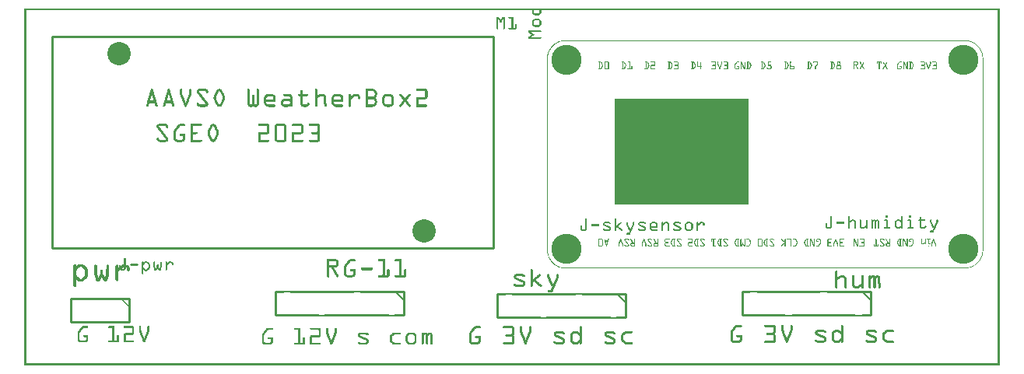
<source format=gto>
G04 MADE WITH FRITZING*
G04 WWW.FRITZING.ORG*
G04 DOUBLE SIDED*
G04 HOLES PLATED*
G04 CONTOUR ON CENTER OF CONTOUR VECTOR*
%ASAXBY*%
%FSLAX23Y23*%
%MOIN*%
%OFA0B0*%
%SFA1.0B1.0*%
%ADD10C,0.129472*%
%ADD11C,0.129445*%
%ADD12C,0.100000*%
%ADD13R,0.574330X0.456236*%
%ADD14C,0.010000*%
%ADD15C,0.005000*%
%ADD16R,0.001000X0.001000*%
%LNSILK1*%
G90*
G70*
G54D10*
X4024Y1310D03*
G54D11*
X4024Y498D03*
G54D10*
X2323Y1310D03*
G54D11*
X2323Y498D03*
G54D12*
X407Y1336D03*
X1713Y574D03*
G54D13*
X2816Y917D03*
G54D14*
X2011Y1409D02*
X121Y1409D01*
D02*
X2011Y503D02*
X121Y503D01*
D02*
X2011Y1409D02*
X2011Y503D01*
D02*
X121Y1409D02*
X121Y503D01*
D02*
X450Y284D02*
X200Y284D01*
D02*
X200Y284D02*
X200Y184D01*
D02*
X200Y184D02*
X450Y184D01*
D02*
X450Y184D02*
X450Y284D01*
D02*
X3075Y314D02*
X3075Y214D01*
D02*
X3625Y214D02*
X3625Y314D01*
G54D15*
D02*
X3590Y314D02*
X3625Y279D01*
G54D14*
D02*
X1075Y314D02*
X1075Y214D01*
D02*
X1625Y214D02*
X1625Y314D01*
G54D15*
D02*
X1590Y314D02*
X1625Y279D01*
G54D14*
D02*
X2025Y304D02*
X2025Y204D01*
D02*
X2575Y204D02*
X2575Y304D01*
G54D15*
D02*
X2540Y304D02*
X2575Y269D01*
G54D16*
X1Y1529D02*
X4178Y1529D01*
X1Y1528D02*
X4178Y1528D01*
X1Y1527D02*
X4178Y1527D01*
X1Y1526D02*
X4178Y1526D01*
X1Y1525D02*
X4178Y1525D01*
X1Y1524D02*
X4178Y1524D01*
X1Y1523D02*
X4178Y1523D01*
X1Y1522D02*
X4178Y1522D01*
X1Y1521D02*
X8Y1521D01*
X2176Y1521D02*
X2183Y1521D01*
X2207Y1521D02*
X2214Y1521D01*
X4171Y1521D02*
X4178Y1521D01*
X1Y1520D02*
X8Y1520D01*
X2176Y1520D02*
X2183Y1520D01*
X2208Y1520D02*
X2214Y1520D01*
X4171Y1520D02*
X4178Y1520D01*
X1Y1519D02*
X8Y1519D01*
X2176Y1519D02*
X2182Y1519D01*
X2208Y1519D02*
X2214Y1519D01*
X4171Y1519D02*
X4178Y1519D01*
X1Y1518D02*
X8Y1518D01*
X2176Y1518D02*
X2182Y1518D01*
X2208Y1518D02*
X2215Y1518D01*
X4171Y1518D02*
X4178Y1518D01*
X1Y1517D02*
X8Y1517D01*
X2176Y1517D02*
X2182Y1517D01*
X2208Y1517D02*
X2215Y1517D01*
X4171Y1517D02*
X4178Y1517D01*
X1Y1516D02*
X8Y1516D01*
X2176Y1516D02*
X2182Y1516D01*
X2208Y1516D02*
X2215Y1516D01*
X4171Y1516D02*
X4178Y1516D01*
X1Y1515D02*
X8Y1515D01*
X2176Y1515D02*
X2182Y1515D01*
X2208Y1515D02*
X2215Y1515D01*
X4171Y1515D02*
X4178Y1515D01*
X1Y1514D02*
X8Y1514D01*
X2176Y1514D02*
X2182Y1514D01*
X2208Y1514D02*
X2215Y1514D01*
X4171Y1514D02*
X4178Y1514D01*
X1Y1513D02*
X8Y1513D01*
X2176Y1513D02*
X2182Y1513D01*
X2208Y1513D02*
X2215Y1513D01*
X4171Y1513D02*
X4178Y1513D01*
X1Y1512D02*
X8Y1512D01*
X2176Y1512D02*
X2182Y1512D01*
X2208Y1512D02*
X2214Y1512D01*
X4171Y1512D02*
X4178Y1512D01*
X1Y1511D02*
X8Y1511D01*
X2176Y1511D02*
X2183Y1511D01*
X2208Y1511D02*
X2214Y1511D01*
X4171Y1511D02*
X4178Y1511D01*
X1Y1510D02*
X8Y1510D01*
X2177Y1510D02*
X2184Y1510D01*
X2207Y1510D02*
X2214Y1510D01*
X4171Y1510D02*
X4178Y1510D01*
X1Y1509D02*
X8Y1509D01*
X2177Y1509D02*
X2185Y1509D01*
X2206Y1509D02*
X2214Y1509D01*
X4171Y1509D02*
X4178Y1509D01*
X1Y1508D02*
X8Y1508D01*
X2177Y1508D02*
X2186Y1508D01*
X2205Y1508D02*
X2213Y1508D01*
X4171Y1508D02*
X4178Y1508D01*
X1Y1507D02*
X8Y1507D01*
X2178Y1507D02*
X2212Y1507D01*
X4171Y1507D02*
X4178Y1507D01*
X1Y1506D02*
X8Y1506D01*
X2179Y1506D02*
X2212Y1506D01*
X4171Y1506D02*
X4178Y1506D01*
X1Y1505D02*
X8Y1505D01*
X2180Y1505D02*
X2211Y1505D01*
X4171Y1505D02*
X4178Y1505D01*
X1Y1504D02*
X8Y1504D01*
X2181Y1504D02*
X2210Y1504D01*
X4171Y1504D02*
X4178Y1504D01*
X1Y1503D02*
X8Y1503D01*
X2182Y1503D02*
X2209Y1503D01*
X4171Y1503D02*
X4178Y1503D01*
X1Y1502D02*
X8Y1502D01*
X2183Y1502D02*
X2208Y1502D01*
X4171Y1502D02*
X4178Y1502D01*
X1Y1501D02*
X8Y1501D01*
X2185Y1501D02*
X2206Y1501D01*
X4171Y1501D02*
X4178Y1501D01*
X1Y1500D02*
X8Y1500D01*
X4171Y1500D02*
X4178Y1500D01*
X1Y1499D02*
X8Y1499D01*
X4171Y1499D02*
X4178Y1499D01*
X1Y1498D02*
X8Y1498D01*
X4171Y1498D02*
X4178Y1498D01*
X1Y1497D02*
X8Y1497D01*
X4171Y1497D02*
X4178Y1497D01*
X1Y1496D02*
X8Y1496D01*
X4171Y1496D02*
X4178Y1496D01*
X1Y1495D02*
X8Y1495D01*
X4171Y1495D02*
X4178Y1495D01*
X1Y1494D02*
X8Y1494D01*
X4171Y1494D02*
X4178Y1494D01*
X1Y1493D02*
X8Y1493D01*
X2024Y1493D02*
X2032Y1493D01*
X2050Y1493D02*
X2058Y1493D01*
X2076Y1493D02*
X2094Y1493D01*
X4171Y1493D02*
X4178Y1493D01*
X1Y1492D02*
X8Y1492D01*
X2024Y1492D02*
X2033Y1492D01*
X2049Y1492D02*
X2058Y1492D01*
X2075Y1492D02*
X2094Y1492D01*
X4171Y1492D02*
X4178Y1492D01*
X1Y1491D02*
X8Y1491D01*
X2024Y1491D02*
X2033Y1491D01*
X2048Y1491D02*
X2058Y1491D01*
X2074Y1491D02*
X2094Y1491D01*
X4171Y1491D02*
X4178Y1491D01*
X1Y1490D02*
X8Y1490D01*
X2024Y1490D02*
X2034Y1490D01*
X2047Y1490D02*
X2058Y1490D01*
X2074Y1490D02*
X2094Y1490D01*
X4171Y1490D02*
X4178Y1490D01*
X1Y1489D02*
X8Y1489D01*
X2024Y1489D02*
X2035Y1489D01*
X2047Y1489D02*
X2058Y1489D01*
X2074Y1489D02*
X2094Y1489D01*
X4171Y1489D02*
X4178Y1489D01*
X1Y1488D02*
X8Y1488D01*
X2024Y1488D02*
X2036Y1488D01*
X2046Y1488D02*
X2058Y1488D01*
X2075Y1488D02*
X2094Y1488D01*
X4171Y1488D02*
X4178Y1488D01*
X1Y1487D02*
X8Y1487D01*
X2024Y1487D02*
X2036Y1487D01*
X2045Y1487D02*
X2058Y1487D01*
X2076Y1487D02*
X2094Y1487D01*
X4171Y1487D02*
X4178Y1487D01*
X1Y1486D02*
X8Y1486D01*
X2024Y1486D02*
X2037Y1486D01*
X2045Y1486D02*
X2058Y1486D01*
X2088Y1486D02*
X2094Y1486D01*
X4171Y1486D02*
X4178Y1486D01*
X1Y1485D02*
X8Y1485D01*
X2024Y1485D02*
X2038Y1485D01*
X2044Y1485D02*
X2058Y1485D01*
X2088Y1485D02*
X2094Y1485D01*
X4171Y1485D02*
X4178Y1485D01*
X1Y1484D02*
X8Y1484D01*
X2024Y1484D02*
X2038Y1484D01*
X2043Y1484D02*
X2058Y1484D01*
X2088Y1484D02*
X2094Y1484D01*
X2185Y1484D02*
X2206Y1484D01*
X4171Y1484D02*
X4178Y1484D01*
X1Y1483D02*
X8Y1483D01*
X2024Y1483D02*
X2039Y1483D01*
X2043Y1483D02*
X2058Y1483D01*
X2088Y1483D02*
X2094Y1483D01*
X2183Y1483D02*
X2207Y1483D01*
X4171Y1483D02*
X4178Y1483D01*
X1Y1482D02*
X8Y1482D01*
X2024Y1482D02*
X2030Y1482D01*
X2032Y1482D02*
X2040Y1482D01*
X2042Y1482D02*
X2049Y1482D01*
X2052Y1482D02*
X2058Y1482D01*
X2088Y1482D02*
X2094Y1482D01*
X2182Y1482D02*
X2209Y1482D01*
X4171Y1482D02*
X4178Y1482D01*
X1Y1481D02*
X8Y1481D01*
X2024Y1481D02*
X2030Y1481D01*
X2033Y1481D02*
X2049Y1481D01*
X2052Y1481D02*
X2058Y1481D01*
X2088Y1481D02*
X2094Y1481D01*
X2181Y1481D02*
X2210Y1481D01*
X4171Y1481D02*
X4178Y1481D01*
X1Y1480D02*
X8Y1480D01*
X2024Y1480D02*
X2030Y1480D01*
X2034Y1480D02*
X2048Y1480D01*
X2052Y1480D02*
X2058Y1480D01*
X2088Y1480D02*
X2094Y1480D01*
X2180Y1480D02*
X2211Y1480D01*
X4171Y1480D02*
X4178Y1480D01*
X1Y1479D02*
X8Y1479D01*
X2024Y1479D02*
X2030Y1479D01*
X2034Y1479D02*
X2047Y1479D01*
X2052Y1479D02*
X2058Y1479D01*
X2088Y1479D02*
X2094Y1479D01*
X2179Y1479D02*
X2212Y1479D01*
X4171Y1479D02*
X4178Y1479D01*
X1Y1478D02*
X8Y1478D01*
X2024Y1478D02*
X2030Y1478D01*
X2035Y1478D02*
X2047Y1478D01*
X2052Y1478D02*
X2058Y1478D01*
X2088Y1478D02*
X2094Y1478D01*
X2178Y1478D02*
X2212Y1478D01*
X4171Y1478D02*
X4178Y1478D01*
X1Y1477D02*
X8Y1477D01*
X2024Y1477D02*
X2030Y1477D01*
X2036Y1477D02*
X2046Y1477D01*
X2052Y1477D02*
X2058Y1477D01*
X2088Y1477D02*
X2094Y1477D01*
X2178Y1477D02*
X2186Y1477D01*
X2205Y1477D02*
X2213Y1477D01*
X4171Y1477D02*
X4178Y1477D01*
X1Y1476D02*
X8Y1476D01*
X2024Y1476D02*
X2030Y1476D01*
X2036Y1476D02*
X2045Y1476D01*
X2052Y1476D02*
X2058Y1476D01*
X2088Y1476D02*
X2094Y1476D01*
X2177Y1476D02*
X2184Y1476D01*
X2206Y1476D02*
X2214Y1476D01*
X4171Y1476D02*
X4178Y1476D01*
X1Y1475D02*
X8Y1475D01*
X2024Y1475D02*
X2030Y1475D01*
X2037Y1475D02*
X2044Y1475D01*
X2052Y1475D02*
X2058Y1475D01*
X2088Y1475D02*
X2094Y1475D01*
X2177Y1475D02*
X2184Y1475D01*
X2207Y1475D02*
X2214Y1475D01*
X4171Y1475D02*
X4178Y1475D01*
X1Y1474D02*
X8Y1474D01*
X2024Y1474D02*
X2030Y1474D01*
X2038Y1474D02*
X2044Y1474D01*
X2052Y1474D02*
X2058Y1474D01*
X2088Y1474D02*
X2094Y1474D01*
X2176Y1474D02*
X2183Y1474D01*
X2208Y1474D02*
X2214Y1474D01*
X4171Y1474D02*
X4178Y1474D01*
X1Y1473D02*
X8Y1473D01*
X2024Y1473D02*
X2030Y1473D01*
X2038Y1473D02*
X2044Y1473D01*
X2052Y1473D02*
X2058Y1473D01*
X2088Y1473D02*
X2094Y1473D01*
X2176Y1473D02*
X2182Y1473D01*
X2208Y1473D02*
X2214Y1473D01*
X4171Y1473D02*
X4178Y1473D01*
X1Y1472D02*
X8Y1472D01*
X2024Y1472D02*
X2030Y1472D01*
X2038Y1472D02*
X2044Y1472D01*
X2052Y1472D02*
X2058Y1472D01*
X2088Y1472D02*
X2094Y1472D01*
X2176Y1472D02*
X2182Y1472D01*
X2208Y1472D02*
X2214Y1472D01*
X4171Y1472D02*
X4178Y1472D01*
X1Y1471D02*
X8Y1471D01*
X2024Y1471D02*
X2030Y1471D01*
X2038Y1471D02*
X2044Y1471D01*
X2052Y1471D02*
X2058Y1471D01*
X2088Y1471D02*
X2094Y1471D01*
X2176Y1471D02*
X2182Y1471D01*
X2208Y1471D02*
X2215Y1471D01*
X4171Y1471D02*
X4178Y1471D01*
X1Y1470D02*
X8Y1470D01*
X2024Y1470D02*
X2030Y1470D01*
X2039Y1470D02*
X2043Y1470D01*
X2052Y1470D02*
X2058Y1470D01*
X2088Y1470D02*
X2094Y1470D01*
X2176Y1470D02*
X2182Y1470D01*
X2208Y1470D02*
X2215Y1470D01*
X4171Y1470D02*
X4178Y1470D01*
X1Y1469D02*
X8Y1469D01*
X2024Y1469D02*
X2030Y1469D01*
X2040Y1469D02*
X2042Y1469D01*
X2052Y1469D02*
X2058Y1469D01*
X2088Y1469D02*
X2094Y1469D01*
X2176Y1469D02*
X2182Y1469D01*
X2208Y1469D02*
X2215Y1469D01*
X4171Y1469D02*
X4178Y1469D01*
X1Y1468D02*
X8Y1468D01*
X2024Y1468D02*
X2030Y1468D01*
X2052Y1468D02*
X2058Y1468D01*
X2088Y1468D02*
X2094Y1468D01*
X2176Y1468D02*
X2182Y1468D01*
X2208Y1468D02*
X2215Y1468D01*
X4171Y1468D02*
X4178Y1468D01*
X1Y1467D02*
X8Y1467D01*
X2024Y1467D02*
X2030Y1467D01*
X2052Y1467D02*
X2058Y1467D01*
X2088Y1467D02*
X2094Y1467D01*
X2176Y1467D02*
X2182Y1467D01*
X2208Y1467D02*
X2215Y1467D01*
X4171Y1467D02*
X4178Y1467D01*
X1Y1466D02*
X8Y1466D01*
X2024Y1466D02*
X2030Y1466D01*
X2052Y1466D02*
X2058Y1466D01*
X2088Y1466D02*
X2094Y1466D01*
X2176Y1466D02*
X2182Y1466D01*
X2208Y1466D02*
X2215Y1466D01*
X4171Y1466D02*
X4178Y1466D01*
X1Y1465D02*
X8Y1465D01*
X2024Y1465D02*
X2030Y1465D01*
X2052Y1465D02*
X2058Y1465D01*
X2088Y1465D02*
X2094Y1465D01*
X2176Y1465D02*
X2182Y1465D01*
X2208Y1465D02*
X2215Y1465D01*
X4171Y1465D02*
X4178Y1465D01*
X1Y1464D02*
X8Y1464D01*
X2024Y1464D02*
X2030Y1464D01*
X2052Y1464D02*
X2058Y1464D01*
X2088Y1464D02*
X2094Y1464D01*
X2176Y1464D02*
X2182Y1464D01*
X2208Y1464D02*
X2215Y1464D01*
X4171Y1464D02*
X4178Y1464D01*
X1Y1463D02*
X8Y1463D01*
X2024Y1463D02*
X2030Y1463D01*
X2052Y1463D02*
X2058Y1463D01*
X2088Y1463D02*
X2094Y1463D01*
X2103Y1463D02*
X2107Y1463D01*
X2176Y1463D02*
X2182Y1463D01*
X2208Y1463D02*
X2215Y1463D01*
X4171Y1463D02*
X4178Y1463D01*
X1Y1462D02*
X8Y1462D01*
X2024Y1462D02*
X2030Y1462D01*
X2052Y1462D02*
X2058Y1462D01*
X2088Y1462D02*
X2094Y1462D01*
X2102Y1462D02*
X2107Y1462D01*
X2176Y1462D02*
X2182Y1462D01*
X2208Y1462D02*
X2214Y1462D01*
X4171Y1462D02*
X4178Y1462D01*
X1Y1461D02*
X8Y1461D01*
X2024Y1461D02*
X2030Y1461D01*
X2052Y1461D02*
X2058Y1461D01*
X2088Y1461D02*
X2094Y1461D01*
X2102Y1461D02*
X2108Y1461D01*
X2176Y1461D02*
X2183Y1461D01*
X2208Y1461D02*
X2214Y1461D01*
X4171Y1461D02*
X4178Y1461D01*
X1Y1460D02*
X8Y1460D01*
X2024Y1460D02*
X2030Y1460D01*
X2052Y1460D02*
X2058Y1460D01*
X2088Y1460D02*
X2094Y1460D01*
X2102Y1460D02*
X2108Y1460D01*
X2177Y1460D02*
X2184Y1460D01*
X2207Y1460D02*
X2214Y1460D01*
X4171Y1460D02*
X4178Y1460D01*
X1Y1459D02*
X8Y1459D01*
X2024Y1459D02*
X2030Y1459D01*
X2052Y1459D02*
X2058Y1459D01*
X2088Y1459D02*
X2094Y1459D01*
X2102Y1459D02*
X2108Y1459D01*
X2177Y1459D02*
X2184Y1459D01*
X2206Y1459D02*
X2214Y1459D01*
X4171Y1459D02*
X4178Y1459D01*
X1Y1458D02*
X8Y1458D01*
X2024Y1458D02*
X2030Y1458D01*
X2052Y1458D02*
X2058Y1458D01*
X2088Y1458D02*
X2094Y1458D01*
X2102Y1458D02*
X2108Y1458D01*
X2177Y1458D02*
X2185Y1458D01*
X2205Y1458D02*
X2213Y1458D01*
X4171Y1458D02*
X4178Y1458D01*
X1Y1457D02*
X8Y1457D01*
X2024Y1457D02*
X2030Y1457D01*
X2052Y1457D02*
X2058Y1457D01*
X2088Y1457D02*
X2094Y1457D01*
X2102Y1457D02*
X2108Y1457D01*
X2178Y1457D02*
X2213Y1457D01*
X4171Y1457D02*
X4178Y1457D01*
X1Y1456D02*
X8Y1456D01*
X2024Y1456D02*
X2030Y1456D01*
X2052Y1456D02*
X2058Y1456D01*
X2088Y1456D02*
X2094Y1456D01*
X2102Y1456D02*
X2108Y1456D01*
X2179Y1456D02*
X2212Y1456D01*
X4171Y1456D02*
X4178Y1456D01*
X1Y1455D02*
X8Y1455D01*
X2024Y1455D02*
X2030Y1455D01*
X2052Y1455D02*
X2058Y1455D01*
X2088Y1455D02*
X2094Y1455D01*
X2102Y1455D02*
X2108Y1455D01*
X2180Y1455D02*
X2211Y1455D01*
X4171Y1455D02*
X4178Y1455D01*
X1Y1454D02*
X8Y1454D01*
X2024Y1454D02*
X2030Y1454D01*
X2052Y1454D02*
X2058Y1454D01*
X2088Y1454D02*
X2094Y1454D01*
X2102Y1454D02*
X2108Y1454D01*
X2181Y1454D02*
X2210Y1454D01*
X4171Y1454D02*
X4178Y1454D01*
X1Y1453D02*
X8Y1453D01*
X2024Y1453D02*
X2030Y1453D01*
X2052Y1453D02*
X2058Y1453D01*
X2088Y1453D02*
X2094Y1453D01*
X2102Y1453D02*
X2108Y1453D01*
X2181Y1453D02*
X2209Y1453D01*
X4171Y1453D02*
X4178Y1453D01*
X1Y1452D02*
X8Y1452D01*
X2024Y1452D02*
X2030Y1452D01*
X2052Y1452D02*
X2058Y1452D01*
X2088Y1452D02*
X2094Y1452D01*
X2102Y1452D02*
X2108Y1452D01*
X2183Y1452D02*
X2208Y1452D01*
X4171Y1452D02*
X4178Y1452D01*
X1Y1451D02*
X8Y1451D01*
X2024Y1451D02*
X2030Y1451D01*
X2052Y1451D02*
X2058Y1451D01*
X2088Y1451D02*
X2094Y1451D01*
X2102Y1451D02*
X2108Y1451D01*
X2185Y1451D02*
X2206Y1451D01*
X4171Y1451D02*
X4178Y1451D01*
X1Y1450D02*
X8Y1450D01*
X2024Y1450D02*
X2030Y1450D01*
X2052Y1450D02*
X2058Y1450D01*
X2088Y1450D02*
X2094Y1450D01*
X2102Y1450D02*
X2108Y1450D01*
X4171Y1450D02*
X4178Y1450D01*
X1Y1449D02*
X8Y1449D01*
X2024Y1449D02*
X2030Y1449D01*
X2052Y1449D02*
X2058Y1449D01*
X2088Y1449D02*
X2094Y1449D01*
X2102Y1449D02*
X2108Y1449D01*
X4171Y1449D02*
X4178Y1449D01*
X1Y1448D02*
X8Y1448D01*
X2024Y1448D02*
X2030Y1448D01*
X2052Y1448D02*
X2058Y1448D01*
X2088Y1448D02*
X2094Y1448D01*
X2102Y1448D02*
X2108Y1448D01*
X4171Y1448D02*
X4178Y1448D01*
X1Y1447D02*
X8Y1447D01*
X2024Y1447D02*
X2030Y1447D01*
X2052Y1447D02*
X2058Y1447D01*
X2088Y1447D02*
X2094Y1447D01*
X2102Y1447D02*
X2108Y1447D01*
X4171Y1447D02*
X4178Y1447D01*
X1Y1446D02*
X8Y1446D01*
X2024Y1446D02*
X2030Y1446D01*
X2052Y1446D02*
X2058Y1446D01*
X2076Y1446D02*
X2108Y1446D01*
X4171Y1446D02*
X4178Y1446D01*
X1Y1445D02*
X8Y1445D01*
X2024Y1445D02*
X2030Y1445D01*
X2052Y1445D02*
X2058Y1445D01*
X2075Y1445D02*
X2108Y1445D01*
X4171Y1445D02*
X4178Y1445D01*
X1Y1444D02*
X8Y1444D01*
X2024Y1444D02*
X2030Y1444D01*
X2052Y1444D02*
X2058Y1444D01*
X2074Y1444D02*
X2108Y1444D01*
X4171Y1444D02*
X4178Y1444D01*
X1Y1443D02*
X8Y1443D01*
X2024Y1443D02*
X2030Y1443D01*
X2052Y1443D02*
X2058Y1443D01*
X2074Y1443D02*
X2108Y1443D01*
X4171Y1443D02*
X4178Y1443D01*
X1Y1442D02*
X8Y1442D01*
X2024Y1442D02*
X2030Y1442D01*
X2052Y1442D02*
X2057Y1442D01*
X2074Y1442D02*
X2108Y1442D01*
X4171Y1442D02*
X4178Y1442D01*
X1Y1441D02*
X8Y1441D01*
X2025Y1441D02*
X2029Y1441D01*
X2052Y1441D02*
X2057Y1441D01*
X2075Y1441D02*
X2107Y1441D01*
X4171Y1441D02*
X4178Y1441D01*
X1Y1440D02*
X8Y1440D01*
X2025Y1440D02*
X2029Y1440D01*
X2053Y1440D02*
X2056Y1440D01*
X2076Y1440D02*
X2106Y1440D01*
X4171Y1440D02*
X4178Y1440D01*
X1Y1439D02*
X8Y1439D01*
X4171Y1439D02*
X4178Y1439D01*
X1Y1438D02*
X8Y1438D01*
X4171Y1438D02*
X4178Y1438D01*
X1Y1437D02*
X8Y1437D01*
X4171Y1437D02*
X4178Y1437D01*
X1Y1436D02*
X8Y1436D01*
X4171Y1436D02*
X4178Y1436D01*
X1Y1435D02*
X8Y1435D01*
X4171Y1435D02*
X4178Y1435D01*
X1Y1434D02*
X8Y1434D01*
X2161Y1434D02*
X2213Y1434D01*
X4171Y1434D02*
X4178Y1434D01*
X1Y1433D02*
X8Y1433D01*
X2161Y1433D02*
X2214Y1433D01*
X4171Y1433D02*
X4178Y1433D01*
X1Y1432D02*
X8Y1432D01*
X2161Y1432D02*
X2214Y1432D01*
X4171Y1432D02*
X4178Y1432D01*
X1Y1431D02*
X8Y1431D01*
X2161Y1431D02*
X2214Y1431D01*
X4171Y1431D02*
X4178Y1431D01*
X1Y1430D02*
X8Y1430D01*
X2161Y1430D02*
X2214Y1430D01*
X4171Y1430D02*
X4178Y1430D01*
X1Y1429D02*
X8Y1429D01*
X2161Y1429D02*
X2214Y1429D01*
X4171Y1429D02*
X4178Y1429D01*
X1Y1428D02*
X8Y1428D01*
X2161Y1428D02*
X2213Y1428D01*
X4171Y1428D02*
X4178Y1428D01*
X1Y1427D02*
X8Y1427D01*
X2161Y1427D02*
X2171Y1427D01*
X4171Y1427D02*
X4178Y1427D01*
X1Y1426D02*
X8Y1426D01*
X2161Y1426D02*
X2172Y1426D01*
X4171Y1426D02*
X4178Y1426D01*
X1Y1425D02*
X8Y1425D01*
X2162Y1425D02*
X2174Y1425D01*
X4171Y1425D02*
X4178Y1425D01*
X1Y1424D02*
X8Y1424D01*
X2164Y1424D02*
X2175Y1424D01*
X4171Y1424D02*
X4178Y1424D01*
X1Y1423D02*
X8Y1423D01*
X2165Y1423D02*
X2176Y1423D01*
X4171Y1423D02*
X4178Y1423D01*
X1Y1422D02*
X8Y1422D01*
X2167Y1422D02*
X2178Y1422D01*
X4171Y1422D02*
X4178Y1422D01*
X1Y1421D02*
X8Y1421D01*
X2168Y1421D02*
X2179Y1421D01*
X4171Y1421D02*
X4178Y1421D01*
X1Y1420D02*
X8Y1420D01*
X2169Y1420D02*
X2183Y1420D01*
X4171Y1420D02*
X4178Y1420D01*
X1Y1419D02*
X8Y1419D01*
X2171Y1419D02*
X2184Y1419D01*
X4171Y1419D02*
X4178Y1419D01*
X1Y1418D02*
X8Y1418D01*
X2172Y1418D02*
X2185Y1418D01*
X4171Y1418D02*
X4178Y1418D01*
X1Y1417D02*
X8Y1417D01*
X2173Y1417D02*
X2185Y1417D01*
X4171Y1417D02*
X4178Y1417D01*
X1Y1416D02*
X8Y1416D01*
X2172Y1416D02*
X2185Y1416D01*
X4171Y1416D02*
X4178Y1416D01*
X1Y1415D02*
X8Y1415D01*
X2170Y1415D02*
X2184Y1415D01*
X4171Y1415D02*
X4178Y1415D01*
X1Y1414D02*
X8Y1414D01*
X2169Y1414D02*
X2183Y1414D01*
X4171Y1414D02*
X4178Y1414D01*
X1Y1413D02*
X8Y1413D01*
X2168Y1413D02*
X2179Y1413D01*
X4171Y1413D02*
X4178Y1413D01*
X1Y1412D02*
X8Y1412D01*
X2166Y1412D02*
X2177Y1412D01*
X4171Y1412D02*
X4178Y1412D01*
X1Y1411D02*
X8Y1411D01*
X2165Y1411D02*
X2176Y1411D01*
X4171Y1411D02*
X4178Y1411D01*
X1Y1410D02*
X8Y1410D01*
X2163Y1410D02*
X2175Y1410D01*
X4171Y1410D02*
X4178Y1410D01*
X1Y1409D02*
X8Y1409D01*
X2162Y1409D02*
X2173Y1409D01*
X4171Y1409D02*
X4178Y1409D01*
X1Y1408D02*
X8Y1408D01*
X2161Y1408D02*
X2172Y1408D01*
X4171Y1408D02*
X4178Y1408D01*
X1Y1407D02*
X8Y1407D01*
X2161Y1407D02*
X2171Y1407D01*
X4171Y1407D02*
X4178Y1407D01*
X1Y1406D02*
X8Y1406D01*
X2161Y1406D02*
X2213Y1406D01*
X4171Y1406D02*
X4178Y1406D01*
X1Y1405D02*
X8Y1405D01*
X2161Y1405D02*
X2214Y1405D01*
X4171Y1405D02*
X4178Y1405D01*
X1Y1404D02*
X8Y1404D01*
X2161Y1404D02*
X2214Y1404D01*
X4171Y1404D02*
X4178Y1404D01*
X1Y1403D02*
X8Y1403D01*
X2161Y1403D02*
X2214Y1403D01*
X4171Y1403D02*
X4178Y1403D01*
X1Y1402D02*
X8Y1402D01*
X2161Y1402D02*
X2214Y1402D01*
X4171Y1402D02*
X4178Y1402D01*
X1Y1401D02*
X8Y1401D01*
X2161Y1401D02*
X2213Y1401D01*
X4171Y1401D02*
X4178Y1401D01*
X1Y1400D02*
X8Y1400D01*
X2162Y1400D02*
X2211Y1400D01*
X4171Y1400D02*
X4178Y1400D01*
X1Y1399D02*
X8Y1399D01*
X4171Y1399D02*
X4178Y1399D01*
X1Y1398D02*
X8Y1398D01*
X4171Y1398D02*
X4178Y1398D01*
X1Y1397D02*
X8Y1397D01*
X4171Y1397D02*
X4178Y1397D01*
X1Y1396D02*
X8Y1396D01*
X4171Y1396D02*
X4178Y1396D01*
X1Y1395D02*
X8Y1395D01*
X4171Y1395D02*
X4178Y1395D01*
X1Y1394D02*
X8Y1394D01*
X4171Y1394D02*
X4178Y1394D01*
X1Y1393D02*
X8Y1393D01*
X2309Y1393D02*
X4038Y1393D01*
X4171Y1393D02*
X4178Y1393D01*
X1Y1392D02*
X8Y1392D01*
X2303Y1392D02*
X4044Y1392D01*
X4171Y1392D02*
X4178Y1392D01*
X1Y1391D02*
X8Y1391D01*
X2299Y1391D02*
X4048Y1391D01*
X4171Y1391D02*
X4178Y1391D01*
X1Y1390D02*
X8Y1390D01*
X2296Y1390D02*
X2312Y1390D01*
X4035Y1390D02*
X4052Y1390D01*
X4171Y1390D02*
X4178Y1390D01*
X1Y1389D02*
X8Y1389D01*
X2293Y1389D02*
X2305Y1389D01*
X4042Y1389D02*
X4054Y1389D01*
X4171Y1389D02*
X4178Y1389D01*
X1Y1388D02*
X8Y1388D01*
X2290Y1388D02*
X2300Y1388D01*
X4047Y1388D02*
X4057Y1388D01*
X4171Y1388D02*
X4178Y1388D01*
X1Y1387D02*
X8Y1387D01*
X2288Y1387D02*
X2296Y1387D01*
X4051Y1387D02*
X4059Y1387D01*
X4171Y1387D02*
X4178Y1387D01*
X1Y1386D02*
X8Y1386D01*
X2286Y1386D02*
X2293Y1386D01*
X4054Y1386D02*
X4061Y1386D01*
X4171Y1386D02*
X4178Y1386D01*
X1Y1385D02*
X8Y1385D01*
X2284Y1385D02*
X2291Y1385D01*
X4056Y1385D02*
X4064Y1385D01*
X4171Y1385D02*
X4178Y1385D01*
X1Y1384D02*
X8Y1384D01*
X2282Y1384D02*
X2288Y1384D01*
X4059Y1384D02*
X4066Y1384D01*
X4171Y1384D02*
X4178Y1384D01*
X1Y1383D02*
X8Y1383D01*
X2280Y1383D02*
X2286Y1383D01*
X4061Y1383D02*
X4067Y1383D01*
X4171Y1383D02*
X4178Y1383D01*
X1Y1382D02*
X8Y1382D01*
X2278Y1382D02*
X2284Y1382D01*
X4063Y1382D02*
X4069Y1382D01*
X4171Y1382D02*
X4178Y1382D01*
X1Y1381D02*
X8Y1381D01*
X2277Y1381D02*
X2282Y1381D01*
X4065Y1381D02*
X4071Y1381D01*
X4171Y1381D02*
X4178Y1381D01*
X1Y1380D02*
X8Y1380D01*
X2275Y1380D02*
X2280Y1380D01*
X4067Y1380D02*
X4072Y1380D01*
X4171Y1380D02*
X4178Y1380D01*
X1Y1379D02*
X8Y1379D01*
X2274Y1379D02*
X2279Y1379D01*
X4069Y1379D02*
X4073Y1379D01*
X4171Y1379D02*
X4178Y1379D01*
X1Y1378D02*
X8Y1378D01*
X2272Y1378D02*
X2277Y1378D01*
X4070Y1378D02*
X4075Y1378D01*
X4171Y1378D02*
X4178Y1378D01*
X1Y1377D02*
X8Y1377D01*
X2271Y1377D02*
X2275Y1377D01*
X4072Y1377D02*
X4076Y1377D01*
X4171Y1377D02*
X4178Y1377D01*
X1Y1376D02*
X8Y1376D01*
X2270Y1376D02*
X2274Y1376D01*
X4073Y1376D02*
X4077Y1376D01*
X4171Y1376D02*
X4178Y1376D01*
X1Y1375D02*
X8Y1375D01*
X2268Y1375D02*
X2273Y1375D01*
X4074Y1375D02*
X4079Y1375D01*
X4171Y1375D02*
X4178Y1375D01*
X1Y1374D02*
X8Y1374D01*
X2267Y1374D02*
X2271Y1374D01*
X4076Y1374D02*
X4080Y1374D01*
X4171Y1374D02*
X4178Y1374D01*
X1Y1373D02*
X8Y1373D01*
X2266Y1373D02*
X2270Y1373D01*
X4077Y1373D02*
X4081Y1373D01*
X4171Y1373D02*
X4178Y1373D01*
X1Y1372D02*
X8Y1372D01*
X2265Y1372D02*
X2269Y1372D01*
X4078Y1372D02*
X4082Y1372D01*
X4171Y1372D02*
X4178Y1372D01*
X1Y1371D02*
X8Y1371D01*
X2264Y1371D02*
X2268Y1371D01*
X4079Y1371D02*
X4083Y1371D01*
X4171Y1371D02*
X4178Y1371D01*
X1Y1370D02*
X8Y1370D01*
X2263Y1370D02*
X2267Y1370D01*
X4080Y1370D02*
X4084Y1370D01*
X4171Y1370D02*
X4178Y1370D01*
X1Y1369D02*
X8Y1369D01*
X2262Y1369D02*
X2266Y1369D01*
X4082Y1369D02*
X4085Y1369D01*
X4171Y1369D02*
X4178Y1369D01*
X1Y1368D02*
X8Y1368D01*
X2261Y1368D02*
X2265Y1368D01*
X4083Y1368D02*
X4086Y1368D01*
X4171Y1368D02*
X4178Y1368D01*
X1Y1367D02*
X8Y1367D01*
X2260Y1367D02*
X2264Y1367D01*
X4084Y1367D02*
X4087Y1367D01*
X4171Y1367D02*
X4178Y1367D01*
X1Y1366D02*
X8Y1366D01*
X2259Y1366D02*
X2263Y1366D01*
X4084Y1366D02*
X4088Y1366D01*
X4171Y1366D02*
X4178Y1366D01*
X1Y1365D02*
X8Y1365D01*
X2258Y1365D02*
X2262Y1365D01*
X4085Y1365D02*
X4089Y1365D01*
X4171Y1365D02*
X4178Y1365D01*
X1Y1364D02*
X8Y1364D01*
X2258Y1364D02*
X2261Y1364D01*
X4086Y1364D02*
X4090Y1364D01*
X4171Y1364D02*
X4178Y1364D01*
X1Y1363D02*
X8Y1363D01*
X2257Y1363D02*
X2260Y1363D01*
X4087Y1363D02*
X4090Y1363D01*
X4171Y1363D02*
X4178Y1363D01*
X1Y1362D02*
X8Y1362D01*
X2256Y1362D02*
X2259Y1362D01*
X4088Y1362D02*
X4091Y1362D01*
X4171Y1362D02*
X4178Y1362D01*
X1Y1361D02*
X8Y1361D01*
X2255Y1361D02*
X2258Y1361D01*
X4089Y1361D02*
X4092Y1361D01*
X4171Y1361D02*
X4178Y1361D01*
X1Y1360D02*
X8Y1360D01*
X2255Y1360D02*
X2258Y1360D01*
X4090Y1360D02*
X4093Y1360D01*
X4171Y1360D02*
X4178Y1360D01*
X1Y1359D02*
X8Y1359D01*
X2254Y1359D02*
X2257Y1359D01*
X4090Y1359D02*
X4093Y1359D01*
X4171Y1359D02*
X4178Y1359D01*
X1Y1358D02*
X8Y1358D01*
X2253Y1358D02*
X2256Y1358D01*
X4091Y1358D02*
X4094Y1358D01*
X4171Y1358D02*
X4178Y1358D01*
X1Y1357D02*
X8Y1357D01*
X2253Y1357D02*
X2255Y1357D01*
X4092Y1357D02*
X4095Y1357D01*
X4171Y1357D02*
X4178Y1357D01*
X1Y1356D02*
X8Y1356D01*
X2252Y1356D02*
X2255Y1356D01*
X4092Y1356D02*
X4095Y1356D01*
X4171Y1356D02*
X4178Y1356D01*
X1Y1355D02*
X8Y1355D01*
X2251Y1355D02*
X2254Y1355D01*
X4093Y1355D02*
X4096Y1355D01*
X4171Y1355D02*
X4178Y1355D01*
X1Y1354D02*
X8Y1354D01*
X2251Y1354D02*
X2254Y1354D01*
X4094Y1354D02*
X4097Y1354D01*
X4171Y1354D02*
X4178Y1354D01*
X1Y1353D02*
X8Y1353D01*
X2250Y1353D02*
X2253Y1353D01*
X4094Y1353D02*
X4097Y1353D01*
X4171Y1353D02*
X4178Y1353D01*
X1Y1352D02*
X8Y1352D01*
X2249Y1352D02*
X2252Y1352D01*
X4095Y1352D02*
X4098Y1352D01*
X4171Y1352D02*
X4178Y1352D01*
X1Y1351D02*
X8Y1351D01*
X2249Y1351D02*
X2252Y1351D01*
X4095Y1351D02*
X4098Y1351D01*
X4171Y1351D02*
X4178Y1351D01*
X1Y1350D02*
X8Y1350D01*
X2248Y1350D02*
X2251Y1350D01*
X4096Y1350D02*
X4099Y1350D01*
X4171Y1350D02*
X4178Y1350D01*
X1Y1349D02*
X8Y1349D01*
X2248Y1349D02*
X2251Y1349D01*
X4097Y1349D02*
X4099Y1349D01*
X4171Y1349D02*
X4178Y1349D01*
X1Y1348D02*
X8Y1348D01*
X2247Y1348D02*
X2250Y1348D01*
X4097Y1348D02*
X4100Y1348D01*
X4171Y1348D02*
X4178Y1348D01*
X1Y1347D02*
X8Y1347D01*
X2247Y1347D02*
X2250Y1347D01*
X4098Y1347D02*
X4100Y1347D01*
X4171Y1347D02*
X4178Y1347D01*
X1Y1346D02*
X8Y1346D01*
X2247Y1346D02*
X2249Y1346D01*
X4098Y1346D02*
X4101Y1346D01*
X4171Y1346D02*
X4178Y1346D01*
X1Y1345D02*
X8Y1345D01*
X2246Y1345D02*
X2249Y1345D01*
X4098Y1345D02*
X4101Y1345D01*
X4171Y1345D02*
X4178Y1345D01*
X1Y1344D02*
X8Y1344D01*
X2246Y1344D02*
X2248Y1344D01*
X4099Y1344D02*
X4102Y1344D01*
X4171Y1344D02*
X4178Y1344D01*
X1Y1343D02*
X8Y1343D01*
X2245Y1343D02*
X2248Y1343D01*
X4099Y1343D02*
X4102Y1343D01*
X4171Y1343D02*
X4178Y1343D01*
X1Y1342D02*
X8Y1342D01*
X2245Y1342D02*
X2247Y1342D01*
X4100Y1342D02*
X4102Y1342D01*
X4171Y1342D02*
X4178Y1342D01*
X1Y1341D02*
X8Y1341D01*
X2244Y1341D02*
X2247Y1341D01*
X4100Y1341D02*
X4103Y1341D01*
X4171Y1341D02*
X4178Y1341D01*
X1Y1340D02*
X8Y1340D01*
X2244Y1340D02*
X2247Y1340D01*
X4100Y1340D02*
X4103Y1340D01*
X4171Y1340D02*
X4178Y1340D01*
X1Y1339D02*
X8Y1339D01*
X2244Y1339D02*
X2246Y1339D01*
X4101Y1339D02*
X4103Y1339D01*
X4171Y1339D02*
X4178Y1339D01*
X1Y1338D02*
X8Y1338D01*
X2243Y1338D02*
X2246Y1338D01*
X4101Y1338D02*
X4104Y1338D01*
X4171Y1338D02*
X4178Y1338D01*
X1Y1337D02*
X8Y1337D01*
X2243Y1337D02*
X2246Y1337D01*
X4102Y1337D02*
X4104Y1337D01*
X4171Y1337D02*
X4178Y1337D01*
X1Y1336D02*
X8Y1336D01*
X2243Y1336D02*
X2245Y1336D01*
X4102Y1336D02*
X4104Y1336D01*
X4171Y1336D02*
X4178Y1336D01*
X1Y1335D02*
X8Y1335D01*
X2243Y1335D02*
X2245Y1335D01*
X4102Y1335D02*
X4105Y1335D01*
X4171Y1335D02*
X4178Y1335D01*
X1Y1334D02*
X8Y1334D01*
X2242Y1334D02*
X2245Y1334D01*
X4102Y1334D02*
X4105Y1334D01*
X4171Y1334D02*
X4178Y1334D01*
X1Y1333D02*
X8Y1333D01*
X2242Y1333D02*
X2245Y1333D01*
X4103Y1333D02*
X4105Y1333D01*
X4171Y1333D02*
X4178Y1333D01*
X1Y1332D02*
X8Y1332D01*
X2242Y1332D02*
X2244Y1332D01*
X4103Y1332D02*
X4105Y1332D01*
X4171Y1332D02*
X4178Y1332D01*
X1Y1331D02*
X8Y1331D01*
X2241Y1331D02*
X2244Y1331D01*
X4103Y1331D02*
X4106Y1331D01*
X4171Y1331D02*
X4178Y1331D01*
X1Y1330D02*
X8Y1330D01*
X2241Y1330D02*
X2244Y1330D01*
X4103Y1330D02*
X4106Y1330D01*
X4171Y1330D02*
X4178Y1330D01*
X1Y1329D02*
X8Y1329D01*
X2241Y1329D02*
X2244Y1329D01*
X4104Y1329D02*
X4106Y1329D01*
X4171Y1329D02*
X4178Y1329D01*
X1Y1328D02*
X8Y1328D01*
X2241Y1328D02*
X2243Y1328D01*
X4104Y1328D02*
X4106Y1328D01*
X4171Y1328D02*
X4178Y1328D01*
X1Y1327D02*
X8Y1327D01*
X2241Y1327D02*
X2243Y1327D01*
X4104Y1327D02*
X4106Y1327D01*
X4171Y1327D02*
X4178Y1327D01*
X1Y1326D02*
X8Y1326D01*
X2241Y1326D02*
X2243Y1326D01*
X4104Y1326D02*
X4107Y1326D01*
X4171Y1326D02*
X4178Y1326D01*
X1Y1325D02*
X8Y1325D01*
X2240Y1325D02*
X2243Y1325D01*
X4104Y1325D02*
X4107Y1325D01*
X4171Y1325D02*
X4178Y1325D01*
X1Y1324D02*
X8Y1324D01*
X2240Y1324D02*
X2243Y1324D01*
X4104Y1324D02*
X4107Y1324D01*
X4171Y1324D02*
X4178Y1324D01*
X1Y1323D02*
X8Y1323D01*
X2240Y1323D02*
X2243Y1323D01*
X4105Y1323D02*
X4107Y1323D01*
X4171Y1323D02*
X4178Y1323D01*
X1Y1322D02*
X8Y1322D01*
X2240Y1322D02*
X2242Y1322D01*
X4105Y1322D02*
X4107Y1322D01*
X4171Y1322D02*
X4178Y1322D01*
X1Y1321D02*
X8Y1321D01*
X2240Y1321D02*
X2242Y1321D01*
X4105Y1321D02*
X4107Y1321D01*
X4171Y1321D02*
X4178Y1321D01*
X1Y1320D02*
X8Y1320D01*
X2240Y1320D02*
X2242Y1320D01*
X4105Y1320D02*
X4107Y1320D01*
X4171Y1320D02*
X4178Y1320D01*
X1Y1319D02*
X8Y1319D01*
X2240Y1319D02*
X2242Y1319D01*
X4105Y1319D02*
X4108Y1319D01*
X4171Y1319D02*
X4178Y1319D01*
X1Y1318D02*
X8Y1318D01*
X2240Y1318D02*
X2242Y1318D01*
X4105Y1318D02*
X4108Y1318D01*
X4171Y1318D02*
X4178Y1318D01*
X1Y1317D02*
X8Y1317D01*
X2240Y1317D02*
X2242Y1317D01*
X4105Y1317D02*
X4108Y1317D01*
X4171Y1317D02*
X4178Y1317D01*
X1Y1316D02*
X8Y1316D01*
X2240Y1316D02*
X2242Y1316D01*
X4105Y1316D02*
X4108Y1316D01*
X4171Y1316D02*
X4178Y1316D01*
X1Y1315D02*
X8Y1315D01*
X2239Y1315D02*
X2242Y1315D01*
X4105Y1315D02*
X4108Y1315D01*
X4171Y1315D02*
X4178Y1315D01*
X1Y1314D02*
X8Y1314D01*
X2239Y1314D02*
X2242Y1314D01*
X4105Y1314D02*
X4108Y1314D01*
X4171Y1314D02*
X4178Y1314D01*
X1Y1313D02*
X8Y1313D01*
X2239Y1313D02*
X2242Y1313D01*
X4105Y1313D02*
X4108Y1313D01*
X4171Y1313D02*
X4178Y1313D01*
X1Y1312D02*
X8Y1312D01*
X2239Y1312D02*
X2242Y1312D01*
X4105Y1312D02*
X4108Y1312D01*
X4171Y1312D02*
X4178Y1312D01*
X1Y1311D02*
X8Y1311D01*
X2239Y1311D02*
X2242Y1311D01*
X4105Y1311D02*
X4108Y1311D01*
X4171Y1311D02*
X4178Y1311D01*
X1Y1310D02*
X8Y1310D01*
X2239Y1310D02*
X2242Y1310D01*
X4105Y1310D02*
X4108Y1310D01*
X4171Y1310D02*
X4178Y1310D01*
X1Y1309D02*
X8Y1309D01*
X2239Y1309D02*
X2242Y1309D01*
X4105Y1309D02*
X4108Y1309D01*
X4171Y1309D02*
X4178Y1309D01*
X1Y1308D02*
X8Y1308D01*
X2239Y1308D02*
X2242Y1308D01*
X4105Y1308D02*
X4108Y1308D01*
X4171Y1308D02*
X4178Y1308D01*
X1Y1307D02*
X8Y1307D01*
X2239Y1307D02*
X2242Y1307D01*
X4105Y1307D02*
X4108Y1307D01*
X4171Y1307D02*
X4178Y1307D01*
X1Y1306D02*
X8Y1306D01*
X2239Y1306D02*
X2242Y1306D01*
X4105Y1306D02*
X4108Y1306D01*
X4171Y1306D02*
X4178Y1306D01*
X1Y1305D02*
X8Y1305D01*
X2239Y1305D02*
X2242Y1305D01*
X4105Y1305D02*
X4108Y1305D01*
X4171Y1305D02*
X4178Y1305D01*
X1Y1304D02*
X8Y1304D01*
X2239Y1304D02*
X2242Y1304D01*
X4105Y1304D02*
X4108Y1304D01*
X4171Y1304D02*
X4178Y1304D01*
X1Y1303D02*
X8Y1303D01*
X2239Y1303D02*
X2242Y1303D01*
X4105Y1303D02*
X4108Y1303D01*
X4171Y1303D02*
X4178Y1303D01*
X1Y1302D02*
X8Y1302D01*
X2239Y1302D02*
X2242Y1302D01*
X4105Y1302D02*
X4108Y1302D01*
X4171Y1302D02*
X4178Y1302D01*
X1Y1301D02*
X8Y1301D01*
X2239Y1301D02*
X2242Y1301D01*
X2460Y1301D02*
X2470Y1301D01*
X2487Y1301D02*
X2502Y1301D01*
X2559Y1301D02*
X2570Y1301D01*
X2585Y1301D02*
X2596Y1301D01*
X2659Y1301D02*
X2669Y1301D01*
X2684Y1301D02*
X2701Y1301D01*
X2758Y1301D02*
X2768Y1301D01*
X2784Y1301D02*
X2800Y1301D01*
X2858Y1301D02*
X2868Y1301D01*
X2884Y1301D02*
X2886Y1301D01*
X2944Y1301D02*
X2961Y1301D01*
X2970Y1301D02*
X2971Y1301D01*
X2986Y1301D02*
X2988Y1301D01*
X2996Y1301D02*
X3012Y1301D01*
X3053Y1301D02*
X3062Y1301D01*
X3069Y1301D02*
X3073Y1301D01*
X3086Y1301D02*
X3087Y1301D01*
X3095Y1301D02*
X3105Y1301D01*
X3156Y1301D02*
X3166Y1301D01*
X3185Y1301D02*
X3200Y1301D01*
X3255Y1301D02*
X3266Y1301D01*
X3281Y1301D02*
X3285Y1301D01*
X3355Y1301D02*
X3365Y1301D01*
X3381Y1301D02*
X3399Y1301D01*
X3454Y1301D02*
X3465Y1301D01*
X3484Y1301D02*
X3494Y1301D01*
X3553Y1301D02*
X3569Y1301D01*
X3579Y1301D02*
X3581Y1301D01*
X3596Y1301D02*
X3597Y1301D01*
X3652Y1301D02*
X3672Y1301D01*
X3679Y1301D02*
X3680Y1301D01*
X3695Y1301D02*
X3697Y1301D01*
X3749Y1301D02*
X3758Y1301D01*
X3765Y1301D02*
X3769Y1301D01*
X3782Y1301D02*
X3784Y1301D01*
X3791Y1301D02*
X3801Y1301D01*
X3839Y1301D02*
X3856Y1301D01*
X3865Y1301D02*
X3866Y1301D01*
X3881Y1301D02*
X3883Y1301D01*
X3891Y1301D02*
X3907Y1301D01*
X4105Y1301D02*
X4108Y1301D01*
X4171Y1301D02*
X4178Y1301D01*
X1Y1300D02*
X8Y1300D01*
X2239Y1300D02*
X2242Y1300D01*
X2459Y1300D02*
X2472Y1300D01*
X2486Y1300D02*
X2503Y1300D01*
X2559Y1300D02*
X2571Y1300D01*
X2584Y1300D02*
X2596Y1300D01*
X2658Y1300D02*
X2671Y1300D01*
X2684Y1300D02*
X2702Y1300D01*
X2758Y1300D02*
X2770Y1300D01*
X2783Y1300D02*
X2802Y1300D01*
X2857Y1300D02*
X2870Y1300D01*
X2884Y1300D02*
X2887Y1300D01*
X2944Y1300D02*
X2962Y1300D01*
X2969Y1300D02*
X2972Y1300D01*
X2986Y1300D02*
X2989Y1300D01*
X2995Y1300D02*
X3013Y1300D01*
X3051Y1300D02*
X3063Y1300D01*
X3069Y1300D02*
X3074Y1300D01*
X3085Y1300D02*
X3088Y1300D01*
X3094Y1300D02*
X3107Y1300D01*
X3155Y1300D02*
X3168Y1300D01*
X3185Y1300D02*
X3200Y1300D01*
X3255Y1300D02*
X3267Y1300D01*
X3280Y1300D02*
X3285Y1300D01*
X3354Y1300D02*
X3367Y1300D01*
X3380Y1300D02*
X3399Y1300D01*
X3454Y1300D02*
X3466Y1300D01*
X3483Y1300D02*
X3495Y1300D01*
X3553Y1300D02*
X3570Y1300D01*
X3579Y1300D02*
X3582Y1300D01*
X3595Y1300D02*
X3598Y1300D01*
X3652Y1300D02*
X3672Y1300D01*
X3678Y1300D02*
X3681Y1300D01*
X3695Y1300D02*
X3698Y1300D01*
X3747Y1300D02*
X3759Y1300D01*
X3765Y1300D02*
X3770Y1300D01*
X3781Y1300D02*
X3784Y1300D01*
X3790Y1300D02*
X3803Y1300D01*
X3839Y1300D02*
X3857Y1300D01*
X3864Y1300D02*
X3867Y1300D01*
X3881Y1300D02*
X3884Y1300D01*
X3890Y1300D02*
X3908Y1300D01*
X4105Y1300D02*
X4108Y1300D01*
X4171Y1300D02*
X4178Y1300D01*
X1Y1299D02*
X8Y1299D01*
X2239Y1299D02*
X2242Y1299D01*
X2459Y1299D02*
X2473Y1299D01*
X2485Y1299D02*
X2504Y1299D01*
X2559Y1299D02*
X2572Y1299D01*
X2584Y1299D02*
X2596Y1299D01*
X2658Y1299D02*
X2672Y1299D01*
X2684Y1299D02*
X2703Y1299D01*
X2757Y1299D02*
X2771Y1299D01*
X2783Y1299D02*
X2802Y1299D01*
X2857Y1299D02*
X2871Y1299D01*
X2883Y1299D02*
X2887Y1299D01*
X2944Y1299D02*
X2963Y1299D01*
X2969Y1299D02*
X2972Y1299D01*
X2986Y1299D02*
X2989Y1299D01*
X2995Y1299D02*
X3014Y1299D01*
X3050Y1299D02*
X3063Y1299D01*
X3069Y1299D02*
X3074Y1299D01*
X3085Y1299D02*
X3088Y1299D01*
X3094Y1299D02*
X3108Y1299D01*
X3155Y1299D02*
X3169Y1299D01*
X3185Y1299D02*
X3200Y1299D01*
X3255Y1299D02*
X3268Y1299D01*
X3280Y1299D02*
X3285Y1299D01*
X3354Y1299D02*
X3368Y1299D01*
X3380Y1299D02*
X3399Y1299D01*
X3454Y1299D02*
X3467Y1299D01*
X3483Y1299D02*
X3495Y1299D01*
X3553Y1299D02*
X3571Y1299D01*
X3579Y1299D02*
X3582Y1299D01*
X3595Y1299D02*
X3598Y1299D01*
X3652Y1299D02*
X3672Y1299D01*
X3678Y1299D02*
X3682Y1299D01*
X3694Y1299D02*
X3698Y1299D01*
X3746Y1299D02*
X3759Y1299D01*
X3765Y1299D02*
X3770Y1299D01*
X3781Y1299D02*
X3784Y1299D01*
X3790Y1299D02*
X3804Y1299D01*
X3839Y1299D02*
X3858Y1299D01*
X3864Y1299D02*
X3867Y1299D01*
X3881Y1299D02*
X3884Y1299D01*
X3890Y1299D02*
X3909Y1299D01*
X4105Y1299D02*
X4108Y1299D01*
X4171Y1299D02*
X4178Y1299D01*
X1Y1298D02*
X8Y1298D01*
X2239Y1298D02*
X2242Y1298D01*
X2460Y1298D02*
X2473Y1298D01*
X2485Y1298D02*
X2504Y1298D01*
X2559Y1298D02*
X2573Y1298D01*
X2585Y1298D02*
X2596Y1298D01*
X2659Y1298D02*
X2672Y1298D01*
X2684Y1298D02*
X2703Y1298D01*
X2758Y1298D02*
X2772Y1298D01*
X2784Y1298D02*
X2803Y1298D01*
X2857Y1298D02*
X2871Y1298D01*
X2883Y1298D02*
X2887Y1298D01*
X2944Y1298D02*
X2963Y1298D01*
X2969Y1298D02*
X2972Y1298D01*
X2986Y1298D02*
X2989Y1298D01*
X2995Y1298D02*
X3014Y1298D01*
X3050Y1298D02*
X3062Y1298D01*
X3069Y1298D02*
X3075Y1298D01*
X3085Y1298D02*
X3088Y1298D01*
X3095Y1298D02*
X3109Y1298D01*
X3156Y1298D02*
X3170Y1298D01*
X3185Y1298D02*
X3200Y1298D01*
X3255Y1298D02*
X3269Y1298D01*
X3280Y1298D02*
X3285Y1298D01*
X3355Y1298D02*
X3368Y1298D01*
X3380Y1298D02*
X3399Y1298D01*
X3454Y1298D02*
X3468Y1298D01*
X3483Y1298D02*
X3495Y1298D01*
X3553Y1298D02*
X3572Y1298D01*
X3579Y1298D02*
X3583Y1298D01*
X3594Y1298D02*
X3598Y1298D01*
X3652Y1298D02*
X3672Y1298D01*
X3678Y1298D02*
X3682Y1298D01*
X3693Y1298D02*
X3697Y1298D01*
X3746Y1298D02*
X3758Y1298D01*
X3765Y1298D02*
X3771Y1298D01*
X3781Y1298D02*
X3784Y1298D01*
X3791Y1298D02*
X3805Y1298D01*
X3839Y1298D02*
X3858Y1298D01*
X3864Y1298D02*
X3867Y1298D01*
X3881Y1298D02*
X3884Y1298D01*
X3890Y1298D02*
X3909Y1298D01*
X4105Y1298D02*
X4108Y1298D01*
X4171Y1298D02*
X4178Y1298D01*
X1Y1297D02*
X8Y1297D01*
X2239Y1297D02*
X2242Y1297D01*
X2463Y1297D02*
X2467Y1297D01*
X2470Y1297D02*
X2474Y1297D01*
X2485Y1297D02*
X2488Y1297D01*
X2501Y1297D02*
X2504Y1297D01*
X2562Y1297D02*
X2566Y1297D01*
X2569Y1297D02*
X2573Y1297D01*
X2592Y1297D02*
X2596Y1297D01*
X2662Y1297D02*
X2665Y1297D01*
X2669Y1297D02*
X2673Y1297D01*
X2700Y1297D02*
X2703Y1297D01*
X2761Y1297D02*
X2765Y1297D01*
X2768Y1297D02*
X2772Y1297D01*
X2799Y1297D02*
X2803Y1297D01*
X2861Y1297D02*
X2864Y1297D01*
X2868Y1297D02*
X2872Y1297D01*
X2883Y1297D02*
X2887Y1297D01*
X2896Y1297D02*
X2899Y1297D01*
X2960Y1297D02*
X2963Y1297D01*
X2969Y1297D02*
X2972Y1297D01*
X2986Y1297D02*
X2989Y1297D01*
X3011Y1297D02*
X3014Y1297D01*
X3049Y1297D02*
X3053Y1297D01*
X3069Y1297D02*
X3075Y1297D01*
X3085Y1297D02*
X3088Y1297D01*
X3098Y1297D02*
X3102Y1297D01*
X3105Y1297D02*
X3109Y1297D01*
X3159Y1297D02*
X3163Y1297D01*
X3166Y1297D02*
X3170Y1297D01*
X3185Y1297D02*
X3188Y1297D01*
X3259Y1297D02*
X3262Y1297D01*
X3265Y1297D02*
X3270Y1297D01*
X3280Y1297D02*
X3284Y1297D01*
X3358Y1297D02*
X3362Y1297D01*
X3365Y1297D02*
X3369Y1297D01*
X3380Y1297D02*
X3383Y1297D01*
X3396Y1297D02*
X3399Y1297D01*
X3457Y1297D02*
X3461Y1297D01*
X3464Y1297D02*
X3468Y1297D01*
X3483Y1297D02*
X3487Y1297D01*
X3491Y1297D02*
X3495Y1297D01*
X3553Y1297D02*
X3556Y1297D01*
X3568Y1297D02*
X3572Y1297D01*
X3580Y1297D02*
X3584Y1297D01*
X3593Y1297D02*
X3597Y1297D01*
X3652Y1297D02*
X3656Y1297D01*
X3661Y1297D02*
X3664Y1297D01*
X3669Y1297D02*
X3672Y1297D01*
X3679Y1297D02*
X3683Y1297D01*
X3693Y1297D02*
X3697Y1297D01*
X3745Y1297D02*
X3750Y1297D01*
X3765Y1297D02*
X3771Y1297D01*
X3781Y1297D02*
X3784Y1297D01*
X3794Y1297D02*
X3798Y1297D01*
X3801Y1297D02*
X3805Y1297D01*
X3855Y1297D02*
X3858Y1297D01*
X3864Y1297D02*
X3867Y1297D01*
X3881Y1297D02*
X3884Y1297D01*
X3906Y1297D02*
X3910Y1297D01*
X4105Y1297D02*
X4108Y1297D01*
X4171Y1297D02*
X4178Y1297D01*
X1Y1296D02*
X8Y1296D01*
X2239Y1296D02*
X2242Y1296D01*
X2463Y1296D02*
X2466Y1296D01*
X2471Y1296D02*
X2474Y1296D01*
X2485Y1296D02*
X2488Y1296D01*
X2501Y1296D02*
X2504Y1296D01*
X2563Y1296D02*
X2566Y1296D01*
X2570Y1296D02*
X2574Y1296D01*
X2592Y1296D02*
X2596Y1296D01*
X2662Y1296D02*
X2665Y1296D01*
X2670Y1296D02*
X2673Y1296D01*
X2700Y1296D02*
X2703Y1296D01*
X2761Y1296D02*
X2765Y1296D01*
X2769Y1296D02*
X2773Y1296D01*
X2800Y1296D02*
X2803Y1296D01*
X2861Y1296D02*
X2864Y1296D01*
X2868Y1296D02*
X2872Y1296D01*
X2883Y1296D02*
X2887Y1296D01*
X2896Y1296D02*
X2899Y1296D01*
X2960Y1296D02*
X2963Y1296D01*
X2969Y1296D02*
X2972Y1296D01*
X2986Y1296D02*
X2989Y1296D01*
X3011Y1296D02*
X3014Y1296D01*
X3048Y1296D02*
X3052Y1296D01*
X3069Y1296D02*
X3075Y1296D01*
X3085Y1296D02*
X3088Y1296D01*
X3098Y1296D02*
X3101Y1296D01*
X3106Y1296D02*
X3110Y1296D01*
X3159Y1296D02*
X3163Y1296D01*
X3167Y1296D02*
X3171Y1296D01*
X3185Y1296D02*
X3188Y1296D01*
X3259Y1296D02*
X3262Y1296D01*
X3266Y1296D02*
X3270Y1296D01*
X3280Y1296D02*
X3283Y1296D01*
X3358Y1296D02*
X3361Y1296D01*
X3366Y1296D02*
X3370Y1296D01*
X3381Y1296D02*
X3382Y1296D01*
X3396Y1296D02*
X3399Y1296D01*
X3458Y1296D02*
X3461Y1296D01*
X3465Y1296D02*
X3469Y1296D01*
X3483Y1296D02*
X3486Y1296D01*
X3492Y1296D02*
X3495Y1296D01*
X3553Y1296D02*
X3556Y1296D01*
X3569Y1296D02*
X3573Y1296D01*
X3580Y1296D02*
X3584Y1296D01*
X3593Y1296D02*
X3597Y1296D01*
X3652Y1296D02*
X3656Y1296D01*
X3661Y1296D02*
X3664Y1296D01*
X3669Y1296D02*
X3672Y1296D01*
X3680Y1296D02*
X3684Y1296D01*
X3692Y1296D02*
X3696Y1296D01*
X3744Y1296D02*
X3749Y1296D01*
X3765Y1296D02*
X3772Y1296D01*
X3781Y1296D02*
X3784Y1296D01*
X3794Y1296D02*
X3798Y1296D01*
X3802Y1296D02*
X3806Y1296D01*
X3855Y1296D02*
X3858Y1296D01*
X3864Y1296D02*
X3867Y1296D01*
X3881Y1296D02*
X3884Y1296D01*
X3906Y1296D02*
X3910Y1296D01*
X4105Y1296D02*
X4108Y1296D01*
X4171Y1296D02*
X4178Y1296D01*
X1Y1295D02*
X8Y1295D01*
X2239Y1295D02*
X2242Y1295D01*
X2463Y1295D02*
X2466Y1295D01*
X2471Y1295D02*
X2475Y1295D01*
X2485Y1295D02*
X2488Y1295D01*
X2501Y1295D02*
X2504Y1295D01*
X2563Y1295D02*
X2566Y1295D01*
X2571Y1295D02*
X2574Y1295D01*
X2592Y1295D02*
X2596Y1295D01*
X2662Y1295D02*
X2665Y1295D01*
X2670Y1295D02*
X2674Y1295D01*
X2700Y1295D02*
X2703Y1295D01*
X2761Y1295D02*
X2765Y1295D01*
X2770Y1295D02*
X2773Y1295D01*
X2800Y1295D02*
X2803Y1295D01*
X2861Y1295D02*
X2864Y1295D01*
X2869Y1295D02*
X2873Y1295D01*
X2883Y1295D02*
X2887Y1295D01*
X2896Y1295D02*
X2899Y1295D01*
X2960Y1295D02*
X2963Y1295D01*
X2969Y1295D02*
X2972Y1295D01*
X2986Y1295D02*
X2989Y1295D01*
X3011Y1295D02*
X3014Y1295D01*
X3047Y1295D02*
X3052Y1295D01*
X3069Y1295D02*
X3076Y1295D01*
X3085Y1295D02*
X3088Y1295D01*
X3098Y1295D02*
X3101Y1295D01*
X3106Y1295D02*
X3110Y1295D01*
X3159Y1295D02*
X3163Y1295D01*
X3167Y1295D02*
X3171Y1295D01*
X3185Y1295D02*
X3188Y1295D01*
X3259Y1295D02*
X3262Y1295D01*
X3267Y1295D02*
X3271Y1295D01*
X3280Y1295D02*
X3283Y1295D01*
X3358Y1295D02*
X3361Y1295D01*
X3366Y1295D02*
X3370Y1295D01*
X3396Y1295D02*
X3399Y1295D01*
X3458Y1295D02*
X3461Y1295D01*
X3466Y1295D02*
X3469Y1295D01*
X3483Y1295D02*
X3486Y1295D01*
X3492Y1295D02*
X3495Y1295D01*
X3553Y1295D02*
X3556Y1295D01*
X3569Y1295D02*
X3573Y1295D01*
X3581Y1295D02*
X3585Y1295D01*
X3592Y1295D02*
X3596Y1295D01*
X3653Y1295D02*
X3655Y1295D01*
X3661Y1295D02*
X3664Y1295D01*
X3669Y1295D02*
X3672Y1295D01*
X3680Y1295D02*
X3684Y1295D01*
X3692Y1295D02*
X3696Y1295D01*
X3743Y1295D02*
X3748Y1295D01*
X3765Y1295D02*
X3772Y1295D01*
X3781Y1295D02*
X3784Y1295D01*
X3794Y1295D02*
X3798Y1295D01*
X3803Y1295D02*
X3806Y1295D01*
X3855Y1295D02*
X3858Y1295D01*
X3864Y1295D02*
X3867Y1295D01*
X3881Y1295D02*
X3884Y1295D01*
X3906Y1295D02*
X3910Y1295D01*
X4105Y1295D02*
X4108Y1295D01*
X4171Y1295D02*
X4178Y1295D01*
X1Y1294D02*
X8Y1294D01*
X2239Y1294D02*
X2242Y1294D01*
X2463Y1294D02*
X2466Y1294D01*
X2472Y1294D02*
X2475Y1294D01*
X2485Y1294D02*
X2488Y1294D01*
X2501Y1294D02*
X2504Y1294D01*
X2563Y1294D02*
X2566Y1294D01*
X2571Y1294D02*
X2575Y1294D01*
X2592Y1294D02*
X2596Y1294D01*
X2662Y1294D02*
X2665Y1294D01*
X2671Y1294D02*
X2674Y1294D01*
X2700Y1294D02*
X2703Y1294D01*
X2761Y1294D02*
X2765Y1294D01*
X2770Y1294D02*
X2774Y1294D01*
X2800Y1294D02*
X2803Y1294D01*
X2861Y1294D02*
X2864Y1294D01*
X2870Y1294D02*
X2873Y1294D01*
X2883Y1294D02*
X2887Y1294D01*
X2896Y1294D02*
X2899Y1294D01*
X2960Y1294D02*
X2963Y1294D01*
X2969Y1294D02*
X2972Y1294D01*
X2986Y1294D02*
X2989Y1294D01*
X3011Y1294D02*
X3014Y1294D01*
X3046Y1294D02*
X3051Y1294D01*
X3069Y1294D02*
X3076Y1294D01*
X3085Y1294D02*
X3088Y1294D01*
X3098Y1294D02*
X3101Y1294D01*
X3107Y1294D02*
X3111Y1294D01*
X3159Y1294D02*
X3163Y1294D01*
X3168Y1294D02*
X3172Y1294D01*
X3185Y1294D02*
X3188Y1294D01*
X3259Y1294D02*
X3262Y1294D01*
X3267Y1294D02*
X3271Y1294D01*
X3280Y1294D02*
X3283Y1294D01*
X3358Y1294D02*
X3361Y1294D01*
X3367Y1294D02*
X3371Y1294D01*
X3396Y1294D02*
X3399Y1294D01*
X3458Y1294D02*
X3461Y1294D01*
X3466Y1294D02*
X3470Y1294D01*
X3483Y1294D02*
X3486Y1294D01*
X3492Y1294D02*
X3495Y1294D01*
X3553Y1294D02*
X3556Y1294D01*
X3570Y1294D02*
X3573Y1294D01*
X3581Y1294D02*
X3585Y1294D01*
X3592Y1294D02*
X3596Y1294D01*
X3654Y1294D02*
X3654Y1294D01*
X3661Y1294D02*
X3664Y1294D01*
X3670Y1294D02*
X3671Y1294D01*
X3681Y1294D02*
X3685Y1294D01*
X3691Y1294D02*
X3695Y1294D01*
X3743Y1294D02*
X3747Y1294D01*
X3765Y1294D02*
X3772Y1294D01*
X3781Y1294D02*
X3784Y1294D01*
X3794Y1294D02*
X3798Y1294D01*
X3803Y1294D02*
X3807Y1294D01*
X3855Y1294D02*
X3858Y1294D01*
X3864Y1294D02*
X3867Y1294D01*
X3881Y1294D02*
X3884Y1294D01*
X3906Y1294D02*
X3910Y1294D01*
X4105Y1294D02*
X4108Y1294D01*
X4171Y1294D02*
X4178Y1294D01*
X1Y1293D02*
X8Y1293D01*
X2239Y1293D02*
X2242Y1293D01*
X2463Y1293D02*
X2466Y1293D01*
X2472Y1293D02*
X2476Y1293D01*
X2485Y1293D02*
X2488Y1293D01*
X2501Y1293D02*
X2504Y1293D01*
X2563Y1293D02*
X2566Y1293D01*
X2572Y1293D02*
X2575Y1293D01*
X2592Y1293D02*
X2596Y1293D01*
X2662Y1293D02*
X2665Y1293D01*
X2671Y1293D02*
X2675Y1293D01*
X2700Y1293D02*
X2703Y1293D01*
X2761Y1293D02*
X2765Y1293D01*
X2771Y1293D02*
X2774Y1293D01*
X2800Y1293D02*
X2803Y1293D01*
X2861Y1293D02*
X2864Y1293D01*
X2870Y1293D02*
X2874Y1293D01*
X2883Y1293D02*
X2887Y1293D01*
X2896Y1293D02*
X2899Y1293D01*
X2960Y1293D02*
X2963Y1293D01*
X2969Y1293D02*
X2972Y1293D01*
X2986Y1293D02*
X2989Y1293D01*
X3011Y1293D02*
X3014Y1293D01*
X3046Y1293D02*
X3050Y1293D01*
X3069Y1293D02*
X3077Y1293D01*
X3085Y1293D02*
X3088Y1293D01*
X3098Y1293D02*
X3101Y1293D01*
X3107Y1293D02*
X3111Y1293D01*
X3159Y1293D02*
X3163Y1293D01*
X3168Y1293D02*
X3172Y1293D01*
X3185Y1293D02*
X3188Y1293D01*
X3259Y1293D02*
X3262Y1293D01*
X3268Y1293D02*
X3272Y1293D01*
X3280Y1293D02*
X3283Y1293D01*
X3358Y1293D02*
X3361Y1293D01*
X3367Y1293D02*
X3371Y1293D01*
X3396Y1293D02*
X3399Y1293D01*
X3458Y1293D02*
X3461Y1293D01*
X3467Y1293D02*
X3470Y1293D01*
X3483Y1293D02*
X3486Y1293D01*
X3492Y1293D02*
X3495Y1293D01*
X3553Y1293D02*
X3556Y1293D01*
X3569Y1293D02*
X3573Y1293D01*
X3582Y1293D02*
X3586Y1293D01*
X3591Y1293D02*
X3595Y1293D01*
X3661Y1293D02*
X3664Y1293D01*
X3681Y1293D02*
X3685Y1293D01*
X3690Y1293D02*
X3694Y1293D01*
X3742Y1293D02*
X3746Y1293D01*
X3765Y1293D02*
X3773Y1293D01*
X3781Y1293D02*
X3784Y1293D01*
X3794Y1293D02*
X3798Y1293D01*
X3804Y1293D02*
X3807Y1293D01*
X3855Y1293D02*
X3858Y1293D01*
X3864Y1293D02*
X3867Y1293D01*
X3881Y1293D02*
X3884Y1293D01*
X3906Y1293D02*
X3910Y1293D01*
X4105Y1293D02*
X4108Y1293D01*
X4171Y1293D02*
X4178Y1293D01*
X1Y1292D02*
X8Y1292D01*
X2239Y1292D02*
X2242Y1292D01*
X2463Y1292D02*
X2466Y1292D01*
X2473Y1292D02*
X2476Y1292D01*
X2485Y1292D02*
X2488Y1292D01*
X2501Y1292D02*
X2504Y1292D01*
X2563Y1292D02*
X2566Y1292D01*
X2572Y1292D02*
X2576Y1292D01*
X2592Y1292D02*
X2596Y1292D01*
X2662Y1292D02*
X2665Y1292D01*
X2672Y1292D02*
X2675Y1292D01*
X2700Y1292D02*
X2703Y1292D01*
X2761Y1292D02*
X2765Y1292D01*
X2771Y1292D02*
X2775Y1292D01*
X2800Y1292D02*
X2803Y1292D01*
X2861Y1292D02*
X2864Y1292D01*
X2871Y1292D02*
X2874Y1292D01*
X2883Y1292D02*
X2887Y1292D01*
X2896Y1292D02*
X2899Y1292D01*
X2960Y1292D02*
X2963Y1292D01*
X2969Y1292D02*
X2973Y1292D01*
X2985Y1292D02*
X2989Y1292D01*
X3011Y1292D02*
X3014Y1292D01*
X3045Y1292D02*
X3049Y1292D01*
X3069Y1292D02*
X3072Y1292D01*
X3074Y1292D02*
X3077Y1292D01*
X3085Y1292D02*
X3088Y1292D01*
X3098Y1292D02*
X3101Y1292D01*
X3108Y1292D02*
X3112Y1292D01*
X3159Y1292D02*
X3163Y1292D01*
X3169Y1292D02*
X3173Y1292D01*
X3185Y1292D02*
X3188Y1292D01*
X3259Y1292D02*
X3262Y1292D01*
X3268Y1292D02*
X3272Y1292D01*
X3280Y1292D02*
X3283Y1292D01*
X3358Y1292D02*
X3361Y1292D01*
X3368Y1292D02*
X3372Y1292D01*
X3396Y1292D02*
X3399Y1292D01*
X3458Y1292D02*
X3461Y1292D01*
X3467Y1292D02*
X3471Y1292D01*
X3483Y1292D02*
X3486Y1292D01*
X3492Y1292D02*
X3495Y1292D01*
X3553Y1292D02*
X3556Y1292D01*
X3569Y1292D02*
X3573Y1292D01*
X3583Y1292D02*
X3586Y1292D01*
X3590Y1292D02*
X3594Y1292D01*
X3661Y1292D02*
X3664Y1292D01*
X3682Y1292D02*
X3686Y1292D01*
X3690Y1292D02*
X3694Y1292D01*
X3741Y1292D02*
X3745Y1292D01*
X3765Y1292D02*
X3768Y1292D01*
X3770Y1292D02*
X3773Y1292D01*
X3781Y1292D02*
X3784Y1292D01*
X3794Y1292D02*
X3798Y1292D01*
X3804Y1292D02*
X3808Y1292D01*
X3855Y1292D02*
X3858Y1292D01*
X3864Y1292D02*
X3868Y1292D01*
X3880Y1292D02*
X3884Y1292D01*
X3906Y1292D02*
X3910Y1292D01*
X4105Y1292D02*
X4108Y1292D01*
X4171Y1292D02*
X4178Y1292D01*
X1Y1291D02*
X8Y1291D01*
X2239Y1291D02*
X2242Y1291D01*
X2463Y1291D02*
X2466Y1291D01*
X2473Y1291D02*
X2477Y1291D01*
X2485Y1291D02*
X2488Y1291D01*
X2501Y1291D02*
X2504Y1291D01*
X2563Y1291D02*
X2566Y1291D01*
X2573Y1291D02*
X2576Y1291D01*
X2592Y1291D02*
X2596Y1291D01*
X2662Y1291D02*
X2665Y1291D01*
X2672Y1291D02*
X2676Y1291D01*
X2700Y1291D02*
X2703Y1291D01*
X2761Y1291D02*
X2765Y1291D01*
X2772Y1291D02*
X2775Y1291D01*
X2800Y1291D02*
X2803Y1291D01*
X2861Y1291D02*
X2864Y1291D01*
X2871Y1291D02*
X2875Y1291D01*
X2883Y1291D02*
X2887Y1291D01*
X2896Y1291D02*
X2899Y1291D01*
X2960Y1291D02*
X2963Y1291D01*
X2969Y1291D02*
X2973Y1291D01*
X2985Y1291D02*
X2988Y1291D01*
X3011Y1291D02*
X3014Y1291D01*
X3044Y1291D02*
X3048Y1291D01*
X3069Y1291D02*
X3072Y1291D01*
X3074Y1291D02*
X3078Y1291D01*
X3085Y1291D02*
X3088Y1291D01*
X3098Y1291D02*
X3101Y1291D01*
X3108Y1291D02*
X3112Y1291D01*
X3159Y1291D02*
X3163Y1291D01*
X3169Y1291D02*
X3173Y1291D01*
X3185Y1291D02*
X3188Y1291D01*
X3259Y1291D02*
X3262Y1291D01*
X3269Y1291D02*
X3273Y1291D01*
X3280Y1291D02*
X3283Y1291D01*
X3358Y1291D02*
X3361Y1291D01*
X3368Y1291D02*
X3372Y1291D01*
X3396Y1291D02*
X3399Y1291D01*
X3458Y1291D02*
X3461Y1291D01*
X3468Y1291D02*
X3471Y1291D01*
X3483Y1291D02*
X3486Y1291D01*
X3492Y1291D02*
X3495Y1291D01*
X3553Y1291D02*
X3556Y1291D01*
X3568Y1291D02*
X3572Y1291D01*
X3583Y1291D02*
X3587Y1291D01*
X3590Y1291D02*
X3594Y1291D01*
X3661Y1291D02*
X3664Y1291D01*
X3683Y1291D02*
X3686Y1291D01*
X3689Y1291D02*
X3693Y1291D01*
X3740Y1291D02*
X3745Y1291D01*
X3765Y1291D02*
X3768Y1291D01*
X3770Y1291D02*
X3774Y1291D01*
X3781Y1291D02*
X3784Y1291D01*
X3794Y1291D02*
X3798Y1291D01*
X3805Y1291D02*
X3808Y1291D01*
X3855Y1291D02*
X3858Y1291D01*
X3864Y1291D02*
X3868Y1291D01*
X3880Y1291D02*
X3883Y1291D01*
X3906Y1291D02*
X3910Y1291D01*
X4105Y1291D02*
X4108Y1291D01*
X4171Y1291D02*
X4178Y1291D01*
X1Y1290D02*
X8Y1290D01*
X2239Y1290D02*
X2242Y1290D01*
X2463Y1290D02*
X2466Y1290D01*
X2474Y1290D02*
X2477Y1290D01*
X2485Y1290D02*
X2488Y1290D01*
X2501Y1290D02*
X2504Y1290D01*
X2563Y1290D02*
X2566Y1290D01*
X2573Y1290D02*
X2577Y1290D01*
X2592Y1290D02*
X2596Y1290D01*
X2662Y1290D02*
X2665Y1290D01*
X2673Y1290D02*
X2676Y1290D01*
X2700Y1290D02*
X2703Y1290D01*
X2761Y1290D02*
X2765Y1290D01*
X2772Y1290D02*
X2776Y1290D01*
X2800Y1290D02*
X2803Y1290D01*
X2861Y1290D02*
X2864Y1290D01*
X2872Y1290D02*
X2875Y1290D01*
X2883Y1290D02*
X2887Y1290D01*
X2896Y1290D02*
X2899Y1290D01*
X2960Y1290D02*
X2963Y1290D01*
X2970Y1290D02*
X2973Y1290D01*
X2985Y1290D02*
X2988Y1290D01*
X3011Y1290D02*
X3014Y1290D01*
X3044Y1290D02*
X3048Y1290D01*
X3069Y1290D02*
X3072Y1290D01*
X3074Y1290D02*
X3078Y1290D01*
X3085Y1290D02*
X3088Y1290D01*
X3098Y1290D02*
X3101Y1290D01*
X3109Y1290D02*
X3113Y1290D01*
X3159Y1290D02*
X3163Y1290D01*
X3170Y1290D02*
X3174Y1290D01*
X3185Y1290D02*
X3188Y1290D01*
X3259Y1290D02*
X3262Y1290D01*
X3269Y1290D02*
X3273Y1290D01*
X3280Y1290D02*
X3283Y1290D01*
X3358Y1290D02*
X3361Y1290D01*
X3369Y1290D02*
X3373Y1290D01*
X3396Y1290D02*
X3399Y1290D01*
X3458Y1290D02*
X3461Y1290D01*
X3468Y1290D02*
X3472Y1290D01*
X3483Y1290D02*
X3486Y1290D01*
X3492Y1290D02*
X3495Y1290D01*
X3553Y1290D02*
X3572Y1290D01*
X3584Y1290D02*
X3593Y1290D01*
X3661Y1290D02*
X3664Y1290D01*
X3683Y1290D02*
X3687Y1290D01*
X3689Y1290D02*
X3693Y1290D01*
X3740Y1290D02*
X3744Y1290D01*
X3765Y1290D02*
X3768Y1290D01*
X3771Y1290D02*
X3774Y1290D01*
X3781Y1290D02*
X3784Y1290D01*
X3794Y1290D02*
X3798Y1290D01*
X3805Y1290D02*
X3809Y1290D01*
X3855Y1290D02*
X3858Y1290D01*
X3865Y1290D02*
X3868Y1290D01*
X3880Y1290D02*
X3883Y1290D01*
X3906Y1290D02*
X3910Y1290D01*
X4105Y1290D02*
X4108Y1290D01*
X4171Y1290D02*
X4178Y1290D01*
X1Y1289D02*
X8Y1289D01*
X2239Y1289D02*
X2242Y1289D01*
X2463Y1289D02*
X2466Y1289D01*
X2474Y1289D02*
X2478Y1289D01*
X2485Y1289D02*
X2488Y1289D01*
X2501Y1289D02*
X2504Y1289D01*
X2563Y1289D02*
X2566Y1289D01*
X2574Y1289D02*
X2577Y1289D01*
X2592Y1289D02*
X2596Y1289D01*
X2662Y1289D02*
X2665Y1289D01*
X2673Y1289D02*
X2677Y1289D01*
X2700Y1289D02*
X2703Y1289D01*
X2761Y1289D02*
X2765Y1289D01*
X2773Y1289D02*
X2776Y1289D01*
X2799Y1289D02*
X2803Y1289D01*
X2861Y1289D02*
X2864Y1289D01*
X2872Y1289D02*
X2876Y1289D01*
X2883Y1289D02*
X2887Y1289D01*
X2896Y1289D02*
X2899Y1289D01*
X2960Y1289D02*
X2963Y1289D01*
X2970Y1289D02*
X2974Y1289D01*
X2984Y1289D02*
X2988Y1289D01*
X3011Y1289D02*
X3014Y1289D01*
X3043Y1289D02*
X3047Y1289D01*
X3069Y1289D02*
X3072Y1289D01*
X3075Y1289D02*
X3079Y1289D01*
X3085Y1289D02*
X3088Y1289D01*
X3098Y1289D02*
X3101Y1289D01*
X3109Y1289D02*
X3113Y1289D01*
X3159Y1289D02*
X3163Y1289D01*
X3170Y1289D02*
X3174Y1289D01*
X3185Y1289D02*
X3188Y1289D01*
X3259Y1289D02*
X3262Y1289D01*
X3270Y1289D02*
X3274Y1289D01*
X3280Y1289D02*
X3283Y1289D01*
X3358Y1289D02*
X3361Y1289D01*
X3369Y1289D02*
X3373Y1289D01*
X3395Y1289D02*
X3399Y1289D01*
X3458Y1289D02*
X3461Y1289D01*
X3469Y1289D02*
X3472Y1289D01*
X3483Y1289D02*
X3486Y1289D01*
X3492Y1289D02*
X3495Y1289D01*
X3553Y1289D02*
X3571Y1289D01*
X3584Y1289D02*
X3593Y1289D01*
X3661Y1289D02*
X3664Y1289D01*
X3684Y1289D02*
X3692Y1289D01*
X3739Y1289D02*
X3743Y1289D01*
X3765Y1289D02*
X3768Y1289D01*
X3771Y1289D02*
X3775Y1289D01*
X3781Y1289D02*
X3784Y1289D01*
X3794Y1289D02*
X3798Y1289D01*
X3806Y1289D02*
X3809Y1289D01*
X3855Y1289D02*
X3858Y1289D01*
X3865Y1289D02*
X3869Y1289D01*
X3879Y1289D02*
X3883Y1289D01*
X3906Y1289D02*
X3909Y1289D01*
X4105Y1289D02*
X4108Y1289D01*
X4171Y1289D02*
X4178Y1289D01*
X1Y1288D02*
X8Y1288D01*
X2239Y1288D02*
X2242Y1288D01*
X2463Y1288D02*
X2466Y1288D01*
X2475Y1288D02*
X2478Y1288D01*
X2485Y1288D02*
X2488Y1288D01*
X2501Y1288D02*
X2504Y1288D01*
X2563Y1288D02*
X2566Y1288D01*
X2574Y1288D02*
X2578Y1288D01*
X2592Y1288D02*
X2596Y1288D01*
X2662Y1288D02*
X2665Y1288D01*
X2674Y1288D02*
X2677Y1288D01*
X2700Y1288D02*
X2703Y1288D01*
X2761Y1288D02*
X2765Y1288D01*
X2773Y1288D02*
X2777Y1288D01*
X2799Y1288D02*
X2803Y1288D01*
X2861Y1288D02*
X2864Y1288D01*
X2873Y1288D02*
X2876Y1288D01*
X2883Y1288D02*
X2887Y1288D01*
X2896Y1288D02*
X2899Y1288D01*
X2959Y1288D02*
X2963Y1288D01*
X2971Y1288D02*
X2974Y1288D01*
X2984Y1288D02*
X2987Y1288D01*
X3011Y1288D02*
X3014Y1288D01*
X3043Y1288D02*
X3046Y1288D01*
X3069Y1288D02*
X3072Y1288D01*
X3075Y1288D02*
X3079Y1288D01*
X3085Y1288D02*
X3088Y1288D01*
X3098Y1288D02*
X3101Y1288D01*
X3110Y1288D02*
X3113Y1288D01*
X3159Y1288D02*
X3163Y1288D01*
X3171Y1288D02*
X3174Y1288D01*
X3185Y1288D02*
X3188Y1288D01*
X3259Y1288D02*
X3262Y1288D01*
X3270Y1288D02*
X3274Y1288D01*
X3280Y1288D02*
X3283Y1288D01*
X3358Y1288D02*
X3361Y1288D01*
X3370Y1288D02*
X3373Y1288D01*
X3394Y1288D02*
X3399Y1288D01*
X3458Y1288D02*
X3461Y1288D01*
X3469Y1288D02*
X3473Y1288D01*
X3483Y1288D02*
X3486Y1288D01*
X3492Y1288D02*
X3495Y1288D01*
X3553Y1288D02*
X3570Y1288D01*
X3585Y1288D02*
X3592Y1288D01*
X3661Y1288D02*
X3664Y1288D01*
X3684Y1288D02*
X3691Y1288D01*
X3739Y1288D02*
X3743Y1288D01*
X3765Y1288D02*
X3768Y1288D01*
X3771Y1288D02*
X3775Y1288D01*
X3781Y1288D02*
X3784Y1288D01*
X3794Y1288D02*
X3798Y1288D01*
X3806Y1288D02*
X3810Y1288D01*
X3854Y1288D02*
X3858Y1288D01*
X3866Y1288D02*
X3869Y1288D01*
X3879Y1288D02*
X3882Y1288D01*
X3906Y1288D02*
X3909Y1288D01*
X4105Y1288D02*
X4108Y1288D01*
X4171Y1288D02*
X4178Y1288D01*
X1Y1287D02*
X8Y1287D01*
X2239Y1287D02*
X2242Y1287D01*
X2463Y1287D02*
X2466Y1287D01*
X2475Y1287D02*
X2479Y1287D01*
X2485Y1287D02*
X2488Y1287D01*
X2501Y1287D02*
X2504Y1287D01*
X2563Y1287D02*
X2566Y1287D01*
X2575Y1287D02*
X2578Y1287D01*
X2592Y1287D02*
X2596Y1287D01*
X2662Y1287D02*
X2665Y1287D01*
X2674Y1287D02*
X2677Y1287D01*
X2686Y1287D02*
X2703Y1287D01*
X2761Y1287D02*
X2765Y1287D01*
X2774Y1287D02*
X2777Y1287D01*
X2788Y1287D02*
X2802Y1287D01*
X2861Y1287D02*
X2864Y1287D01*
X2873Y1287D02*
X2876Y1287D01*
X2883Y1287D02*
X2887Y1287D01*
X2896Y1287D02*
X2899Y1287D01*
X2949Y1287D02*
X2963Y1287D01*
X2971Y1287D02*
X2975Y1287D01*
X2983Y1287D02*
X2987Y1287D01*
X3000Y1287D02*
X3014Y1287D01*
X3043Y1287D02*
X3046Y1287D01*
X3069Y1287D02*
X3072Y1287D01*
X3076Y1287D02*
X3079Y1287D01*
X3085Y1287D02*
X3088Y1287D01*
X3098Y1287D02*
X3101Y1287D01*
X3110Y1287D02*
X3114Y1287D01*
X3159Y1287D02*
X3163Y1287D01*
X3171Y1287D02*
X3175Y1287D01*
X3185Y1287D02*
X3198Y1287D01*
X3259Y1287D02*
X3262Y1287D01*
X3271Y1287D02*
X3274Y1287D01*
X3280Y1287D02*
X3283Y1287D01*
X3358Y1287D02*
X3361Y1287D01*
X3370Y1287D02*
X3374Y1287D01*
X3393Y1287D02*
X3398Y1287D01*
X3458Y1287D02*
X3461Y1287D01*
X3470Y1287D02*
X3473Y1287D01*
X3482Y1287D02*
X3496Y1287D01*
X3553Y1287D02*
X3568Y1287D01*
X3585Y1287D02*
X3591Y1287D01*
X3661Y1287D02*
X3664Y1287D01*
X3685Y1287D02*
X3691Y1287D01*
X3739Y1287D02*
X3742Y1287D01*
X3765Y1287D02*
X3768Y1287D01*
X3772Y1287D02*
X3776Y1287D01*
X3781Y1287D02*
X3784Y1287D01*
X3794Y1287D02*
X3798Y1287D01*
X3807Y1287D02*
X3810Y1287D01*
X3844Y1287D02*
X3858Y1287D01*
X3866Y1287D02*
X3870Y1287D01*
X3878Y1287D02*
X3882Y1287D01*
X3895Y1287D02*
X3909Y1287D01*
X4105Y1287D02*
X4108Y1287D01*
X4171Y1287D02*
X4178Y1287D01*
X1Y1286D02*
X8Y1286D01*
X2239Y1286D02*
X2242Y1286D01*
X2463Y1286D02*
X2466Y1286D01*
X2475Y1286D02*
X2479Y1286D01*
X2485Y1286D02*
X2488Y1286D01*
X2501Y1286D02*
X2504Y1286D01*
X2563Y1286D02*
X2566Y1286D01*
X2575Y1286D02*
X2578Y1286D01*
X2592Y1286D02*
X2596Y1286D01*
X2662Y1286D02*
X2665Y1286D01*
X2674Y1286D02*
X2678Y1286D01*
X2685Y1286D02*
X2703Y1286D01*
X2761Y1286D02*
X2765Y1286D01*
X2774Y1286D02*
X2777Y1286D01*
X2787Y1286D02*
X2802Y1286D01*
X2861Y1286D02*
X2864Y1286D01*
X2873Y1286D02*
X2876Y1286D01*
X2883Y1286D02*
X2887Y1286D01*
X2896Y1286D02*
X2899Y1286D01*
X2948Y1286D02*
X2962Y1286D01*
X2971Y1286D02*
X2975Y1286D01*
X2983Y1286D02*
X2987Y1286D01*
X2999Y1286D02*
X3013Y1286D01*
X3043Y1286D02*
X3046Y1286D01*
X3069Y1286D02*
X3072Y1286D01*
X3076Y1286D02*
X3080Y1286D01*
X3085Y1286D02*
X3088Y1286D01*
X3098Y1286D02*
X3101Y1286D01*
X3111Y1286D02*
X3114Y1286D01*
X3159Y1286D02*
X3163Y1286D01*
X3172Y1286D02*
X3175Y1286D01*
X3185Y1286D02*
X3199Y1286D01*
X3259Y1286D02*
X3262Y1286D01*
X3271Y1286D02*
X3274Y1286D01*
X3280Y1286D02*
X3283Y1286D01*
X3358Y1286D02*
X3361Y1286D01*
X3371Y1286D02*
X3374Y1286D01*
X3392Y1286D02*
X3397Y1286D01*
X3458Y1286D02*
X3461Y1286D01*
X3470Y1286D02*
X3473Y1286D01*
X3480Y1286D02*
X3498Y1286D01*
X3553Y1286D02*
X3556Y1286D01*
X3560Y1286D02*
X3564Y1286D01*
X3586Y1286D02*
X3591Y1286D01*
X3661Y1286D02*
X3664Y1286D01*
X3685Y1286D02*
X3690Y1286D01*
X3739Y1286D02*
X3742Y1286D01*
X3765Y1286D02*
X3768Y1286D01*
X3772Y1286D02*
X3776Y1286D01*
X3781Y1286D02*
X3784Y1286D01*
X3794Y1286D02*
X3798Y1286D01*
X3807Y1286D02*
X3810Y1286D01*
X3843Y1286D02*
X3857Y1286D01*
X3866Y1286D02*
X3870Y1286D01*
X3878Y1286D02*
X3882Y1286D01*
X3894Y1286D02*
X3908Y1286D01*
X4105Y1286D02*
X4108Y1286D01*
X4171Y1286D02*
X4178Y1286D01*
X1Y1285D02*
X8Y1285D01*
X2239Y1285D02*
X2242Y1285D01*
X2463Y1285D02*
X2466Y1285D01*
X2476Y1285D02*
X2479Y1285D01*
X2485Y1285D02*
X2488Y1285D01*
X2501Y1285D02*
X2504Y1285D01*
X2563Y1285D02*
X2566Y1285D01*
X2575Y1285D02*
X2578Y1285D01*
X2592Y1285D02*
X2596Y1285D01*
X2662Y1285D02*
X2665Y1285D01*
X2674Y1285D02*
X2678Y1285D01*
X2684Y1285D02*
X2702Y1285D01*
X2761Y1285D02*
X2765Y1285D01*
X2774Y1285D02*
X2777Y1285D01*
X2787Y1285D02*
X2801Y1285D01*
X2861Y1285D02*
X2864Y1285D01*
X2873Y1285D02*
X2877Y1285D01*
X2883Y1285D02*
X2887Y1285D01*
X2896Y1285D02*
X2899Y1285D01*
X2948Y1285D02*
X2962Y1285D01*
X2972Y1285D02*
X2975Y1285D01*
X2983Y1285D02*
X2986Y1285D01*
X2999Y1285D02*
X3013Y1285D01*
X3043Y1285D02*
X3046Y1285D01*
X3069Y1285D02*
X3072Y1285D01*
X3077Y1285D02*
X3080Y1285D01*
X3085Y1285D02*
X3088Y1285D01*
X3098Y1285D02*
X3101Y1285D01*
X3111Y1285D02*
X3114Y1285D01*
X3159Y1285D02*
X3163Y1285D01*
X3172Y1285D02*
X3175Y1285D01*
X3185Y1285D02*
X3200Y1285D01*
X3259Y1285D02*
X3262Y1285D01*
X3271Y1285D02*
X3274Y1285D01*
X3280Y1285D02*
X3283Y1285D01*
X3358Y1285D02*
X3361Y1285D01*
X3371Y1285D02*
X3374Y1285D01*
X3391Y1285D02*
X3396Y1285D01*
X3458Y1285D02*
X3461Y1285D01*
X3470Y1285D02*
X3473Y1285D01*
X3480Y1285D02*
X3498Y1285D01*
X3553Y1285D02*
X3556Y1285D01*
X3561Y1285D02*
X3565Y1285D01*
X3586Y1285D02*
X3591Y1285D01*
X3661Y1285D02*
X3664Y1285D01*
X3686Y1285D02*
X3690Y1285D01*
X3739Y1285D02*
X3742Y1285D01*
X3765Y1285D02*
X3768Y1285D01*
X3773Y1285D02*
X3776Y1285D01*
X3781Y1285D02*
X3784Y1285D01*
X3794Y1285D02*
X3798Y1285D01*
X3807Y1285D02*
X3810Y1285D01*
X3843Y1285D02*
X3857Y1285D01*
X3867Y1285D02*
X3870Y1285D01*
X3878Y1285D02*
X3881Y1285D01*
X3894Y1285D02*
X3908Y1285D01*
X4105Y1285D02*
X4108Y1285D01*
X4171Y1285D02*
X4178Y1285D01*
X1Y1284D02*
X8Y1284D01*
X2239Y1284D02*
X2242Y1284D01*
X2463Y1284D02*
X2466Y1284D01*
X2475Y1284D02*
X2479Y1284D01*
X2485Y1284D02*
X2488Y1284D01*
X2501Y1284D02*
X2504Y1284D01*
X2563Y1284D02*
X2566Y1284D01*
X2575Y1284D02*
X2578Y1284D01*
X2592Y1284D02*
X2596Y1284D01*
X2662Y1284D02*
X2665Y1284D01*
X2674Y1284D02*
X2678Y1284D01*
X2684Y1284D02*
X2701Y1284D01*
X2761Y1284D02*
X2765Y1284D01*
X2774Y1284D02*
X2777Y1284D01*
X2788Y1284D02*
X2802Y1284D01*
X2861Y1284D02*
X2864Y1284D01*
X2873Y1284D02*
X2876Y1284D01*
X2883Y1284D02*
X2887Y1284D01*
X2896Y1284D02*
X2899Y1284D01*
X2948Y1284D02*
X2962Y1284D01*
X2972Y1284D02*
X2976Y1284D01*
X2982Y1284D02*
X2986Y1284D01*
X2999Y1284D02*
X3014Y1284D01*
X3043Y1284D02*
X3046Y1284D01*
X3069Y1284D02*
X3072Y1284D01*
X3077Y1284D02*
X3081Y1284D01*
X3085Y1284D02*
X3088Y1284D01*
X3098Y1284D02*
X3101Y1284D01*
X3110Y1284D02*
X3114Y1284D01*
X3159Y1284D02*
X3163Y1284D01*
X3172Y1284D02*
X3175Y1284D01*
X3185Y1284D02*
X3200Y1284D01*
X3259Y1284D02*
X3262Y1284D01*
X3271Y1284D02*
X3274Y1284D01*
X3280Y1284D02*
X3284Y1284D01*
X3358Y1284D02*
X3361Y1284D01*
X3370Y1284D02*
X3374Y1284D01*
X3389Y1284D02*
X3395Y1284D01*
X3458Y1284D02*
X3461Y1284D01*
X3470Y1284D02*
X3473Y1284D01*
X3479Y1284D02*
X3499Y1284D01*
X3553Y1284D02*
X3556Y1284D01*
X3562Y1284D02*
X3566Y1284D01*
X3586Y1284D02*
X3591Y1284D01*
X3661Y1284D02*
X3664Y1284D01*
X3685Y1284D02*
X3691Y1284D01*
X3739Y1284D02*
X3742Y1284D01*
X3765Y1284D02*
X3768Y1284D01*
X3773Y1284D02*
X3777Y1284D01*
X3781Y1284D02*
X3784Y1284D01*
X3794Y1284D02*
X3798Y1284D01*
X3807Y1284D02*
X3810Y1284D01*
X3843Y1284D02*
X3857Y1284D01*
X3867Y1284D02*
X3871Y1284D01*
X3877Y1284D02*
X3881Y1284D01*
X3894Y1284D02*
X3909Y1284D01*
X4105Y1284D02*
X4108Y1284D01*
X4171Y1284D02*
X4178Y1284D01*
X1Y1283D02*
X8Y1283D01*
X2239Y1283D02*
X2242Y1283D01*
X2463Y1283D02*
X2466Y1283D01*
X2475Y1283D02*
X2478Y1283D01*
X2485Y1283D02*
X2488Y1283D01*
X2501Y1283D02*
X2504Y1283D01*
X2563Y1283D02*
X2566Y1283D01*
X2574Y1283D02*
X2578Y1283D01*
X2592Y1283D02*
X2596Y1283D01*
X2601Y1283D02*
X2603Y1283D01*
X2662Y1283D02*
X2665Y1283D01*
X2674Y1283D02*
X2677Y1283D01*
X2684Y1283D02*
X2687Y1283D01*
X2761Y1283D02*
X2765Y1283D01*
X2773Y1283D02*
X2777Y1283D01*
X2798Y1283D02*
X2802Y1283D01*
X2861Y1283D02*
X2864Y1283D01*
X2873Y1283D02*
X2876Y1283D01*
X2883Y1283D02*
X2901Y1283D01*
X2958Y1283D02*
X2963Y1283D01*
X2973Y1283D02*
X2976Y1283D01*
X2982Y1283D02*
X2985Y1283D01*
X3010Y1283D02*
X3014Y1283D01*
X3043Y1283D02*
X3046Y1283D01*
X3054Y1283D02*
X3063Y1283D01*
X3069Y1283D02*
X3072Y1283D01*
X3078Y1283D02*
X3081Y1283D01*
X3085Y1283D02*
X3088Y1283D01*
X3098Y1283D02*
X3101Y1283D01*
X3110Y1283D02*
X3114Y1283D01*
X3159Y1283D02*
X3163Y1283D01*
X3171Y1283D02*
X3175Y1283D01*
X3197Y1283D02*
X3201Y1283D01*
X3259Y1283D02*
X3262Y1283D01*
X3271Y1283D02*
X3274Y1283D01*
X3280Y1283D02*
X3299Y1283D01*
X3358Y1283D02*
X3361Y1283D01*
X3370Y1283D02*
X3373Y1283D01*
X3388Y1283D02*
X3394Y1283D01*
X3458Y1283D02*
X3461Y1283D01*
X3470Y1283D02*
X3473Y1283D01*
X3479Y1283D02*
X3483Y1283D01*
X3495Y1283D02*
X3499Y1283D01*
X3553Y1283D02*
X3556Y1283D01*
X3562Y1283D02*
X3566Y1283D01*
X3585Y1283D02*
X3592Y1283D01*
X3661Y1283D02*
X3664Y1283D01*
X3685Y1283D02*
X3691Y1283D01*
X3739Y1283D02*
X3742Y1283D01*
X3750Y1283D02*
X3759Y1283D01*
X3765Y1283D02*
X3768Y1283D01*
X3774Y1283D02*
X3777Y1283D01*
X3781Y1283D02*
X3784Y1283D01*
X3794Y1283D02*
X3798Y1283D01*
X3806Y1283D02*
X3810Y1283D01*
X3854Y1283D02*
X3858Y1283D01*
X3868Y1283D02*
X3871Y1283D01*
X3877Y1283D02*
X3880Y1283D01*
X3905Y1283D02*
X3909Y1283D01*
X4105Y1283D02*
X4108Y1283D01*
X4171Y1283D02*
X4178Y1283D01*
X1Y1282D02*
X8Y1282D01*
X2239Y1282D02*
X2242Y1282D01*
X2463Y1282D02*
X2466Y1282D01*
X2475Y1282D02*
X2478Y1282D01*
X2485Y1282D02*
X2488Y1282D01*
X2501Y1282D02*
X2504Y1282D01*
X2563Y1282D02*
X2566Y1282D01*
X2574Y1282D02*
X2578Y1282D01*
X2592Y1282D02*
X2596Y1282D01*
X2601Y1282D02*
X2604Y1282D01*
X2662Y1282D02*
X2665Y1282D01*
X2673Y1282D02*
X2677Y1282D01*
X2684Y1282D02*
X2687Y1282D01*
X2761Y1282D02*
X2765Y1282D01*
X2773Y1282D02*
X2776Y1282D01*
X2799Y1282D02*
X2803Y1282D01*
X2861Y1282D02*
X2864Y1282D01*
X2872Y1282D02*
X2876Y1282D01*
X2883Y1282D02*
X2901Y1282D01*
X2960Y1282D02*
X2963Y1282D01*
X2973Y1282D02*
X2976Y1282D01*
X2981Y1282D02*
X2985Y1282D01*
X3011Y1282D02*
X3014Y1282D01*
X3043Y1282D02*
X3046Y1282D01*
X3053Y1282D02*
X3063Y1282D01*
X3069Y1282D02*
X3072Y1282D01*
X3078Y1282D02*
X3082Y1282D01*
X3085Y1282D02*
X3088Y1282D01*
X3098Y1282D02*
X3101Y1282D01*
X3110Y1282D02*
X3113Y1282D01*
X3159Y1282D02*
X3163Y1282D01*
X3171Y1282D02*
X3174Y1282D01*
X3197Y1282D02*
X3201Y1282D01*
X3259Y1282D02*
X3262Y1282D01*
X3270Y1282D02*
X3274Y1282D01*
X3280Y1282D02*
X3300Y1282D01*
X3358Y1282D02*
X3361Y1282D01*
X3370Y1282D02*
X3373Y1282D01*
X3388Y1282D02*
X3393Y1282D01*
X3458Y1282D02*
X3461Y1282D01*
X3469Y1282D02*
X3473Y1282D01*
X3479Y1282D02*
X3482Y1282D01*
X3496Y1282D02*
X3499Y1282D01*
X3553Y1282D02*
X3556Y1282D01*
X3563Y1282D02*
X3567Y1282D01*
X3585Y1282D02*
X3592Y1282D01*
X3661Y1282D02*
X3664Y1282D01*
X3684Y1282D02*
X3692Y1282D01*
X3739Y1282D02*
X3742Y1282D01*
X3749Y1282D02*
X3759Y1282D01*
X3765Y1282D02*
X3768Y1282D01*
X3774Y1282D02*
X3778Y1282D01*
X3781Y1282D02*
X3784Y1282D01*
X3794Y1282D02*
X3798Y1282D01*
X3806Y1282D02*
X3809Y1282D01*
X3855Y1282D02*
X3858Y1282D01*
X3868Y1282D02*
X3871Y1282D01*
X3876Y1282D02*
X3880Y1282D01*
X3906Y1282D02*
X3909Y1282D01*
X4105Y1282D02*
X4108Y1282D01*
X4171Y1282D02*
X4178Y1282D01*
X1Y1281D02*
X8Y1281D01*
X2239Y1281D02*
X2242Y1281D01*
X2463Y1281D02*
X2466Y1281D01*
X2474Y1281D02*
X2478Y1281D01*
X2485Y1281D02*
X2488Y1281D01*
X2501Y1281D02*
X2504Y1281D01*
X2563Y1281D02*
X2566Y1281D01*
X2573Y1281D02*
X2577Y1281D01*
X2592Y1281D02*
X2596Y1281D01*
X2601Y1281D02*
X2604Y1281D01*
X2662Y1281D02*
X2665Y1281D01*
X2673Y1281D02*
X2677Y1281D01*
X2684Y1281D02*
X2687Y1281D01*
X2761Y1281D02*
X2765Y1281D01*
X2772Y1281D02*
X2776Y1281D01*
X2799Y1281D02*
X2803Y1281D01*
X2861Y1281D02*
X2864Y1281D01*
X2872Y1281D02*
X2876Y1281D01*
X2883Y1281D02*
X2901Y1281D01*
X2960Y1281D02*
X2963Y1281D01*
X2973Y1281D02*
X2977Y1281D01*
X2981Y1281D02*
X2985Y1281D01*
X3011Y1281D02*
X3014Y1281D01*
X3043Y1281D02*
X3046Y1281D01*
X3053Y1281D02*
X3063Y1281D01*
X3069Y1281D02*
X3072Y1281D01*
X3078Y1281D02*
X3082Y1281D01*
X3085Y1281D02*
X3088Y1281D01*
X3098Y1281D02*
X3101Y1281D01*
X3109Y1281D02*
X3113Y1281D01*
X3159Y1281D02*
X3163Y1281D01*
X3170Y1281D02*
X3174Y1281D01*
X3197Y1281D02*
X3201Y1281D01*
X3259Y1281D02*
X3262Y1281D01*
X3270Y1281D02*
X3273Y1281D01*
X3280Y1281D02*
X3300Y1281D01*
X3358Y1281D02*
X3361Y1281D01*
X3369Y1281D02*
X3373Y1281D01*
X3388Y1281D02*
X3391Y1281D01*
X3458Y1281D02*
X3461Y1281D01*
X3469Y1281D02*
X3472Y1281D01*
X3479Y1281D02*
X3482Y1281D01*
X3496Y1281D02*
X3499Y1281D01*
X3553Y1281D02*
X3556Y1281D01*
X3563Y1281D02*
X3567Y1281D01*
X3584Y1281D02*
X3593Y1281D01*
X3661Y1281D02*
X3664Y1281D01*
X3683Y1281D02*
X3692Y1281D01*
X3739Y1281D02*
X3742Y1281D01*
X3750Y1281D02*
X3759Y1281D01*
X3765Y1281D02*
X3768Y1281D01*
X3775Y1281D02*
X3778Y1281D01*
X3781Y1281D02*
X3784Y1281D01*
X3794Y1281D02*
X3798Y1281D01*
X3805Y1281D02*
X3809Y1281D01*
X3855Y1281D02*
X3858Y1281D01*
X3868Y1281D02*
X3872Y1281D01*
X3876Y1281D02*
X3880Y1281D01*
X3906Y1281D02*
X3910Y1281D01*
X4105Y1281D02*
X4108Y1281D01*
X4171Y1281D02*
X4178Y1281D01*
X1Y1280D02*
X8Y1280D01*
X2239Y1280D02*
X2242Y1280D01*
X2463Y1280D02*
X2466Y1280D01*
X2474Y1280D02*
X2477Y1280D01*
X2485Y1280D02*
X2488Y1280D01*
X2501Y1280D02*
X2504Y1280D01*
X2563Y1280D02*
X2566Y1280D01*
X2573Y1280D02*
X2577Y1280D01*
X2592Y1280D02*
X2596Y1280D01*
X2601Y1280D02*
X2604Y1280D01*
X2662Y1280D02*
X2665Y1280D01*
X2672Y1280D02*
X2676Y1280D01*
X2684Y1280D02*
X2687Y1280D01*
X2761Y1280D02*
X2765Y1280D01*
X2772Y1280D02*
X2776Y1280D01*
X2800Y1280D02*
X2803Y1280D01*
X2861Y1280D02*
X2864Y1280D01*
X2871Y1280D02*
X2875Y1280D01*
X2883Y1280D02*
X2900Y1280D01*
X2960Y1280D02*
X2963Y1280D01*
X2974Y1280D02*
X2977Y1280D01*
X2981Y1280D02*
X2984Y1280D01*
X3011Y1280D02*
X3014Y1280D01*
X3043Y1280D02*
X3046Y1280D01*
X3054Y1280D02*
X3063Y1280D01*
X3069Y1280D02*
X3072Y1280D01*
X3079Y1280D02*
X3082Y1280D01*
X3085Y1280D02*
X3088Y1280D01*
X3098Y1280D02*
X3101Y1280D01*
X3109Y1280D02*
X3112Y1280D01*
X3159Y1280D02*
X3163Y1280D01*
X3170Y1280D02*
X3173Y1280D01*
X3197Y1280D02*
X3201Y1280D01*
X3259Y1280D02*
X3262Y1280D01*
X3269Y1280D02*
X3273Y1280D01*
X3280Y1280D02*
X3300Y1280D01*
X3358Y1280D02*
X3361Y1280D01*
X3369Y1280D02*
X3372Y1280D01*
X3388Y1280D02*
X3391Y1280D01*
X3458Y1280D02*
X3461Y1280D01*
X3468Y1280D02*
X3472Y1280D01*
X3479Y1280D02*
X3482Y1280D01*
X3496Y1280D02*
X3499Y1280D01*
X3553Y1280D02*
X3556Y1280D01*
X3564Y1280D02*
X3568Y1280D01*
X3583Y1280D02*
X3587Y1280D01*
X3590Y1280D02*
X3593Y1280D01*
X3661Y1280D02*
X3664Y1280D01*
X3683Y1280D02*
X3687Y1280D01*
X3689Y1280D02*
X3693Y1280D01*
X3739Y1280D02*
X3742Y1280D01*
X3750Y1280D02*
X3759Y1280D01*
X3765Y1280D02*
X3768Y1280D01*
X3775Y1280D02*
X3779Y1280D01*
X3781Y1280D02*
X3784Y1280D01*
X3794Y1280D02*
X3798Y1280D01*
X3805Y1280D02*
X3809Y1280D01*
X3855Y1280D02*
X3858Y1280D01*
X3869Y1280D02*
X3872Y1280D01*
X3876Y1280D02*
X3879Y1280D01*
X3906Y1280D02*
X3910Y1280D01*
X4105Y1280D02*
X4108Y1280D01*
X4171Y1280D02*
X4178Y1280D01*
X1Y1279D02*
X8Y1279D01*
X2239Y1279D02*
X2242Y1279D01*
X2463Y1279D02*
X2466Y1279D01*
X2473Y1279D02*
X2477Y1279D01*
X2485Y1279D02*
X2488Y1279D01*
X2501Y1279D02*
X2504Y1279D01*
X2563Y1279D02*
X2566Y1279D01*
X2572Y1279D02*
X2576Y1279D01*
X2592Y1279D02*
X2596Y1279D01*
X2601Y1279D02*
X2604Y1279D01*
X2662Y1279D02*
X2665Y1279D01*
X2672Y1279D02*
X2676Y1279D01*
X2684Y1279D02*
X2687Y1279D01*
X2761Y1279D02*
X2765Y1279D01*
X2771Y1279D02*
X2775Y1279D01*
X2800Y1279D02*
X2803Y1279D01*
X2861Y1279D02*
X2864Y1279D01*
X2871Y1279D02*
X2875Y1279D01*
X2896Y1279D02*
X2899Y1279D01*
X2960Y1279D02*
X2963Y1279D01*
X2974Y1279D02*
X2978Y1279D01*
X2980Y1279D02*
X2984Y1279D01*
X3011Y1279D02*
X3014Y1279D01*
X3043Y1279D02*
X3046Y1279D01*
X3059Y1279D02*
X3063Y1279D01*
X3069Y1279D02*
X3072Y1279D01*
X3079Y1279D02*
X3083Y1279D01*
X3085Y1279D02*
X3088Y1279D01*
X3098Y1279D02*
X3101Y1279D01*
X3108Y1279D02*
X3112Y1279D01*
X3159Y1279D02*
X3163Y1279D01*
X3169Y1279D02*
X3173Y1279D01*
X3197Y1279D02*
X3201Y1279D01*
X3259Y1279D02*
X3262Y1279D01*
X3269Y1279D02*
X3272Y1279D01*
X3280Y1279D02*
X3283Y1279D01*
X3297Y1279D02*
X3300Y1279D01*
X3358Y1279D02*
X3361Y1279D01*
X3368Y1279D02*
X3372Y1279D01*
X3388Y1279D02*
X3391Y1279D01*
X3458Y1279D02*
X3461Y1279D01*
X3468Y1279D02*
X3471Y1279D01*
X3479Y1279D02*
X3482Y1279D01*
X3496Y1279D02*
X3499Y1279D01*
X3553Y1279D02*
X3556Y1279D01*
X3565Y1279D02*
X3568Y1279D01*
X3583Y1279D02*
X3587Y1279D01*
X3590Y1279D02*
X3594Y1279D01*
X3661Y1279D02*
X3664Y1279D01*
X3682Y1279D02*
X3686Y1279D01*
X3690Y1279D02*
X3693Y1279D01*
X3739Y1279D02*
X3742Y1279D01*
X3756Y1279D02*
X3759Y1279D01*
X3765Y1279D02*
X3768Y1279D01*
X3775Y1279D02*
X3779Y1279D01*
X3781Y1279D02*
X3784Y1279D01*
X3794Y1279D02*
X3798Y1279D01*
X3804Y1279D02*
X3808Y1279D01*
X3855Y1279D02*
X3858Y1279D01*
X3869Y1279D02*
X3873Y1279D01*
X3875Y1279D02*
X3879Y1279D01*
X3906Y1279D02*
X3910Y1279D01*
X4105Y1279D02*
X4108Y1279D01*
X4171Y1279D02*
X4178Y1279D01*
X1Y1278D02*
X8Y1278D01*
X2239Y1278D02*
X2242Y1278D01*
X2463Y1278D02*
X2466Y1278D01*
X2473Y1278D02*
X2476Y1278D01*
X2485Y1278D02*
X2488Y1278D01*
X2501Y1278D02*
X2504Y1278D01*
X2563Y1278D02*
X2566Y1278D01*
X2572Y1278D02*
X2576Y1278D01*
X2592Y1278D02*
X2596Y1278D01*
X2601Y1278D02*
X2604Y1278D01*
X2662Y1278D02*
X2665Y1278D01*
X2671Y1278D02*
X2675Y1278D01*
X2684Y1278D02*
X2687Y1278D01*
X2761Y1278D02*
X2765Y1278D01*
X2771Y1278D02*
X2775Y1278D01*
X2800Y1278D02*
X2803Y1278D01*
X2861Y1278D02*
X2864Y1278D01*
X2870Y1278D02*
X2874Y1278D01*
X2896Y1278D02*
X2899Y1278D01*
X2960Y1278D02*
X2963Y1278D01*
X2974Y1278D02*
X2978Y1278D01*
X2980Y1278D02*
X2983Y1278D01*
X3011Y1278D02*
X3014Y1278D01*
X3043Y1278D02*
X3046Y1278D01*
X3059Y1278D02*
X3063Y1278D01*
X3069Y1278D02*
X3072Y1278D01*
X3080Y1278D02*
X3083Y1278D01*
X3085Y1278D02*
X3088Y1278D01*
X3098Y1278D02*
X3101Y1278D01*
X3108Y1278D02*
X3111Y1278D01*
X3159Y1278D02*
X3163Y1278D01*
X3169Y1278D02*
X3172Y1278D01*
X3197Y1278D02*
X3201Y1278D01*
X3259Y1278D02*
X3262Y1278D01*
X3268Y1278D02*
X3272Y1278D01*
X3280Y1278D02*
X3283Y1278D01*
X3297Y1278D02*
X3300Y1278D01*
X3358Y1278D02*
X3361Y1278D01*
X3368Y1278D02*
X3371Y1278D01*
X3388Y1278D02*
X3391Y1278D01*
X3458Y1278D02*
X3461Y1278D01*
X3467Y1278D02*
X3471Y1278D01*
X3479Y1278D02*
X3482Y1278D01*
X3496Y1278D02*
X3499Y1278D01*
X3553Y1278D02*
X3556Y1278D01*
X3565Y1278D02*
X3569Y1278D01*
X3582Y1278D02*
X3586Y1278D01*
X3591Y1278D02*
X3595Y1278D01*
X3661Y1278D02*
X3664Y1278D01*
X3682Y1278D02*
X3686Y1278D01*
X3690Y1278D02*
X3694Y1278D01*
X3739Y1278D02*
X3742Y1278D01*
X3756Y1278D02*
X3759Y1278D01*
X3765Y1278D02*
X3768Y1278D01*
X3776Y1278D02*
X3779Y1278D01*
X3781Y1278D02*
X3784Y1278D01*
X3794Y1278D02*
X3798Y1278D01*
X3804Y1278D02*
X3808Y1278D01*
X3855Y1278D02*
X3858Y1278D01*
X3869Y1278D02*
X3873Y1278D01*
X3875Y1278D02*
X3878Y1278D01*
X3906Y1278D02*
X3910Y1278D01*
X4105Y1278D02*
X4108Y1278D01*
X4171Y1278D02*
X4178Y1278D01*
X1Y1277D02*
X8Y1277D01*
X2239Y1277D02*
X2242Y1277D01*
X2463Y1277D02*
X2466Y1277D01*
X2472Y1277D02*
X2476Y1277D01*
X2485Y1277D02*
X2488Y1277D01*
X2501Y1277D02*
X2504Y1277D01*
X2563Y1277D02*
X2566Y1277D01*
X2571Y1277D02*
X2575Y1277D01*
X2592Y1277D02*
X2596Y1277D01*
X2601Y1277D02*
X2604Y1277D01*
X2662Y1277D02*
X2665Y1277D01*
X2671Y1277D02*
X2675Y1277D01*
X2684Y1277D02*
X2687Y1277D01*
X2761Y1277D02*
X2765Y1277D01*
X2770Y1277D02*
X2774Y1277D01*
X2800Y1277D02*
X2803Y1277D01*
X2861Y1277D02*
X2864Y1277D01*
X2870Y1277D02*
X2874Y1277D01*
X2896Y1277D02*
X2899Y1277D01*
X2960Y1277D02*
X2963Y1277D01*
X2975Y1277D02*
X2983Y1277D01*
X3011Y1277D02*
X3014Y1277D01*
X3043Y1277D02*
X3046Y1277D01*
X3059Y1277D02*
X3063Y1277D01*
X3069Y1277D02*
X3072Y1277D01*
X3080Y1277D02*
X3088Y1277D01*
X3098Y1277D02*
X3101Y1277D01*
X3107Y1277D02*
X3111Y1277D01*
X3159Y1277D02*
X3163Y1277D01*
X3168Y1277D02*
X3172Y1277D01*
X3197Y1277D02*
X3201Y1277D01*
X3259Y1277D02*
X3262Y1277D01*
X3268Y1277D02*
X3271Y1277D01*
X3280Y1277D02*
X3283Y1277D01*
X3297Y1277D02*
X3300Y1277D01*
X3358Y1277D02*
X3361Y1277D01*
X3367Y1277D02*
X3371Y1277D01*
X3388Y1277D02*
X3391Y1277D01*
X3458Y1277D02*
X3461Y1277D01*
X3467Y1277D02*
X3470Y1277D01*
X3479Y1277D02*
X3482Y1277D01*
X3496Y1277D02*
X3499Y1277D01*
X3553Y1277D02*
X3556Y1277D01*
X3566Y1277D02*
X3570Y1277D01*
X3582Y1277D02*
X3586Y1277D01*
X3591Y1277D02*
X3595Y1277D01*
X3661Y1277D02*
X3664Y1277D01*
X3681Y1277D02*
X3685Y1277D01*
X3691Y1277D02*
X3695Y1277D01*
X3739Y1277D02*
X3742Y1277D01*
X3756Y1277D02*
X3759Y1277D01*
X3765Y1277D02*
X3768Y1277D01*
X3776Y1277D02*
X3784Y1277D01*
X3794Y1277D02*
X3798Y1277D01*
X3803Y1277D02*
X3807Y1277D01*
X3855Y1277D02*
X3858Y1277D01*
X3870Y1277D02*
X3878Y1277D01*
X3906Y1277D02*
X3910Y1277D01*
X4105Y1277D02*
X4108Y1277D01*
X4171Y1277D02*
X4178Y1277D01*
X1Y1276D02*
X8Y1276D01*
X2239Y1276D02*
X2242Y1276D01*
X2463Y1276D02*
X2466Y1276D01*
X2472Y1276D02*
X2475Y1276D01*
X2485Y1276D02*
X2488Y1276D01*
X2501Y1276D02*
X2504Y1276D01*
X2563Y1276D02*
X2566Y1276D01*
X2571Y1276D02*
X2575Y1276D01*
X2592Y1276D02*
X2596Y1276D01*
X2601Y1276D02*
X2604Y1276D01*
X2662Y1276D02*
X2665Y1276D01*
X2670Y1276D02*
X2674Y1276D01*
X2684Y1276D02*
X2687Y1276D01*
X2761Y1276D02*
X2765Y1276D01*
X2770Y1276D02*
X2774Y1276D01*
X2800Y1276D02*
X2803Y1276D01*
X2861Y1276D02*
X2864Y1276D01*
X2869Y1276D02*
X2873Y1276D01*
X2896Y1276D02*
X2899Y1276D01*
X2960Y1276D02*
X2963Y1276D01*
X2975Y1276D02*
X2983Y1276D01*
X3011Y1276D02*
X3014Y1276D01*
X3043Y1276D02*
X3046Y1276D01*
X3059Y1276D02*
X3063Y1276D01*
X3069Y1276D02*
X3072Y1276D01*
X3081Y1276D02*
X3088Y1276D01*
X3098Y1276D02*
X3101Y1276D01*
X3107Y1276D02*
X3110Y1276D01*
X3159Y1276D02*
X3163Y1276D01*
X3168Y1276D02*
X3171Y1276D01*
X3197Y1276D02*
X3201Y1276D01*
X3259Y1276D02*
X3262Y1276D01*
X3267Y1276D02*
X3271Y1276D01*
X3280Y1276D02*
X3283Y1276D01*
X3297Y1276D02*
X3300Y1276D01*
X3358Y1276D02*
X3361Y1276D01*
X3367Y1276D02*
X3370Y1276D01*
X3388Y1276D02*
X3391Y1276D01*
X3458Y1276D02*
X3461Y1276D01*
X3466Y1276D02*
X3470Y1276D01*
X3479Y1276D02*
X3482Y1276D01*
X3496Y1276D02*
X3499Y1276D01*
X3553Y1276D02*
X3556Y1276D01*
X3566Y1276D02*
X3570Y1276D01*
X3581Y1276D02*
X3585Y1276D01*
X3592Y1276D02*
X3596Y1276D01*
X3661Y1276D02*
X3664Y1276D01*
X3680Y1276D02*
X3684Y1276D01*
X3691Y1276D02*
X3695Y1276D01*
X3739Y1276D02*
X3742Y1276D01*
X3756Y1276D02*
X3759Y1276D01*
X3765Y1276D02*
X3768Y1276D01*
X3777Y1276D02*
X3784Y1276D01*
X3794Y1276D02*
X3798Y1276D01*
X3803Y1276D02*
X3807Y1276D01*
X3855Y1276D02*
X3858Y1276D01*
X3870Y1276D02*
X3878Y1276D01*
X3906Y1276D02*
X3910Y1276D01*
X4105Y1276D02*
X4108Y1276D01*
X4171Y1276D02*
X4178Y1276D01*
X1Y1275D02*
X8Y1275D01*
X2239Y1275D02*
X2242Y1275D01*
X2463Y1275D02*
X2466Y1275D01*
X2471Y1275D02*
X2475Y1275D01*
X2485Y1275D02*
X2488Y1275D01*
X2501Y1275D02*
X2504Y1275D01*
X2563Y1275D02*
X2566Y1275D01*
X2570Y1275D02*
X2574Y1275D01*
X2592Y1275D02*
X2596Y1275D01*
X2601Y1275D02*
X2604Y1275D01*
X2662Y1275D02*
X2665Y1275D01*
X2670Y1275D02*
X2674Y1275D01*
X2684Y1275D02*
X2687Y1275D01*
X2761Y1275D02*
X2765Y1275D01*
X2769Y1275D02*
X2773Y1275D01*
X2800Y1275D02*
X2803Y1275D01*
X2861Y1275D02*
X2864Y1275D01*
X2869Y1275D02*
X2873Y1275D01*
X2896Y1275D02*
X2899Y1275D01*
X2960Y1275D02*
X2963Y1275D01*
X2976Y1275D02*
X2982Y1275D01*
X3011Y1275D02*
X3014Y1275D01*
X3043Y1275D02*
X3046Y1275D01*
X3059Y1275D02*
X3063Y1275D01*
X3069Y1275D02*
X3072Y1275D01*
X3081Y1275D02*
X3088Y1275D01*
X3098Y1275D02*
X3101Y1275D01*
X3106Y1275D02*
X3110Y1275D01*
X3159Y1275D02*
X3163Y1275D01*
X3167Y1275D02*
X3171Y1275D01*
X3197Y1275D02*
X3201Y1275D01*
X3259Y1275D02*
X3262Y1275D01*
X3267Y1275D02*
X3270Y1275D01*
X3280Y1275D02*
X3283Y1275D01*
X3297Y1275D02*
X3300Y1275D01*
X3358Y1275D02*
X3361Y1275D01*
X3366Y1275D02*
X3370Y1275D01*
X3388Y1275D02*
X3391Y1275D01*
X3458Y1275D02*
X3461Y1275D01*
X3466Y1275D02*
X3469Y1275D01*
X3479Y1275D02*
X3482Y1275D01*
X3496Y1275D02*
X3499Y1275D01*
X3553Y1275D02*
X3556Y1275D01*
X3567Y1275D02*
X3571Y1275D01*
X3581Y1275D02*
X3584Y1275D01*
X3592Y1275D02*
X3596Y1275D01*
X3661Y1275D02*
X3664Y1275D01*
X3680Y1275D02*
X3684Y1275D01*
X3692Y1275D02*
X3696Y1275D01*
X3739Y1275D02*
X3742Y1275D01*
X3756Y1275D02*
X3759Y1275D01*
X3765Y1275D02*
X3768Y1275D01*
X3777Y1275D02*
X3784Y1275D01*
X3794Y1275D02*
X3798Y1275D01*
X3802Y1275D02*
X3806Y1275D01*
X3855Y1275D02*
X3858Y1275D01*
X3871Y1275D02*
X3877Y1275D01*
X3906Y1275D02*
X3910Y1275D01*
X4105Y1275D02*
X4108Y1275D01*
X4171Y1275D02*
X4178Y1275D01*
X1Y1274D02*
X8Y1274D01*
X2239Y1274D02*
X2242Y1274D01*
X2463Y1274D02*
X2466Y1274D01*
X2470Y1274D02*
X2474Y1274D01*
X2485Y1274D02*
X2488Y1274D01*
X2501Y1274D02*
X2504Y1274D01*
X2563Y1274D02*
X2566Y1274D01*
X2570Y1274D02*
X2574Y1274D01*
X2592Y1274D02*
X2596Y1274D01*
X2601Y1274D02*
X2604Y1274D01*
X2662Y1274D02*
X2665Y1274D01*
X2669Y1274D02*
X2673Y1274D01*
X2684Y1274D02*
X2687Y1274D01*
X2761Y1274D02*
X2765Y1274D01*
X2769Y1274D02*
X2773Y1274D01*
X2800Y1274D02*
X2803Y1274D01*
X2861Y1274D02*
X2864Y1274D01*
X2868Y1274D02*
X2872Y1274D01*
X2896Y1274D02*
X2899Y1274D01*
X2960Y1274D02*
X2963Y1274D01*
X2976Y1274D02*
X2982Y1274D01*
X3011Y1274D02*
X3014Y1274D01*
X3043Y1274D02*
X3047Y1274D01*
X3059Y1274D02*
X3063Y1274D01*
X3069Y1274D02*
X3072Y1274D01*
X3081Y1274D02*
X3088Y1274D01*
X3098Y1274D02*
X3101Y1274D01*
X3106Y1274D02*
X3109Y1274D01*
X3159Y1274D02*
X3163Y1274D01*
X3167Y1274D02*
X3170Y1274D01*
X3181Y1274D02*
X3185Y1274D01*
X3197Y1274D02*
X3201Y1274D01*
X3259Y1274D02*
X3262Y1274D01*
X3266Y1274D02*
X3270Y1274D01*
X3280Y1274D02*
X3283Y1274D01*
X3297Y1274D02*
X3300Y1274D01*
X3358Y1274D02*
X3361Y1274D01*
X3365Y1274D02*
X3369Y1274D01*
X3388Y1274D02*
X3391Y1274D01*
X3458Y1274D02*
X3461Y1274D01*
X3465Y1274D02*
X3469Y1274D01*
X3479Y1274D02*
X3482Y1274D01*
X3496Y1274D02*
X3499Y1274D01*
X3553Y1274D02*
X3556Y1274D01*
X3567Y1274D02*
X3571Y1274D01*
X3580Y1274D02*
X3584Y1274D01*
X3593Y1274D02*
X3597Y1274D01*
X3661Y1274D02*
X3664Y1274D01*
X3679Y1274D02*
X3683Y1274D01*
X3692Y1274D02*
X3696Y1274D01*
X3739Y1274D02*
X3743Y1274D01*
X3755Y1274D02*
X3759Y1274D01*
X3765Y1274D02*
X3768Y1274D01*
X3778Y1274D02*
X3784Y1274D01*
X3794Y1274D02*
X3798Y1274D01*
X3802Y1274D02*
X3806Y1274D01*
X3855Y1274D02*
X3858Y1274D01*
X3871Y1274D02*
X3877Y1274D01*
X3906Y1274D02*
X3910Y1274D01*
X4105Y1274D02*
X4108Y1274D01*
X4171Y1274D02*
X4178Y1274D01*
X1Y1273D02*
X8Y1273D01*
X2239Y1273D02*
X2242Y1273D01*
X2460Y1273D02*
X2474Y1273D01*
X2485Y1273D02*
X2504Y1273D01*
X2560Y1273D02*
X2573Y1273D01*
X2585Y1273D02*
X2604Y1273D01*
X2659Y1273D02*
X2673Y1273D01*
X2684Y1273D02*
X2702Y1273D01*
X2759Y1273D02*
X2772Y1273D01*
X2784Y1273D02*
X2803Y1273D01*
X2858Y1273D02*
X2872Y1273D01*
X2896Y1273D02*
X2899Y1273D01*
X2945Y1273D02*
X2963Y1273D01*
X2976Y1273D02*
X2981Y1273D01*
X2996Y1273D02*
X3014Y1273D01*
X3043Y1273D02*
X3062Y1273D01*
X3069Y1273D02*
X3072Y1273D01*
X3082Y1273D02*
X3088Y1273D01*
X3095Y1273D02*
X3109Y1273D01*
X3157Y1273D02*
X3170Y1273D01*
X3181Y1273D02*
X3201Y1273D01*
X3256Y1273D02*
X3269Y1273D01*
X3280Y1273D02*
X3300Y1273D01*
X3355Y1273D02*
X3369Y1273D01*
X3388Y1273D02*
X3391Y1273D01*
X3455Y1273D02*
X3468Y1273D01*
X3479Y1273D02*
X3499Y1273D01*
X3553Y1273D02*
X3556Y1273D01*
X3568Y1273D02*
X3572Y1273D01*
X3579Y1273D02*
X3583Y1273D01*
X3594Y1273D02*
X3598Y1273D01*
X3661Y1273D02*
X3664Y1273D01*
X3679Y1273D02*
X3683Y1273D01*
X3693Y1273D02*
X3697Y1273D01*
X3740Y1273D02*
X3758Y1273D01*
X3765Y1273D02*
X3768Y1273D01*
X3778Y1273D02*
X3784Y1273D01*
X3792Y1273D02*
X3805Y1273D01*
X3840Y1273D02*
X3858Y1273D01*
X3871Y1273D02*
X3876Y1273D01*
X3891Y1273D02*
X3909Y1273D01*
X4105Y1273D02*
X4108Y1273D01*
X4171Y1273D02*
X4178Y1273D01*
X1Y1272D02*
X8Y1272D01*
X2239Y1272D02*
X2242Y1272D01*
X2459Y1272D02*
X2473Y1272D01*
X2485Y1272D02*
X2504Y1272D01*
X2559Y1272D02*
X2573Y1272D01*
X2584Y1272D02*
X2604Y1272D01*
X2658Y1272D02*
X2672Y1272D01*
X2684Y1272D02*
X2703Y1272D01*
X2758Y1272D02*
X2772Y1272D01*
X2783Y1272D02*
X2802Y1272D01*
X2857Y1272D02*
X2871Y1272D01*
X2896Y1272D02*
X2899Y1272D01*
X2944Y1272D02*
X2963Y1272D01*
X2977Y1272D02*
X2981Y1272D01*
X2995Y1272D02*
X3014Y1272D01*
X3044Y1272D02*
X3062Y1272D01*
X3069Y1272D02*
X3072Y1272D01*
X3082Y1272D02*
X3088Y1272D01*
X3094Y1272D02*
X3108Y1272D01*
X3155Y1272D02*
X3169Y1272D01*
X3181Y1272D02*
X3200Y1272D01*
X3255Y1272D02*
X3269Y1272D01*
X3280Y1272D02*
X3300Y1272D01*
X3354Y1272D02*
X3368Y1272D01*
X3388Y1272D02*
X3391Y1272D01*
X3454Y1272D02*
X3468Y1272D01*
X3479Y1272D02*
X3499Y1272D01*
X3553Y1272D02*
X3556Y1272D01*
X3569Y1272D02*
X3572Y1272D01*
X3579Y1272D02*
X3583Y1272D01*
X3594Y1272D02*
X3598Y1272D01*
X3661Y1272D02*
X3664Y1272D01*
X3678Y1272D02*
X3682Y1272D01*
X3694Y1272D02*
X3697Y1272D01*
X3740Y1272D02*
X3758Y1272D01*
X3765Y1272D02*
X3768Y1272D01*
X3778Y1272D02*
X3784Y1272D01*
X3791Y1272D02*
X3805Y1272D01*
X3839Y1272D02*
X3858Y1272D01*
X3872Y1272D02*
X3876Y1272D01*
X3890Y1272D02*
X3909Y1272D01*
X4105Y1272D02*
X4108Y1272D01*
X4171Y1272D02*
X4178Y1272D01*
X1Y1271D02*
X8Y1271D01*
X2239Y1271D02*
X2242Y1271D01*
X2459Y1271D02*
X2472Y1271D01*
X2485Y1271D02*
X2504Y1271D01*
X2559Y1271D02*
X2572Y1271D01*
X2584Y1271D02*
X2604Y1271D01*
X2658Y1271D02*
X2671Y1271D01*
X2684Y1271D02*
X2703Y1271D01*
X2757Y1271D02*
X2771Y1271D01*
X2783Y1271D02*
X2802Y1271D01*
X2857Y1271D02*
X2870Y1271D01*
X2896Y1271D02*
X2899Y1271D01*
X2944Y1271D02*
X2962Y1271D01*
X2977Y1271D02*
X2981Y1271D01*
X2995Y1271D02*
X3014Y1271D01*
X3045Y1271D02*
X3061Y1271D01*
X3069Y1271D02*
X3072Y1271D01*
X3083Y1271D02*
X3088Y1271D01*
X3094Y1271D02*
X3108Y1271D01*
X3155Y1271D02*
X3169Y1271D01*
X3182Y1271D02*
X3200Y1271D01*
X3255Y1271D02*
X3268Y1271D01*
X3280Y1271D02*
X3300Y1271D01*
X3354Y1271D02*
X3368Y1271D01*
X3388Y1271D02*
X3391Y1271D01*
X3454Y1271D02*
X3467Y1271D01*
X3480Y1271D02*
X3498Y1271D01*
X3553Y1271D02*
X3556Y1271D01*
X3569Y1271D02*
X3573Y1271D01*
X3579Y1271D02*
X3582Y1271D01*
X3595Y1271D02*
X3598Y1271D01*
X3661Y1271D02*
X3664Y1271D01*
X3678Y1271D02*
X3681Y1271D01*
X3694Y1271D02*
X3698Y1271D01*
X3741Y1271D02*
X3757Y1271D01*
X3765Y1271D02*
X3768Y1271D01*
X3779Y1271D02*
X3784Y1271D01*
X3790Y1271D02*
X3804Y1271D01*
X3839Y1271D02*
X3858Y1271D01*
X3872Y1271D02*
X3876Y1271D01*
X3890Y1271D02*
X3909Y1271D01*
X4105Y1271D02*
X4108Y1271D01*
X4171Y1271D02*
X4178Y1271D01*
X1Y1270D02*
X8Y1270D01*
X2239Y1270D02*
X2242Y1270D01*
X2459Y1270D02*
X2471Y1270D01*
X2486Y1270D02*
X2503Y1270D01*
X2559Y1270D02*
X2571Y1270D01*
X2584Y1270D02*
X2603Y1270D01*
X2658Y1270D02*
X2670Y1270D01*
X2684Y1270D02*
X2703Y1270D01*
X2758Y1270D02*
X2770Y1270D01*
X2783Y1270D02*
X2801Y1270D01*
X2857Y1270D02*
X2869Y1270D01*
X2896Y1270D02*
X2899Y1270D01*
X2944Y1270D02*
X2962Y1270D01*
X2978Y1270D02*
X2980Y1270D01*
X2995Y1270D02*
X3013Y1270D01*
X3046Y1270D02*
X3060Y1270D01*
X3069Y1270D02*
X3071Y1270D01*
X3083Y1270D02*
X3088Y1270D01*
X3095Y1270D02*
X3106Y1270D01*
X3156Y1270D02*
X3167Y1270D01*
X3184Y1270D02*
X3199Y1270D01*
X3255Y1270D02*
X3267Y1270D01*
X3281Y1270D02*
X3300Y1270D01*
X3354Y1270D02*
X3366Y1270D01*
X3388Y1270D02*
X3391Y1270D01*
X3454Y1270D02*
X3466Y1270D01*
X3481Y1270D02*
X3497Y1270D01*
X3553Y1270D02*
X3556Y1270D01*
X3570Y1270D02*
X3572Y1270D01*
X3579Y1270D02*
X3581Y1270D01*
X3595Y1270D02*
X3598Y1270D01*
X3661Y1270D02*
X3664Y1270D01*
X3678Y1270D02*
X3681Y1270D01*
X3695Y1270D02*
X3697Y1270D01*
X3742Y1270D02*
X3756Y1270D01*
X3765Y1270D02*
X3767Y1270D01*
X3779Y1270D02*
X3784Y1270D01*
X3791Y1270D02*
X3803Y1270D01*
X3839Y1270D02*
X3857Y1270D01*
X3873Y1270D02*
X3875Y1270D01*
X3890Y1270D02*
X3908Y1270D01*
X4105Y1270D02*
X4108Y1270D01*
X4171Y1270D02*
X4178Y1270D01*
X1Y1269D02*
X8Y1269D01*
X2239Y1269D02*
X2242Y1269D01*
X2461Y1269D02*
X2468Y1269D01*
X2489Y1269D02*
X2500Y1269D01*
X2561Y1269D02*
X2567Y1269D01*
X2586Y1269D02*
X2602Y1269D01*
X2660Y1269D02*
X2667Y1269D01*
X2684Y1269D02*
X2701Y1269D01*
X2760Y1269D02*
X2766Y1269D01*
X2785Y1269D02*
X2798Y1269D01*
X2859Y1269D02*
X2866Y1269D01*
X2946Y1269D02*
X2959Y1269D01*
X2997Y1269D02*
X3010Y1269D01*
X3049Y1269D02*
X3056Y1269D01*
X3084Y1269D02*
X3088Y1269D01*
X3096Y1269D02*
X3103Y1269D01*
X3157Y1269D02*
X3164Y1269D01*
X3188Y1269D02*
X3196Y1269D01*
X3257Y1269D02*
X3263Y1269D01*
X3282Y1269D02*
X3298Y1269D01*
X3356Y1269D02*
X3363Y1269D01*
X3456Y1269D02*
X3462Y1269D01*
X3483Y1269D02*
X3495Y1269D01*
X3745Y1269D02*
X3753Y1269D01*
X3780Y1269D02*
X3784Y1269D01*
X3792Y1269D02*
X3799Y1269D01*
X3841Y1269D02*
X3854Y1269D01*
X3892Y1269D02*
X3905Y1269D01*
X4105Y1269D02*
X4108Y1269D01*
X4171Y1269D02*
X4178Y1269D01*
X1Y1268D02*
X8Y1268D01*
X2239Y1268D02*
X2242Y1268D01*
X4105Y1268D02*
X4108Y1268D01*
X4171Y1268D02*
X4178Y1268D01*
X1Y1267D02*
X8Y1267D01*
X2239Y1267D02*
X2242Y1267D01*
X4105Y1267D02*
X4108Y1267D01*
X4171Y1267D02*
X4178Y1267D01*
X1Y1266D02*
X8Y1266D01*
X2239Y1266D02*
X2242Y1266D01*
X4105Y1266D02*
X4108Y1266D01*
X4171Y1266D02*
X4178Y1266D01*
X1Y1265D02*
X8Y1265D01*
X2239Y1265D02*
X2242Y1265D01*
X4105Y1265D02*
X4108Y1265D01*
X4171Y1265D02*
X4178Y1265D01*
X1Y1264D02*
X8Y1264D01*
X2239Y1264D02*
X2242Y1264D01*
X4105Y1264D02*
X4108Y1264D01*
X4171Y1264D02*
X4178Y1264D01*
X1Y1263D02*
X8Y1263D01*
X2239Y1263D02*
X2242Y1263D01*
X4105Y1263D02*
X4108Y1263D01*
X4171Y1263D02*
X4178Y1263D01*
X1Y1262D02*
X8Y1262D01*
X2239Y1262D02*
X2242Y1262D01*
X4105Y1262D02*
X4108Y1262D01*
X4171Y1262D02*
X4178Y1262D01*
X1Y1261D02*
X8Y1261D01*
X2239Y1261D02*
X2242Y1261D01*
X4105Y1261D02*
X4108Y1261D01*
X4171Y1261D02*
X4178Y1261D01*
X1Y1260D02*
X8Y1260D01*
X2239Y1260D02*
X2242Y1260D01*
X4105Y1260D02*
X4108Y1260D01*
X4171Y1260D02*
X4178Y1260D01*
X1Y1259D02*
X8Y1259D01*
X2239Y1259D02*
X2242Y1259D01*
X4105Y1259D02*
X4108Y1259D01*
X4171Y1259D02*
X4178Y1259D01*
X1Y1258D02*
X8Y1258D01*
X2239Y1258D02*
X2242Y1258D01*
X4105Y1258D02*
X4108Y1258D01*
X4171Y1258D02*
X4178Y1258D01*
X1Y1257D02*
X8Y1257D01*
X2239Y1257D02*
X2242Y1257D01*
X4105Y1257D02*
X4108Y1257D01*
X4171Y1257D02*
X4178Y1257D01*
X1Y1256D02*
X8Y1256D01*
X2239Y1256D02*
X2242Y1256D01*
X4105Y1256D02*
X4108Y1256D01*
X4171Y1256D02*
X4178Y1256D01*
X1Y1255D02*
X8Y1255D01*
X2239Y1255D02*
X2242Y1255D01*
X4105Y1255D02*
X4108Y1255D01*
X4171Y1255D02*
X4178Y1255D01*
X1Y1254D02*
X8Y1254D01*
X2239Y1254D02*
X2242Y1254D01*
X4105Y1254D02*
X4108Y1254D01*
X4171Y1254D02*
X4178Y1254D01*
X1Y1253D02*
X8Y1253D01*
X2239Y1253D02*
X2242Y1253D01*
X4105Y1253D02*
X4108Y1253D01*
X4171Y1253D02*
X4178Y1253D01*
X1Y1252D02*
X8Y1252D01*
X2239Y1252D02*
X2242Y1252D01*
X4105Y1252D02*
X4108Y1252D01*
X4171Y1252D02*
X4178Y1252D01*
X1Y1251D02*
X8Y1251D01*
X2239Y1251D02*
X2242Y1251D01*
X4105Y1251D02*
X4108Y1251D01*
X4171Y1251D02*
X4178Y1251D01*
X1Y1250D02*
X8Y1250D01*
X2239Y1250D02*
X2242Y1250D01*
X4105Y1250D02*
X4108Y1250D01*
X4171Y1250D02*
X4178Y1250D01*
X1Y1249D02*
X8Y1249D01*
X2239Y1249D02*
X2242Y1249D01*
X4105Y1249D02*
X4108Y1249D01*
X4171Y1249D02*
X4178Y1249D01*
X1Y1248D02*
X8Y1248D01*
X2239Y1248D02*
X2242Y1248D01*
X4105Y1248D02*
X4108Y1248D01*
X4171Y1248D02*
X4178Y1248D01*
X1Y1247D02*
X8Y1247D01*
X2239Y1247D02*
X2242Y1247D01*
X4105Y1247D02*
X4108Y1247D01*
X4171Y1247D02*
X4178Y1247D01*
X1Y1246D02*
X8Y1246D01*
X2239Y1246D02*
X2242Y1246D01*
X4105Y1246D02*
X4108Y1246D01*
X4171Y1246D02*
X4178Y1246D01*
X1Y1245D02*
X8Y1245D01*
X2239Y1245D02*
X2242Y1245D01*
X4105Y1245D02*
X4108Y1245D01*
X4171Y1245D02*
X4178Y1245D01*
X1Y1244D02*
X8Y1244D01*
X2239Y1244D02*
X2242Y1244D01*
X4105Y1244D02*
X4108Y1244D01*
X4171Y1244D02*
X4178Y1244D01*
X1Y1243D02*
X8Y1243D01*
X2239Y1243D02*
X2242Y1243D01*
X4105Y1243D02*
X4108Y1243D01*
X4171Y1243D02*
X4178Y1243D01*
X1Y1242D02*
X8Y1242D01*
X2239Y1242D02*
X2242Y1242D01*
X4105Y1242D02*
X4108Y1242D01*
X4171Y1242D02*
X4178Y1242D01*
X1Y1241D02*
X8Y1241D01*
X2239Y1241D02*
X2242Y1241D01*
X4105Y1241D02*
X4108Y1241D01*
X4171Y1241D02*
X4178Y1241D01*
X1Y1240D02*
X8Y1240D01*
X2239Y1240D02*
X2242Y1240D01*
X4105Y1240D02*
X4108Y1240D01*
X4171Y1240D02*
X4178Y1240D01*
X1Y1239D02*
X8Y1239D01*
X2239Y1239D02*
X2242Y1239D01*
X4105Y1239D02*
X4108Y1239D01*
X4171Y1239D02*
X4178Y1239D01*
X1Y1238D02*
X8Y1238D01*
X2239Y1238D02*
X2242Y1238D01*
X4105Y1238D02*
X4108Y1238D01*
X4171Y1238D02*
X4178Y1238D01*
X1Y1237D02*
X8Y1237D01*
X2239Y1237D02*
X2242Y1237D01*
X4105Y1237D02*
X4108Y1237D01*
X4171Y1237D02*
X4178Y1237D01*
X1Y1236D02*
X8Y1236D01*
X2239Y1236D02*
X2242Y1236D01*
X4105Y1236D02*
X4108Y1236D01*
X4171Y1236D02*
X4178Y1236D01*
X1Y1235D02*
X8Y1235D01*
X2239Y1235D02*
X2242Y1235D01*
X4105Y1235D02*
X4108Y1235D01*
X4171Y1235D02*
X4178Y1235D01*
X1Y1234D02*
X8Y1234D01*
X2239Y1234D02*
X2242Y1234D01*
X4105Y1234D02*
X4108Y1234D01*
X4171Y1234D02*
X4178Y1234D01*
X1Y1233D02*
X8Y1233D01*
X2239Y1233D02*
X2242Y1233D01*
X4105Y1233D02*
X4108Y1233D01*
X4171Y1233D02*
X4178Y1233D01*
X1Y1232D02*
X8Y1232D01*
X2239Y1232D02*
X2242Y1232D01*
X4105Y1232D02*
X4108Y1232D01*
X4171Y1232D02*
X4178Y1232D01*
X1Y1231D02*
X8Y1231D01*
X2239Y1231D02*
X2242Y1231D01*
X4105Y1231D02*
X4108Y1231D01*
X4171Y1231D02*
X4178Y1231D01*
X1Y1230D02*
X8Y1230D01*
X2239Y1230D02*
X2242Y1230D01*
X4105Y1230D02*
X4108Y1230D01*
X4171Y1230D02*
X4178Y1230D01*
X1Y1229D02*
X8Y1229D01*
X2239Y1229D02*
X2242Y1229D01*
X4105Y1229D02*
X4108Y1229D01*
X4171Y1229D02*
X4178Y1229D01*
X1Y1228D02*
X8Y1228D01*
X2239Y1228D02*
X2242Y1228D01*
X4105Y1228D02*
X4108Y1228D01*
X4171Y1228D02*
X4178Y1228D01*
X1Y1227D02*
X8Y1227D01*
X2239Y1227D02*
X2242Y1227D01*
X4105Y1227D02*
X4108Y1227D01*
X4171Y1227D02*
X4178Y1227D01*
X1Y1226D02*
X8Y1226D01*
X2239Y1226D02*
X2242Y1226D01*
X4105Y1226D02*
X4108Y1226D01*
X4171Y1226D02*
X4178Y1226D01*
X1Y1225D02*
X8Y1225D01*
X2239Y1225D02*
X2242Y1225D01*
X4105Y1225D02*
X4108Y1225D01*
X4171Y1225D02*
X4178Y1225D01*
X1Y1224D02*
X8Y1224D01*
X2239Y1224D02*
X2242Y1224D01*
X4105Y1224D02*
X4108Y1224D01*
X4171Y1224D02*
X4178Y1224D01*
X1Y1223D02*
X8Y1223D01*
X2239Y1223D02*
X2242Y1223D01*
X4105Y1223D02*
X4108Y1223D01*
X4171Y1223D02*
X4178Y1223D01*
X1Y1222D02*
X8Y1222D01*
X2239Y1222D02*
X2242Y1222D01*
X4105Y1222D02*
X4108Y1222D01*
X4171Y1222D02*
X4178Y1222D01*
X1Y1221D02*
X8Y1221D01*
X2239Y1221D02*
X2242Y1221D01*
X4105Y1221D02*
X4108Y1221D01*
X4171Y1221D02*
X4178Y1221D01*
X1Y1220D02*
X8Y1220D01*
X2239Y1220D02*
X2242Y1220D01*
X4105Y1220D02*
X4108Y1220D01*
X4171Y1220D02*
X4178Y1220D01*
X1Y1219D02*
X8Y1219D01*
X2239Y1219D02*
X2242Y1219D01*
X4105Y1219D02*
X4108Y1219D01*
X4171Y1219D02*
X4178Y1219D01*
X1Y1218D02*
X8Y1218D01*
X2239Y1218D02*
X2242Y1218D01*
X4105Y1218D02*
X4108Y1218D01*
X4171Y1218D02*
X4178Y1218D01*
X1Y1217D02*
X8Y1217D01*
X2239Y1217D02*
X2242Y1217D01*
X4105Y1217D02*
X4108Y1217D01*
X4171Y1217D02*
X4178Y1217D01*
X1Y1216D02*
X8Y1216D01*
X2239Y1216D02*
X2242Y1216D01*
X4105Y1216D02*
X4108Y1216D01*
X4171Y1216D02*
X4178Y1216D01*
X1Y1215D02*
X8Y1215D01*
X2239Y1215D02*
X2242Y1215D01*
X4105Y1215D02*
X4108Y1215D01*
X4171Y1215D02*
X4178Y1215D01*
X1Y1214D02*
X8Y1214D01*
X2239Y1214D02*
X2242Y1214D01*
X4105Y1214D02*
X4108Y1214D01*
X4171Y1214D02*
X4178Y1214D01*
X1Y1213D02*
X8Y1213D01*
X2239Y1213D02*
X2242Y1213D01*
X4105Y1213D02*
X4108Y1213D01*
X4171Y1213D02*
X4178Y1213D01*
X1Y1212D02*
X8Y1212D01*
X2239Y1212D02*
X2242Y1212D01*
X4105Y1212D02*
X4108Y1212D01*
X4171Y1212D02*
X4178Y1212D01*
X1Y1211D02*
X8Y1211D01*
X2239Y1211D02*
X2242Y1211D01*
X4105Y1211D02*
X4108Y1211D01*
X4171Y1211D02*
X4178Y1211D01*
X1Y1210D02*
X8Y1210D01*
X2239Y1210D02*
X2242Y1210D01*
X4105Y1210D02*
X4108Y1210D01*
X4171Y1210D02*
X4178Y1210D01*
X1Y1209D02*
X8Y1209D01*
X2239Y1209D02*
X2242Y1209D01*
X4105Y1209D02*
X4108Y1209D01*
X4171Y1209D02*
X4178Y1209D01*
X1Y1208D02*
X8Y1208D01*
X2239Y1208D02*
X2242Y1208D01*
X4105Y1208D02*
X4108Y1208D01*
X4171Y1208D02*
X4178Y1208D01*
X1Y1207D02*
X8Y1207D01*
X2239Y1207D02*
X2242Y1207D01*
X4105Y1207D02*
X4108Y1207D01*
X4171Y1207D02*
X4178Y1207D01*
X1Y1206D02*
X8Y1206D01*
X2239Y1206D02*
X2242Y1206D01*
X4105Y1206D02*
X4108Y1206D01*
X4171Y1206D02*
X4178Y1206D01*
X1Y1205D02*
X8Y1205D01*
X2239Y1205D02*
X2242Y1205D01*
X4105Y1205D02*
X4108Y1205D01*
X4171Y1205D02*
X4178Y1205D01*
X1Y1204D02*
X8Y1204D01*
X2239Y1204D02*
X2242Y1204D01*
X4105Y1204D02*
X4108Y1204D01*
X4171Y1204D02*
X4178Y1204D01*
X1Y1203D02*
X8Y1203D01*
X2239Y1203D02*
X2242Y1203D01*
X4105Y1203D02*
X4108Y1203D01*
X4171Y1203D02*
X4178Y1203D01*
X1Y1202D02*
X8Y1202D01*
X2239Y1202D02*
X2242Y1202D01*
X4105Y1202D02*
X4108Y1202D01*
X4171Y1202D02*
X4178Y1202D01*
X1Y1201D02*
X8Y1201D01*
X2239Y1201D02*
X2242Y1201D01*
X4105Y1201D02*
X4108Y1201D01*
X4171Y1201D02*
X4178Y1201D01*
X1Y1200D02*
X8Y1200D01*
X2239Y1200D02*
X2242Y1200D01*
X4105Y1200D02*
X4108Y1200D01*
X4171Y1200D02*
X4178Y1200D01*
X1Y1199D02*
X8Y1199D01*
X2239Y1199D02*
X2242Y1199D01*
X4105Y1199D02*
X4108Y1199D01*
X4171Y1199D02*
X4178Y1199D01*
X1Y1198D02*
X8Y1198D01*
X2239Y1198D02*
X2242Y1198D01*
X4105Y1198D02*
X4108Y1198D01*
X4171Y1198D02*
X4178Y1198D01*
X1Y1197D02*
X8Y1197D01*
X2239Y1197D02*
X2242Y1197D01*
X4105Y1197D02*
X4108Y1197D01*
X4171Y1197D02*
X4178Y1197D01*
X1Y1196D02*
X8Y1196D01*
X2239Y1196D02*
X2242Y1196D01*
X4105Y1196D02*
X4108Y1196D01*
X4171Y1196D02*
X4178Y1196D01*
X1Y1195D02*
X8Y1195D01*
X2239Y1195D02*
X2242Y1195D01*
X4105Y1195D02*
X4108Y1195D01*
X4171Y1195D02*
X4178Y1195D01*
X1Y1194D02*
X8Y1194D01*
X2239Y1194D02*
X2242Y1194D01*
X4105Y1194D02*
X4108Y1194D01*
X4171Y1194D02*
X4178Y1194D01*
X1Y1193D02*
X8Y1193D01*
X2239Y1193D02*
X2242Y1193D01*
X4105Y1193D02*
X4108Y1193D01*
X4171Y1193D02*
X4178Y1193D01*
X1Y1192D02*
X8Y1192D01*
X2239Y1192D02*
X2242Y1192D01*
X4105Y1192D02*
X4108Y1192D01*
X4171Y1192D02*
X4178Y1192D01*
X1Y1191D02*
X8Y1191D01*
X2239Y1191D02*
X2242Y1191D01*
X4105Y1191D02*
X4108Y1191D01*
X4171Y1191D02*
X4178Y1191D01*
X1Y1190D02*
X8Y1190D01*
X2239Y1190D02*
X2242Y1190D01*
X4105Y1190D02*
X4108Y1190D01*
X4171Y1190D02*
X4178Y1190D01*
X1Y1189D02*
X8Y1189D01*
X2239Y1189D02*
X2242Y1189D01*
X4105Y1189D02*
X4108Y1189D01*
X4171Y1189D02*
X4178Y1189D01*
X1Y1188D02*
X8Y1188D01*
X2239Y1188D02*
X2242Y1188D01*
X4105Y1188D02*
X4108Y1188D01*
X4171Y1188D02*
X4178Y1188D01*
X1Y1187D02*
X8Y1187D01*
X2239Y1187D02*
X2242Y1187D01*
X4105Y1187D02*
X4108Y1187D01*
X4171Y1187D02*
X4178Y1187D01*
X1Y1186D02*
X8Y1186D01*
X2239Y1186D02*
X2242Y1186D01*
X4105Y1186D02*
X4108Y1186D01*
X4171Y1186D02*
X4178Y1186D01*
X1Y1185D02*
X8Y1185D01*
X2239Y1185D02*
X2242Y1185D01*
X4105Y1185D02*
X4108Y1185D01*
X4171Y1185D02*
X4178Y1185D01*
X1Y1184D02*
X8Y1184D01*
X544Y1184D02*
X549Y1184D01*
X617Y1184D02*
X621Y1184D01*
X669Y1184D02*
X674Y1184D01*
X709Y1184D02*
X713Y1184D01*
X746Y1184D02*
X779Y1184D01*
X832Y1184D02*
X840Y1184D01*
X958Y1184D02*
X963Y1184D01*
X998Y1184D02*
X1002Y1184D01*
X1247Y1184D02*
X1252Y1184D01*
X1462Y1184D02*
X1496Y1184D01*
X1681Y1184D02*
X1721Y1184D01*
X2239Y1184D02*
X2242Y1184D01*
X4105Y1184D02*
X4108Y1184D01*
X4171Y1184D02*
X4178Y1184D01*
X1Y1183D02*
X8Y1183D01*
X543Y1183D02*
X550Y1183D01*
X616Y1183D02*
X622Y1183D01*
X668Y1183D02*
X675Y1183D01*
X708Y1183D02*
X714Y1183D01*
X744Y1183D02*
X781Y1183D01*
X830Y1183D02*
X842Y1183D01*
X957Y1183D02*
X964Y1183D01*
X997Y1183D02*
X1004Y1183D01*
X1246Y1183D02*
X1253Y1183D01*
X1462Y1183D02*
X1499Y1183D01*
X1680Y1183D02*
X1723Y1183D01*
X2239Y1183D02*
X2242Y1183D01*
X4105Y1183D02*
X4108Y1183D01*
X4171Y1183D02*
X4178Y1183D01*
X1Y1182D02*
X8Y1182D01*
X543Y1182D02*
X551Y1182D01*
X615Y1182D02*
X623Y1182D01*
X667Y1182D02*
X675Y1182D01*
X707Y1182D02*
X715Y1182D01*
X743Y1182D02*
X783Y1182D01*
X828Y1182D02*
X843Y1182D01*
X957Y1182D02*
X965Y1182D01*
X996Y1182D02*
X1004Y1182D01*
X1246Y1182D02*
X1254Y1182D01*
X1462Y1182D02*
X1501Y1182D01*
X1679Y1182D02*
X1724Y1182D01*
X2239Y1182D02*
X2242Y1182D01*
X4105Y1182D02*
X4108Y1182D01*
X4171Y1182D02*
X4178Y1182D01*
X1Y1181D02*
X8Y1181D01*
X542Y1181D02*
X551Y1181D01*
X614Y1181D02*
X623Y1181D01*
X667Y1181D02*
X676Y1181D01*
X707Y1181D02*
X715Y1181D01*
X742Y1181D02*
X784Y1181D01*
X827Y1181D02*
X844Y1181D01*
X956Y1181D02*
X965Y1181D01*
X996Y1181D02*
X1005Y1181D01*
X1245Y1181D02*
X1254Y1181D01*
X1462Y1181D02*
X1502Y1181D01*
X1679Y1181D02*
X1725Y1181D01*
X2239Y1181D02*
X2242Y1181D01*
X4105Y1181D02*
X4108Y1181D01*
X4171Y1181D02*
X4178Y1181D01*
X1Y1180D02*
X8Y1180D01*
X542Y1180D02*
X551Y1180D01*
X614Y1180D02*
X624Y1180D01*
X667Y1180D02*
X676Y1180D01*
X707Y1180D02*
X716Y1180D01*
X741Y1180D02*
X785Y1180D01*
X826Y1180D02*
X845Y1180D01*
X956Y1180D02*
X965Y1180D01*
X996Y1180D02*
X1005Y1180D01*
X1185Y1180D02*
X1189Y1180D01*
X1245Y1180D02*
X1254Y1180D01*
X1462Y1180D02*
X1503Y1180D01*
X1679Y1180D02*
X1726Y1180D01*
X2239Y1180D02*
X2242Y1180D01*
X4105Y1180D02*
X4108Y1180D01*
X4171Y1180D02*
X4178Y1180D01*
X1Y1179D02*
X8Y1179D01*
X542Y1179D02*
X552Y1179D01*
X614Y1179D02*
X624Y1179D01*
X667Y1179D02*
X676Y1179D01*
X707Y1179D02*
X716Y1179D01*
X741Y1179D02*
X785Y1179D01*
X825Y1179D02*
X846Y1179D01*
X956Y1179D02*
X965Y1179D01*
X996Y1179D02*
X1005Y1179D01*
X1184Y1179D02*
X1190Y1179D01*
X1245Y1179D02*
X1254Y1179D01*
X1462Y1179D02*
X1505Y1179D01*
X1679Y1179D02*
X1727Y1179D01*
X2239Y1179D02*
X2242Y1179D01*
X4105Y1179D02*
X4108Y1179D01*
X4171Y1179D02*
X4178Y1179D01*
X1Y1178D02*
X8Y1178D01*
X541Y1178D02*
X552Y1178D01*
X614Y1178D02*
X624Y1178D01*
X667Y1178D02*
X676Y1178D01*
X707Y1178D02*
X716Y1178D01*
X740Y1178D02*
X786Y1178D01*
X825Y1178D02*
X847Y1178D01*
X956Y1178D02*
X965Y1178D01*
X996Y1178D02*
X1005Y1178D01*
X1183Y1178D02*
X1191Y1178D01*
X1245Y1178D02*
X1254Y1178D01*
X1462Y1178D02*
X1505Y1178D01*
X1679Y1178D02*
X1727Y1178D01*
X2239Y1178D02*
X2242Y1178D01*
X4105Y1178D02*
X4108Y1178D01*
X4171Y1178D02*
X4178Y1178D01*
X1Y1177D02*
X8Y1177D01*
X541Y1177D02*
X552Y1177D01*
X613Y1177D02*
X624Y1177D01*
X667Y1177D02*
X676Y1177D01*
X707Y1177D02*
X716Y1177D01*
X740Y1177D02*
X787Y1177D01*
X824Y1177D02*
X847Y1177D01*
X956Y1177D02*
X965Y1177D01*
X996Y1177D02*
X1005Y1177D01*
X1183Y1177D02*
X1192Y1177D01*
X1245Y1177D02*
X1254Y1177D01*
X1462Y1177D02*
X1506Y1177D01*
X1680Y1177D02*
X1727Y1177D01*
X2239Y1177D02*
X2242Y1177D01*
X4105Y1177D02*
X4108Y1177D01*
X4171Y1177D02*
X4178Y1177D01*
X1Y1176D02*
X8Y1176D01*
X541Y1176D02*
X552Y1176D01*
X613Y1176D02*
X625Y1176D01*
X667Y1176D02*
X676Y1176D01*
X707Y1176D02*
X716Y1176D01*
X739Y1176D02*
X787Y1176D01*
X824Y1176D02*
X848Y1176D01*
X956Y1176D02*
X965Y1176D01*
X996Y1176D02*
X1005Y1176D01*
X1183Y1176D02*
X1192Y1176D01*
X1245Y1176D02*
X1254Y1176D01*
X1462Y1176D02*
X1507Y1176D01*
X1681Y1176D02*
X1727Y1176D01*
X2239Y1176D02*
X2242Y1176D01*
X4105Y1176D02*
X4108Y1176D01*
X4171Y1176D02*
X4178Y1176D01*
X1Y1175D02*
X8Y1175D01*
X540Y1175D02*
X553Y1175D01*
X613Y1175D02*
X625Y1175D01*
X667Y1175D02*
X676Y1175D01*
X707Y1175D02*
X716Y1175D01*
X739Y1175D02*
X787Y1175D01*
X823Y1175D02*
X848Y1175D01*
X956Y1175D02*
X965Y1175D01*
X996Y1175D02*
X1005Y1175D01*
X1183Y1175D02*
X1192Y1175D01*
X1245Y1175D02*
X1254Y1175D01*
X1462Y1175D02*
X1508Y1175D01*
X1683Y1175D02*
X1728Y1175D01*
X2239Y1175D02*
X2242Y1175D01*
X4105Y1175D02*
X4108Y1175D01*
X4171Y1175D02*
X4178Y1175D01*
X1Y1174D02*
X8Y1174D01*
X540Y1174D02*
X553Y1174D01*
X612Y1174D02*
X625Y1174D01*
X667Y1174D02*
X676Y1174D01*
X707Y1174D02*
X716Y1174D01*
X739Y1174D02*
X748Y1174D01*
X777Y1174D02*
X788Y1174D01*
X823Y1174D02*
X833Y1174D01*
X838Y1174D02*
X849Y1174D01*
X956Y1174D02*
X965Y1174D01*
X996Y1174D02*
X1005Y1174D01*
X1183Y1174D02*
X1192Y1174D01*
X1245Y1174D02*
X1254Y1174D01*
X1462Y1174D02*
X1471Y1174D01*
X1495Y1174D02*
X1508Y1174D01*
X1718Y1174D02*
X1728Y1174D01*
X2239Y1174D02*
X2242Y1174D01*
X4105Y1174D02*
X4108Y1174D01*
X4171Y1174D02*
X4178Y1174D01*
X1Y1173D02*
X8Y1173D01*
X540Y1173D02*
X553Y1173D01*
X612Y1173D02*
X626Y1173D01*
X667Y1173D02*
X676Y1173D01*
X707Y1173D02*
X716Y1173D01*
X739Y1173D02*
X748Y1173D01*
X778Y1173D02*
X788Y1173D01*
X822Y1173D02*
X833Y1173D01*
X839Y1173D02*
X849Y1173D01*
X956Y1173D02*
X965Y1173D01*
X996Y1173D02*
X1005Y1173D01*
X1183Y1173D02*
X1192Y1173D01*
X1245Y1173D02*
X1254Y1173D01*
X1462Y1173D02*
X1471Y1173D01*
X1497Y1173D02*
X1509Y1173D01*
X1718Y1173D02*
X1728Y1173D01*
X2239Y1173D02*
X2242Y1173D01*
X4105Y1173D02*
X4108Y1173D01*
X4171Y1173D02*
X4178Y1173D01*
X1Y1172D02*
X8Y1172D01*
X540Y1172D02*
X554Y1172D01*
X612Y1172D02*
X626Y1172D01*
X667Y1172D02*
X676Y1172D01*
X707Y1172D02*
X716Y1172D01*
X739Y1172D02*
X749Y1172D01*
X779Y1172D02*
X788Y1172D01*
X822Y1172D02*
X832Y1172D01*
X839Y1172D02*
X850Y1172D01*
X956Y1172D02*
X965Y1172D01*
X996Y1172D02*
X1005Y1172D01*
X1183Y1172D02*
X1192Y1172D01*
X1245Y1172D02*
X1254Y1172D01*
X1462Y1172D02*
X1471Y1172D01*
X1498Y1172D02*
X1509Y1172D01*
X1718Y1172D02*
X1728Y1172D01*
X2239Y1172D02*
X2242Y1172D01*
X4105Y1172D02*
X4108Y1172D01*
X4171Y1172D02*
X4178Y1172D01*
X1Y1171D02*
X8Y1171D01*
X539Y1171D02*
X554Y1171D01*
X612Y1171D02*
X626Y1171D01*
X667Y1171D02*
X676Y1171D01*
X707Y1171D02*
X716Y1171D01*
X739Y1171D02*
X750Y1171D01*
X779Y1171D02*
X788Y1171D01*
X821Y1171D02*
X832Y1171D01*
X840Y1171D02*
X850Y1171D01*
X956Y1171D02*
X965Y1171D01*
X996Y1171D02*
X1005Y1171D01*
X1183Y1171D02*
X1192Y1171D01*
X1245Y1171D02*
X1254Y1171D01*
X1462Y1171D02*
X1471Y1171D01*
X1499Y1171D02*
X1510Y1171D01*
X1718Y1171D02*
X1728Y1171D01*
X2239Y1171D02*
X2242Y1171D01*
X4105Y1171D02*
X4108Y1171D01*
X4171Y1171D02*
X4178Y1171D01*
X1Y1170D02*
X8Y1170D01*
X539Y1170D02*
X554Y1170D01*
X611Y1170D02*
X627Y1170D01*
X667Y1170D02*
X676Y1170D01*
X707Y1170D02*
X716Y1170D01*
X740Y1170D02*
X751Y1170D01*
X779Y1170D02*
X788Y1170D01*
X821Y1170D02*
X831Y1170D01*
X840Y1170D02*
X851Y1170D01*
X956Y1170D02*
X965Y1170D01*
X996Y1170D02*
X1005Y1170D01*
X1183Y1170D02*
X1192Y1170D01*
X1245Y1170D02*
X1254Y1170D01*
X1462Y1170D02*
X1471Y1170D01*
X1500Y1170D02*
X1510Y1170D01*
X1718Y1170D02*
X1728Y1170D01*
X2239Y1170D02*
X2242Y1170D01*
X4105Y1170D02*
X4108Y1170D01*
X4171Y1170D02*
X4178Y1170D01*
X1Y1169D02*
X8Y1169D01*
X539Y1169D02*
X555Y1169D01*
X611Y1169D02*
X627Y1169D01*
X667Y1169D02*
X676Y1169D01*
X707Y1169D02*
X716Y1169D01*
X740Y1169D02*
X751Y1169D01*
X779Y1169D02*
X787Y1169D01*
X820Y1169D02*
X831Y1169D01*
X841Y1169D02*
X851Y1169D01*
X956Y1169D02*
X965Y1169D01*
X996Y1169D02*
X1005Y1169D01*
X1183Y1169D02*
X1192Y1169D01*
X1245Y1169D02*
X1254Y1169D01*
X1462Y1169D02*
X1471Y1169D01*
X1501Y1169D02*
X1510Y1169D01*
X1718Y1169D02*
X1728Y1169D01*
X2239Y1169D02*
X2242Y1169D01*
X4105Y1169D02*
X4108Y1169D01*
X4171Y1169D02*
X4178Y1169D01*
X1Y1168D02*
X8Y1168D01*
X538Y1168D02*
X555Y1168D01*
X611Y1168D02*
X627Y1168D01*
X667Y1168D02*
X676Y1168D01*
X707Y1168D02*
X716Y1168D01*
X740Y1168D02*
X752Y1168D01*
X780Y1168D02*
X787Y1168D01*
X820Y1168D02*
X830Y1168D01*
X841Y1168D02*
X852Y1168D01*
X956Y1168D02*
X965Y1168D01*
X996Y1168D02*
X1005Y1168D01*
X1183Y1168D02*
X1192Y1168D01*
X1245Y1168D02*
X1254Y1168D01*
X1462Y1168D02*
X1471Y1168D01*
X1501Y1168D02*
X1510Y1168D01*
X1718Y1168D02*
X1728Y1168D01*
X2239Y1168D02*
X2242Y1168D01*
X4105Y1168D02*
X4108Y1168D01*
X4171Y1168D02*
X4178Y1168D01*
X1Y1167D02*
X8Y1167D01*
X538Y1167D02*
X555Y1167D01*
X610Y1167D02*
X627Y1167D01*
X667Y1167D02*
X676Y1167D01*
X707Y1167D02*
X716Y1167D01*
X741Y1167D02*
X753Y1167D01*
X781Y1167D02*
X785Y1167D01*
X819Y1167D02*
X830Y1167D01*
X842Y1167D02*
X852Y1167D01*
X956Y1167D02*
X965Y1167D01*
X996Y1167D02*
X1005Y1167D01*
X1183Y1167D02*
X1192Y1167D01*
X1245Y1167D02*
X1254Y1167D01*
X1462Y1167D02*
X1471Y1167D01*
X1501Y1167D02*
X1511Y1167D01*
X1718Y1167D02*
X1728Y1167D01*
X2239Y1167D02*
X2242Y1167D01*
X4105Y1167D02*
X4108Y1167D01*
X4171Y1167D02*
X4178Y1167D01*
X1Y1166D02*
X8Y1166D01*
X538Y1166D02*
X555Y1166D01*
X610Y1166D02*
X628Y1166D01*
X667Y1166D02*
X676Y1166D01*
X707Y1166D02*
X716Y1166D01*
X742Y1166D02*
X754Y1166D01*
X819Y1166D02*
X829Y1166D01*
X842Y1166D02*
X853Y1166D01*
X956Y1166D02*
X965Y1166D01*
X996Y1166D02*
X1005Y1166D01*
X1183Y1166D02*
X1192Y1166D01*
X1245Y1166D02*
X1254Y1166D01*
X1462Y1166D02*
X1471Y1166D01*
X1502Y1166D02*
X1511Y1166D01*
X1718Y1166D02*
X1728Y1166D01*
X2239Y1166D02*
X2242Y1166D01*
X4105Y1166D02*
X4108Y1166D01*
X4171Y1166D02*
X4178Y1166D01*
X1Y1165D02*
X8Y1165D01*
X537Y1165D02*
X556Y1165D01*
X610Y1165D02*
X628Y1165D01*
X667Y1165D02*
X676Y1165D01*
X707Y1165D02*
X716Y1165D01*
X743Y1165D02*
X755Y1165D01*
X818Y1165D02*
X829Y1165D01*
X843Y1165D02*
X853Y1165D01*
X956Y1165D02*
X965Y1165D01*
X996Y1165D02*
X1005Y1165D01*
X1183Y1165D02*
X1192Y1165D01*
X1245Y1165D02*
X1254Y1165D01*
X1462Y1165D02*
X1471Y1165D01*
X1502Y1165D02*
X1511Y1165D01*
X1718Y1165D02*
X1728Y1165D01*
X2239Y1165D02*
X2242Y1165D01*
X4105Y1165D02*
X4108Y1165D01*
X4171Y1165D02*
X4178Y1165D01*
X1Y1164D02*
X8Y1164D01*
X537Y1164D02*
X556Y1164D01*
X609Y1164D02*
X628Y1164D01*
X667Y1164D02*
X676Y1164D01*
X706Y1164D02*
X716Y1164D01*
X743Y1164D02*
X755Y1164D01*
X818Y1164D02*
X828Y1164D01*
X843Y1164D02*
X854Y1164D01*
X956Y1164D02*
X965Y1164D01*
X996Y1164D02*
X1005Y1164D01*
X1183Y1164D02*
X1192Y1164D01*
X1245Y1164D02*
X1254Y1164D01*
X1462Y1164D02*
X1471Y1164D01*
X1502Y1164D02*
X1511Y1164D01*
X1718Y1164D02*
X1728Y1164D01*
X2239Y1164D02*
X2242Y1164D01*
X4105Y1164D02*
X4108Y1164D01*
X4171Y1164D02*
X4178Y1164D01*
X1Y1163D02*
X8Y1163D01*
X537Y1163D02*
X556Y1163D01*
X609Y1163D02*
X629Y1163D01*
X667Y1163D02*
X676Y1163D01*
X706Y1163D02*
X716Y1163D01*
X744Y1163D02*
X756Y1163D01*
X817Y1163D02*
X828Y1163D01*
X844Y1163D02*
X854Y1163D01*
X956Y1163D02*
X965Y1163D01*
X996Y1163D02*
X1005Y1163D01*
X1042Y1163D02*
X1063Y1163D01*
X1113Y1163D02*
X1137Y1163D01*
X1175Y1163D02*
X1214Y1163D01*
X1245Y1163D02*
X1254Y1163D01*
X1268Y1163D02*
X1282Y1163D01*
X1332Y1163D02*
X1352Y1163D01*
X1392Y1163D02*
X1396Y1163D01*
X1412Y1163D02*
X1428Y1163D01*
X1462Y1163D02*
X1471Y1163D01*
X1502Y1163D02*
X1511Y1163D01*
X1548Y1163D02*
X1569Y1163D01*
X1610Y1163D02*
X1614Y1163D01*
X1648Y1163D02*
X1652Y1163D01*
X1718Y1163D02*
X1728Y1163D01*
X2239Y1163D02*
X2242Y1163D01*
X4105Y1163D02*
X4108Y1163D01*
X4171Y1163D02*
X4178Y1163D01*
X1Y1162D02*
X8Y1162D01*
X537Y1162D02*
X557Y1162D01*
X609Y1162D02*
X629Y1162D01*
X667Y1162D02*
X677Y1162D01*
X706Y1162D02*
X716Y1162D01*
X745Y1162D02*
X757Y1162D01*
X817Y1162D02*
X827Y1162D01*
X844Y1162D02*
X855Y1162D01*
X956Y1162D02*
X965Y1162D01*
X996Y1162D02*
X1005Y1162D01*
X1040Y1162D02*
X1065Y1162D01*
X1112Y1162D02*
X1140Y1162D01*
X1174Y1162D02*
X1215Y1162D01*
X1245Y1162D02*
X1254Y1162D01*
X1266Y1162D02*
X1284Y1162D01*
X1329Y1162D02*
X1354Y1162D01*
X1391Y1162D02*
X1397Y1162D01*
X1411Y1162D02*
X1430Y1162D01*
X1462Y1162D02*
X1471Y1162D01*
X1502Y1162D02*
X1511Y1162D01*
X1546Y1162D02*
X1571Y1162D01*
X1609Y1162D02*
X1615Y1162D01*
X1646Y1162D02*
X1653Y1162D01*
X1718Y1162D02*
X1728Y1162D01*
X2239Y1162D02*
X2242Y1162D01*
X4105Y1162D02*
X4108Y1162D01*
X4171Y1162D02*
X4178Y1162D01*
X1Y1161D02*
X8Y1161D01*
X536Y1161D02*
X557Y1161D01*
X609Y1161D02*
X629Y1161D01*
X667Y1161D02*
X677Y1161D01*
X705Y1161D02*
X715Y1161D01*
X746Y1161D02*
X758Y1161D01*
X816Y1161D02*
X827Y1161D01*
X845Y1161D02*
X855Y1161D01*
X956Y1161D02*
X965Y1161D01*
X996Y1161D02*
X1005Y1161D01*
X1038Y1161D02*
X1067Y1161D01*
X1111Y1161D02*
X1142Y1161D01*
X1173Y1161D02*
X1216Y1161D01*
X1245Y1161D02*
X1254Y1161D01*
X1264Y1161D02*
X1286Y1161D01*
X1328Y1161D02*
X1356Y1161D01*
X1390Y1161D02*
X1398Y1161D01*
X1409Y1161D02*
X1432Y1161D01*
X1462Y1161D02*
X1471Y1161D01*
X1502Y1161D02*
X1511Y1161D01*
X1544Y1161D02*
X1573Y1161D01*
X1608Y1161D02*
X1616Y1161D01*
X1646Y1161D02*
X1654Y1161D01*
X1718Y1161D02*
X1728Y1161D01*
X2239Y1161D02*
X2242Y1161D01*
X4105Y1161D02*
X4108Y1161D01*
X4171Y1161D02*
X4178Y1161D01*
X1Y1160D02*
X8Y1160D01*
X536Y1160D02*
X546Y1160D01*
X548Y1160D02*
X557Y1160D01*
X608Y1160D02*
X618Y1160D01*
X620Y1160D02*
X629Y1160D01*
X668Y1160D02*
X677Y1160D01*
X705Y1160D02*
X715Y1160D01*
X746Y1160D02*
X758Y1160D01*
X816Y1160D02*
X826Y1160D01*
X845Y1160D02*
X856Y1160D01*
X956Y1160D02*
X965Y1160D01*
X996Y1160D02*
X1005Y1160D01*
X1037Y1160D02*
X1068Y1160D01*
X1111Y1160D02*
X1143Y1160D01*
X1173Y1160D02*
X1216Y1160D01*
X1245Y1160D02*
X1254Y1160D01*
X1263Y1160D02*
X1287Y1160D01*
X1326Y1160D02*
X1357Y1160D01*
X1390Y1160D02*
X1398Y1160D01*
X1408Y1160D02*
X1433Y1160D01*
X1462Y1160D02*
X1471Y1160D01*
X1502Y1160D02*
X1511Y1160D01*
X1543Y1160D02*
X1574Y1160D01*
X1608Y1160D02*
X1617Y1160D01*
X1645Y1160D02*
X1654Y1160D01*
X1718Y1160D02*
X1728Y1160D01*
X2239Y1160D02*
X2242Y1160D01*
X4105Y1160D02*
X4108Y1160D01*
X4171Y1160D02*
X4178Y1160D01*
X1Y1159D02*
X8Y1159D01*
X536Y1159D02*
X545Y1159D01*
X548Y1159D02*
X557Y1159D01*
X608Y1159D02*
X618Y1159D01*
X620Y1159D02*
X630Y1159D01*
X668Y1159D02*
X678Y1159D01*
X705Y1159D02*
X714Y1159D01*
X747Y1159D02*
X759Y1159D01*
X815Y1159D02*
X826Y1159D01*
X846Y1159D02*
X856Y1159D01*
X956Y1159D02*
X965Y1159D01*
X979Y1159D02*
X982Y1159D01*
X996Y1159D02*
X1005Y1159D01*
X1036Y1159D02*
X1069Y1159D01*
X1111Y1159D02*
X1144Y1159D01*
X1173Y1159D02*
X1216Y1159D01*
X1245Y1159D02*
X1254Y1159D01*
X1261Y1159D02*
X1288Y1159D01*
X1325Y1159D02*
X1359Y1159D01*
X1390Y1159D02*
X1399Y1159D01*
X1407Y1159D02*
X1434Y1159D01*
X1462Y1159D02*
X1471Y1159D01*
X1501Y1159D02*
X1511Y1159D01*
X1542Y1159D02*
X1575Y1159D01*
X1608Y1159D02*
X1618Y1159D01*
X1644Y1159D02*
X1654Y1159D01*
X1718Y1159D02*
X1728Y1159D01*
X2239Y1159D02*
X2242Y1159D01*
X4105Y1159D02*
X4108Y1159D01*
X4171Y1159D02*
X4178Y1159D01*
X1Y1158D02*
X8Y1158D01*
X535Y1158D02*
X545Y1158D01*
X548Y1158D02*
X558Y1158D01*
X608Y1158D02*
X617Y1158D01*
X620Y1158D02*
X630Y1158D01*
X668Y1158D02*
X678Y1158D01*
X704Y1158D02*
X714Y1158D01*
X748Y1158D02*
X760Y1158D01*
X815Y1158D02*
X825Y1158D01*
X846Y1158D02*
X857Y1158D01*
X956Y1158D02*
X965Y1158D01*
X977Y1158D02*
X983Y1158D01*
X996Y1158D02*
X1005Y1158D01*
X1035Y1158D02*
X1071Y1158D01*
X1111Y1158D02*
X1145Y1158D01*
X1173Y1158D02*
X1216Y1158D01*
X1245Y1158D02*
X1254Y1158D01*
X1260Y1158D02*
X1289Y1158D01*
X1324Y1158D02*
X1360Y1158D01*
X1390Y1158D02*
X1399Y1158D01*
X1406Y1158D02*
X1435Y1158D01*
X1462Y1158D02*
X1471Y1158D01*
X1501Y1158D02*
X1511Y1158D01*
X1541Y1158D02*
X1577Y1158D01*
X1608Y1158D02*
X1619Y1158D01*
X1643Y1158D02*
X1654Y1158D01*
X1718Y1158D02*
X1728Y1158D01*
X2239Y1158D02*
X2242Y1158D01*
X4105Y1158D02*
X4108Y1158D01*
X4171Y1158D02*
X4178Y1158D01*
X1Y1157D02*
X8Y1157D01*
X535Y1157D02*
X545Y1157D01*
X548Y1157D02*
X558Y1157D01*
X607Y1157D02*
X617Y1157D01*
X621Y1157D02*
X630Y1157D01*
X669Y1157D02*
X679Y1157D01*
X704Y1157D02*
X714Y1157D01*
X749Y1157D02*
X761Y1157D01*
X814Y1157D02*
X824Y1157D01*
X847Y1157D02*
X857Y1157D01*
X956Y1157D02*
X965Y1157D01*
X977Y1157D02*
X984Y1157D01*
X996Y1157D02*
X1005Y1157D01*
X1034Y1157D02*
X1072Y1157D01*
X1111Y1157D02*
X1145Y1157D01*
X1173Y1157D02*
X1216Y1157D01*
X1245Y1157D02*
X1254Y1157D01*
X1258Y1157D02*
X1290Y1157D01*
X1323Y1157D02*
X1361Y1157D01*
X1390Y1157D02*
X1399Y1157D01*
X1405Y1157D02*
X1436Y1157D01*
X1462Y1157D02*
X1471Y1157D01*
X1501Y1157D02*
X1510Y1157D01*
X1540Y1157D02*
X1578Y1157D01*
X1608Y1157D02*
X1620Y1157D01*
X1642Y1157D02*
X1654Y1157D01*
X1718Y1157D02*
X1728Y1157D01*
X2239Y1157D02*
X2242Y1157D01*
X4105Y1157D02*
X4108Y1157D01*
X4171Y1157D02*
X4178Y1157D01*
X1Y1156D02*
X8Y1156D01*
X535Y1156D02*
X544Y1156D01*
X549Y1156D02*
X558Y1156D01*
X607Y1156D02*
X617Y1156D01*
X621Y1156D02*
X631Y1156D01*
X669Y1156D02*
X679Y1156D01*
X703Y1156D02*
X713Y1156D01*
X750Y1156D02*
X762Y1156D01*
X814Y1156D02*
X824Y1156D01*
X847Y1156D02*
X858Y1156D01*
X956Y1156D02*
X965Y1156D01*
X976Y1156D02*
X985Y1156D01*
X996Y1156D02*
X1005Y1156D01*
X1033Y1156D02*
X1073Y1156D01*
X1111Y1156D02*
X1146Y1156D01*
X1174Y1156D02*
X1216Y1156D01*
X1245Y1156D02*
X1254Y1156D01*
X1256Y1156D02*
X1291Y1156D01*
X1322Y1156D02*
X1362Y1156D01*
X1390Y1156D02*
X1399Y1156D01*
X1404Y1156D02*
X1436Y1156D01*
X1462Y1156D02*
X1471Y1156D01*
X1500Y1156D02*
X1510Y1156D01*
X1538Y1156D02*
X1579Y1156D01*
X1608Y1156D02*
X1620Y1156D01*
X1641Y1156D02*
X1653Y1156D01*
X1718Y1156D02*
X1728Y1156D01*
X2239Y1156D02*
X2242Y1156D01*
X4105Y1156D02*
X4108Y1156D01*
X4171Y1156D02*
X4178Y1156D01*
X1Y1155D02*
X8Y1155D01*
X535Y1155D02*
X544Y1155D01*
X549Y1155D02*
X559Y1155D01*
X607Y1155D02*
X616Y1155D01*
X621Y1155D02*
X631Y1155D01*
X669Y1155D02*
X679Y1155D01*
X703Y1155D02*
X713Y1155D01*
X750Y1155D02*
X762Y1155D01*
X813Y1155D02*
X823Y1155D01*
X848Y1155D02*
X858Y1155D01*
X956Y1155D02*
X965Y1155D01*
X976Y1155D02*
X985Y1155D01*
X996Y1155D02*
X1005Y1155D01*
X1032Y1155D02*
X1074Y1155D01*
X1112Y1155D02*
X1147Y1155D01*
X1174Y1155D02*
X1215Y1155D01*
X1245Y1155D02*
X1291Y1155D01*
X1321Y1155D02*
X1363Y1155D01*
X1390Y1155D02*
X1399Y1155D01*
X1402Y1155D02*
X1437Y1155D01*
X1462Y1155D02*
X1471Y1155D01*
X1499Y1155D02*
X1510Y1155D01*
X1538Y1155D02*
X1580Y1155D01*
X1609Y1155D02*
X1621Y1155D01*
X1641Y1155D02*
X1653Y1155D01*
X1718Y1155D02*
X1728Y1155D01*
X2239Y1155D02*
X2242Y1155D01*
X4105Y1155D02*
X4108Y1155D01*
X4171Y1155D02*
X4178Y1155D01*
X1Y1154D02*
X8Y1154D01*
X534Y1154D02*
X544Y1154D01*
X549Y1154D02*
X559Y1154D01*
X607Y1154D02*
X616Y1154D01*
X622Y1154D02*
X631Y1154D01*
X670Y1154D02*
X680Y1154D01*
X703Y1154D02*
X713Y1154D01*
X751Y1154D02*
X763Y1154D01*
X813Y1154D02*
X823Y1154D01*
X849Y1154D02*
X859Y1154D01*
X956Y1154D02*
X965Y1154D01*
X976Y1154D02*
X985Y1154D01*
X996Y1154D02*
X1005Y1154D01*
X1031Y1154D02*
X1074Y1154D01*
X1114Y1154D02*
X1147Y1154D01*
X1176Y1154D02*
X1213Y1154D01*
X1245Y1154D02*
X1292Y1154D01*
X1320Y1154D02*
X1364Y1154D01*
X1390Y1154D02*
X1399Y1154D01*
X1401Y1154D02*
X1437Y1154D01*
X1462Y1154D02*
X1471Y1154D01*
X1499Y1154D02*
X1509Y1154D01*
X1537Y1154D02*
X1580Y1154D01*
X1610Y1154D02*
X1622Y1154D01*
X1640Y1154D02*
X1652Y1154D01*
X1718Y1154D02*
X1728Y1154D01*
X2239Y1154D02*
X2242Y1154D01*
X4105Y1154D02*
X4108Y1154D01*
X4171Y1154D02*
X4178Y1154D01*
X1Y1153D02*
X8Y1153D01*
X534Y1153D02*
X543Y1153D01*
X550Y1153D02*
X559Y1153D01*
X606Y1153D02*
X616Y1153D01*
X622Y1153D02*
X631Y1153D01*
X670Y1153D02*
X680Y1153D01*
X702Y1153D02*
X712Y1153D01*
X752Y1153D02*
X764Y1153D01*
X813Y1153D02*
X822Y1153D01*
X849Y1153D02*
X859Y1153D01*
X956Y1153D02*
X965Y1153D01*
X976Y1153D02*
X985Y1153D01*
X996Y1153D02*
X1005Y1153D01*
X1030Y1153D02*
X1043Y1153D01*
X1062Y1153D02*
X1075Y1153D01*
X1137Y1153D02*
X1147Y1153D01*
X1183Y1153D02*
X1192Y1153D01*
X1245Y1153D02*
X1270Y1153D01*
X1281Y1153D02*
X1292Y1153D01*
X1320Y1153D02*
X1333Y1153D01*
X1351Y1153D02*
X1364Y1153D01*
X1390Y1153D02*
X1415Y1153D01*
X1427Y1153D02*
X1438Y1153D01*
X1462Y1153D02*
X1471Y1153D01*
X1497Y1153D02*
X1509Y1153D01*
X1536Y1153D02*
X1549Y1153D01*
X1568Y1153D02*
X1581Y1153D01*
X1611Y1153D02*
X1623Y1153D01*
X1639Y1153D02*
X1651Y1153D01*
X1718Y1153D02*
X1728Y1153D01*
X2239Y1153D02*
X2242Y1153D01*
X4105Y1153D02*
X4108Y1153D01*
X4171Y1153D02*
X4178Y1153D01*
X1Y1152D02*
X8Y1152D01*
X534Y1152D02*
X543Y1152D01*
X550Y1152D02*
X559Y1152D01*
X606Y1152D02*
X615Y1152D01*
X622Y1152D02*
X632Y1152D01*
X671Y1152D02*
X681Y1152D01*
X702Y1152D02*
X712Y1152D01*
X753Y1152D02*
X765Y1152D01*
X812Y1152D02*
X822Y1152D01*
X850Y1152D02*
X859Y1152D01*
X956Y1152D02*
X965Y1152D01*
X976Y1152D02*
X985Y1152D01*
X996Y1152D02*
X1005Y1152D01*
X1030Y1152D02*
X1042Y1152D01*
X1063Y1152D02*
X1076Y1152D01*
X1138Y1152D02*
X1148Y1152D01*
X1183Y1152D02*
X1192Y1152D01*
X1245Y1152D02*
X1268Y1152D01*
X1282Y1152D02*
X1292Y1152D01*
X1319Y1152D02*
X1331Y1152D01*
X1352Y1152D02*
X1365Y1152D01*
X1390Y1152D02*
X1414Y1152D01*
X1428Y1152D02*
X1438Y1152D01*
X1462Y1152D02*
X1471Y1152D01*
X1496Y1152D02*
X1509Y1152D01*
X1536Y1152D02*
X1548Y1152D01*
X1569Y1152D02*
X1582Y1152D01*
X1612Y1152D02*
X1624Y1152D01*
X1638Y1152D02*
X1650Y1152D01*
X1718Y1152D02*
X1728Y1152D01*
X2239Y1152D02*
X2242Y1152D01*
X4105Y1152D02*
X4108Y1152D01*
X4171Y1152D02*
X4178Y1152D01*
X1Y1151D02*
X8Y1151D01*
X533Y1151D02*
X543Y1151D01*
X550Y1151D02*
X560Y1151D01*
X606Y1151D02*
X615Y1151D01*
X623Y1151D02*
X632Y1151D01*
X671Y1151D02*
X681Y1151D01*
X702Y1151D02*
X711Y1151D01*
X753Y1151D02*
X765Y1151D01*
X812Y1151D02*
X822Y1151D01*
X850Y1151D02*
X860Y1151D01*
X956Y1151D02*
X965Y1151D01*
X976Y1151D02*
X985Y1151D01*
X996Y1151D02*
X1005Y1151D01*
X1029Y1151D02*
X1041Y1151D01*
X1065Y1151D02*
X1076Y1151D01*
X1138Y1151D02*
X1148Y1151D01*
X1183Y1151D02*
X1192Y1151D01*
X1245Y1151D02*
X1266Y1151D01*
X1283Y1151D02*
X1292Y1151D01*
X1319Y1151D02*
X1330Y1151D01*
X1354Y1151D02*
X1365Y1151D01*
X1390Y1151D02*
X1412Y1151D01*
X1429Y1151D02*
X1438Y1151D01*
X1462Y1151D02*
X1508Y1151D01*
X1535Y1151D02*
X1547Y1151D01*
X1571Y1151D02*
X1582Y1151D01*
X1612Y1151D02*
X1625Y1151D01*
X1637Y1151D02*
X1649Y1151D01*
X1718Y1151D02*
X1728Y1151D01*
X2239Y1151D02*
X2242Y1151D01*
X4105Y1151D02*
X4108Y1151D01*
X4171Y1151D02*
X4178Y1151D01*
X1Y1150D02*
X8Y1150D01*
X533Y1150D02*
X543Y1150D01*
X551Y1150D02*
X560Y1150D01*
X605Y1150D02*
X615Y1150D01*
X623Y1150D02*
X632Y1150D01*
X671Y1150D02*
X681Y1150D01*
X701Y1150D02*
X711Y1150D01*
X754Y1150D02*
X766Y1150D01*
X812Y1150D02*
X821Y1150D01*
X850Y1150D02*
X860Y1150D01*
X956Y1150D02*
X965Y1150D01*
X976Y1150D02*
X985Y1150D01*
X996Y1150D02*
X1005Y1150D01*
X1029Y1150D02*
X1040Y1150D01*
X1066Y1150D02*
X1076Y1150D01*
X1138Y1150D02*
X1148Y1150D01*
X1183Y1150D02*
X1192Y1150D01*
X1245Y1150D02*
X1265Y1150D01*
X1283Y1150D02*
X1292Y1150D01*
X1318Y1150D02*
X1329Y1150D01*
X1355Y1150D02*
X1365Y1150D01*
X1390Y1150D02*
X1411Y1150D01*
X1429Y1150D02*
X1438Y1150D01*
X1462Y1150D02*
X1507Y1150D01*
X1535Y1150D02*
X1546Y1150D01*
X1572Y1150D02*
X1582Y1150D01*
X1613Y1150D02*
X1625Y1150D01*
X1636Y1150D02*
X1649Y1150D01*
X1685Y1150D02*
X1728Y1150D01*
X2239Y1150D02*
X2242Y1150D01*
X4105Y1150D02*
X4108Y1150D01*
X4171Y1150D02*
X4178Y1150D01*
X1Y1149D02*
X8Y1149D01*
X533Y1149D02*
X542Y1149D01*
X551Y1149D02*
X560Y1149D01*
X605Y1149D02*
X615Y1149D01*
X623Y1149D02*
X633Y1149D01*
X672Y1149D02*
X682Y1149D01*
X701Y1149D02*
X711Y1149D01*
X755Y1149D02*
X767Y1149D01*
X812Y1149D02*
X821Y1149D01*
X851Y1149D02*
X860Y1149D01*
X956Y1149D02*
X965Y1149D01*
X976Y1149D02*
X985Y1149D01*
X996Y1149D02*
X1005Y1149D01*
X1029Y1149D02*
X1039Y1149D01*
X1067Y1149D02*
X1077Y1149D01*
X1139Y1149D02*
X1148Y1149D01*
X1183Y1149D02*
X1192Y1149D01*
X1245Y1149D02*
X1263Y1149D01*
X1283Y1149D02*
X1293Y1149D01*
X1318Y1149D02*
X1328Y1149D01*
X1356Y1149D02*
X1366Y1149D01*
X1390Y1149D02*
X1410Y1149D01*
X1429Y1149D02*
X1438Y1149D01*
X1462Y1149D02*
X1507Y1149D01*
X1535Y1149D02*
X1545Y1149D01*
X1573Y1149D02*
X1583Y1149D01*
X1614Y1149D02*
X1626Y1149D01*
X1636Y1149D02*
X1648Y1149D01*
X1683Y1149D02*
X1727Y1149D01*
X2239Y1149D02*
X2242Y1149D01*
X4105Y1149D02*
X4108Y1149D01*
X4171Y1149D02*
X4178Y1149D01*
X1Y1148D02*
X8Y1148D01*
X532Y1148D02*
X542Y1148D01*
X551Y1148D02*
X561Y1148D01*
X605Y1148D02*
X614Y1148D01*
X623Y1148D02*
X633Y1148D01*
X672Y1148D02*
X682Y1148D01*
X700Y1148D02*
X710Y1148D01*
X756Y1148D02*
X768Y1148D01*
X812Y1148D02*
X821Y1148D01*
X851Y1148D02*
X860Y1148D01*
X956Y1148D02*
X965Y1148D01*
X976Y1148D02*
X985Y1148D01*
X996Y1148D02*
X1005Y1148D01*
X1029Y1148D02*
X1038Y1148D01*
X1067Y1148D02*
X1077Y1148D01*
X1139Y1148D02*
X1148Y1148D01*
X1183Y1148D02*
X1192Y1148D01*
X1245Y1148D02*
X1262Y1148D01*
X1284Y1148D02*
X1293Y1148D01*
X1318Y1148D02*
X1327Y1148D01*
X1356Y1148D02*
X1366Y1148D01*
X1390Y1148D02*
X1409Y1148D01*
X1429Y1148D02*
X1438Y1148D01*
X1462Y1148D02*
X1506Y1148D01*
X1535Y1148D02*
X1544Y1148D01*
X1573Y1148D02*
X1583Y1148D01*
X1615Y1148D02*
X1627Y1148D01*
X1635Y1148D02*
X1647Y1148D01*
X1682Y1148D02*
X1727Y1148D01*
X2239Y1148D02*
X2242Y1148D01*
X4105Y1148D02*
X4108Y1148D01*
X4171Y1148D02*
X4178Y1148D01*
X1Y1147D02*
X8Y1147D01*
X532Y1147D02*
X542Y1147D01*
X551Y1147D02*
X561Y1147D01*
X604Y1147D02*
X614Y1147D01*
X624Y1147D02*
X633Y1147D01*
X673Y1147D02*
X682Y1147D01*
X700Y1147D02*
X710Y1147D01*
X757Y1147D02*
X769Y1147D01*
X811Y1147D02*
X821Y1147D01*
X851Y1147D02*
X860Y1147D01*
X956Y1147D02*
X965Y1147D01*
X976Y1147D02*
X985Y1147D01*
X996Y1147D02*
X1005Y1147D01*
X1028Y1147D02*
X1038Y1147D01*
X1068Y1147D02*
X1077Y1147D01*
X1139Y1147D02*
X1148Y1147D01*
X1183Y1147D02*
X1192Y1147D01*
X1245Y1147D02*
X1260Y1147D01*
X1284Y1147D02*
X1293Y1147D01*
X1318Y1147D02*
X1327Y1147D01*
X1357Y1147D02*
X1366Y1147D01*
X1390Y1147D02*
X1408Y1147D01*
X1429Y1147D02*
X1438Y1147D01*
X1462Y1147D02*
X1505Y1147D01*
X1534Y1147D02*
X1544Y1147D01*
X1574Y1147D02*
X1583Y1147D01*
X1616Y1147D02*
X1628Y1147D01*
X1634Y1147D02*
X1646Y1147D01*
X1681Y1147D02*
X1727Y1147D01*
X2239Y1147D02*
X2242Y1147D01*
X4105Y1147D02*
X4108Y1147D01*
X4171Y1147D02*
X4178Y1147D01*
X1Y1146D02*
X8Y1146D01*
X532Y1146D02*
X541Y1146D01*
X552Y1146D02*
X561Y1146D01*
X604Y1146D02*
X614Y1146D01*
X624Y1146D02*
X634Y1146D01*
X673Y1146D02*
X683Y1146D01*
X700Y1146D02*
X709Y1146D01*
X757Y1146D02*
X769Y1146D01*
X811Y1146D02*
X821Y1146D01*
X851Y1146D02*
X860Y1146D01*
X956Y1146D02*
X965Y1146D01*
X976Y1146D02*
X985Y1146D01*
X996Y1146D02*
X1005Y1146D01*
X1028Y1146D02*
X1037Y1146D01*
X1068Y1146D02*
X1077Y1146D01*
X1139Y1146D02*
X1148Y1146D01*
X1183Y1146D02*
X1192Y1146D01*
X1245Y1146D02*
X1259Y1146D01*
X1284Y1146D02*
X1293Y1146D01*
X1317Y1146D02*
X1327Y1146D01*
X1357Y1146D02*
X1366Y1146D01*
X1390Y1146D02*
X1407Y1146D01*
X1429Y1146D02*
X1438Y1146D01*
X1462Y1146D02*
X1504Y1146D01*
X1534Y1146D02*
X1543Y1146D01*
X1574Y1146D02*
X1583Y1146D01*
X1617Y1146D02*
X1629Y1146D01*
X1633Y1146D02*
X1645Y1146D01*
X1680Y1146D02*
X1726Y1146D01*
X2239Y1146D02*
X2242Y1146D01*
X4105Y1146D02*
X4108Y1146D01*
X4171Y1146D02*
X4178Y1146D01*
X1Y1145D02*
X8Y1145D01*
X532Y1145D02*
X541Y1145D01*
X552Y1145D02*
X562Y1145D01*
X604Y1145D02*
X613Y1145D01*
X624Y1145D02*
X634Y1145D01*
X673Y1145D02*
X683Y1145D01*
X699Y1145D02*
X709Y1145D01*
X758Y1145D02*
X770Y1145D01*
X811Y1145D02*
X821Y1145D01*
X851Y1145D02*
X860Y1145D01*
X956Y1145D02*
X965Y1145D01*
X976Y1145D02*
X985Y1145D01*
X996Y1145D02*
X1005Y1145D01*
X1028Y1145D02*
X1037Y1145D01*
X1068Y1145D02*
X1077Y1145D01*
X1139Y1145D02*
X1148Y1145D01*
X1183Y1145D02*
X1192Y1145D01*
X1245Y1145D02*
X1257Y1145D01*
X1284Y1145D02*
X1293Y1145D01*
X1317Y1145D02*
X1326Y1145D01*
X1357Y1145D02*
X1366Y1145D01*
X1390Y1145D02*
X1405Y1145D01*
X1430Y1145D02*
X1438Y1145D01*
X1462Y1145D02*
X1505Y1145D01*
X1534Y1145D02*
X1543Y1145D01*
X1574Y1145D02*
X1583Y1145D01*
X1617Y1145D02*
X1630Y1145D01*
X1632Y1145D02*
X1644Y1145D01*
X1680Y1145D02*
X1726Y1145D01*
X2239Y1145D02*
X2242Y1145D01*
X4105Y1145D02*
X4108Y1145D01*
X4171Y1145D02*
X4178Y1145D01*
X1Y1144D02*
X8Y1144D01*
X531Y1144D02*
X541Y1144D01*
X552Y1144D02*
X562Y1144D01*
X604Y1144D02*
X613Y1144D01*
X625Y1144D02*
X634Y1144D01*
X674Y1144D02*
X684Y1144D01*
X699Y1144D02*
X709Y1144D01*
X759Y1144D02*
X771Y1144D01*
X811Y1144D02*
X821Y1144D01*
X851Y1144D02*
X860Y1144D01*
X956Y1144D02*
X965Y1144D01*
X976Y1144D02*
X985Y1144D01*
X996Y1144D02*
X1005Y1144D01*
X1028Y1144D02*
X1037Y1144D01*
X1068Y1144D02*
X1077Y1144D01*
X1139Y1144D02*
X1148Y1144D01*
X1183Y1144D02*
X1192Y1144D01*
X1245Y1144D02*
X1256Y1144D01*
X1284Y1144D02*
X1293Y1144D01*
X1317Y1144D02*
X1326Y1144D01*
X1357Y1144D02*
X1366Y1144D01*
X1390Y1144D02*
X1404Y1144D01*
X1430Y1144D02*
X1438Y1144D01*
X1462Y1144D02*
X1506Y1144D01*
X1534Y1144D02*
X1543Y1144D01*
X1574Y1144D02*
X1583Y1144D01*
X1618Y1144D02*
X1644Y1144D01*
X1679Y1144D02*
X1725Y1144D01*
X2239Y1144D02*
X2242Y1144D01*
X4105Y1144D02*
X4108Y1144D01*
X4171Y1144D02*
X4178Y1144D01*
X1Y1143D02*
X8Y1143D01*
X531Y1143D02*
X541Y1143D01*
X553Y1143D02*
X562Y1143D01*
X603Y1143D02*
X613Y1143D01*
X625Y1143D02*
X634Y1143D01*
X674Y1143D02*
X684Y1143D01*
X698Y1143D02*
X708Y1143D01*
X760Y1143D02*
X772Y1143D01*
X812Y1143D02*
X821Y1143D01*
X851Y1143D02*
X860Y1143D01*
X956Y1143D02*
X965Y1143D01*
X976Y1143D02*
X985Y1143D01*
X996Y1143D02*
X1005Y1143D01*
X1028Y1143D02*
X1037Y1143D01*
X1068Y1143D02*
X1077Y1143D01*
X1139Y1143D02*
X1148Y1143D01*
X1183Y1143D02*
X1192Y1143D01*
X1245Y1143D02*
X1254Y1143D01*
X1284Y1143D02*
X1293Y1143D01*
X1317Y1143D02*
X1326Y1143D01*
X1357Y1143D02*
X1366Y1143D01*
X1390Y1143D02*
X1403Y1143D01*
X1430Y1143D02*
X1437Y1143D01*
X1462Y1143D02*
X1506Y1143D01*
X1534Y1143D02*
X1543Y1143D01*
X1574Y1143D02*
X1583Y1143D01*
X1619Y1143D02*
X1643Y1143D01*
X1679Y1143D02*
X1724Y1143D01*
X2239Y1143D02*
X2242Y1143D01*
X4105Y1143D02*
X4108Y1143D01*
X4171Y1143D02*
X4178Y1143D01*
X1Y1142D02*
X8Y1142D01*
X531Y1142D02*
X540Y1142D01*
X553Y1142D02*
X562Y1142D01*
X603Y1142D02*
X613Y1142D01*
X625Y1142D02*
X635Y1142D01*
X675Y1142D02*
X684Y1142D01*
X698Y1142D02*
X708Y1142D01*
X760Y1142D02*
X772Y1142D01*
X812Y1142D02*
X821Y1142D01*
X850Y1142D02*
X860Y1142D01*
X956Y1142D02*
X965Y1142D01*
X976Y1142D02*
X985Y1142D01*
X996Y1142D02*
X1005Y1142D01*
X1028Y1142D02*
X1037Y1142D01*
X1068Y1142D02*
X1077Y1142D01*
X1112Y1142D02*
X1137Y1142D01*
X1139Y1142D02*
X1148Y1142D01*
X1183Y1142D02*
X1192Y1142D01*
X1245Y1142D02*
X1254Y1142D01*
X1284Y1142D02*
X1293Y1142D01*
X1317Y1142D02*
X1326Y1142D01*
X1357Y1142D02*
X1366Y1142D01*
X1390Y1142D02*
X1402Y1142D01*
X1431Y1142D02*
X1436Y1142D01*
X1462Y1142D02*
X1507Y1142D01*
X1534Y1142D02*
X1543Y1142D01*
X1574Y1142D02*
X1583Y1142D01*
X1620Y1142D02*
X1642Y1142D01*
X1679Y1142D02*
X1722Y1142D01*
X2239Y1142D02*
X2242Y1142D01*
X4105Y1142D02*
X4108Y1142D01*
X4171Y1142D02*
X4178Y1142D01*
X1Y1141D02*
X8Y1141D01*
X530Y1141D02*
X540Y1141D01*
X553Y1141D02*
X563Y1141D01*
X603Y1141D02*
X612Y1141D01*
X625Y1141D02*
X635Y1141D01*
X675Y1141D02*
X685Y1141D01*
X698Y1141D02*
X707Y1141D01*
X761Y1141D02*
X773Y1141D01*
X812Y1141D02*
X821Y1141D01*
X850Y1141D02*
X860Y1141D01*
X956Y1141D02*
X965Y1141D01*
X976Y1141D02*
X985Y1141D01*
X996Y1141D02*
X1005Y1141D01*
X1028Y1141D02*
X1037Y1141D01*
X1068Y1141D02*
X1077Y1141D01*
X1109Y1141D02*
X1148Y1141D01*
X1183Y1141D02*
X1192Y1141D01*
X1245Y1141D02*
X1254Y1141D01*
X1284Y1141D02*
X1293Y1141D01*
X1317Y1141D02*
X1326Y1141D01*
X1357Y1141D02*
X1366Y1141D01*
X1390Y1141D02*
X1401Y1141D01*
X1434Y1141D02*
X1434Y1141D01*
X1462Y1141D02*
X1508Y1141D01*
X1534Y1141D02*
X1543Y1141D01*
X1574Y1141D02*
X1583Y1141D01*
X1621Y1141D02*
X1641Y1141D01*
X1679Y1141D02*
X1718Y1141D01*
X2239Y1141D02*
X2242Y1141D01*
X4105Y1141D02*
X4108Y1141D01*
X4171Y1141D02*
X4178Y1141D01*
X1Y1140D02*
X8Y1140D01*
X530Y1140D02*
X540Y1140D01*
X553Y1140D02*
X563Y1140D01*
X602Y1140D02*
X612Y1140D01*
X626Y1140D02*
X635Y1140D01*
X675Y1140D02*
X685Y1140D01*
X697Y1140D02*
X707Y1140D01*
X762Y1140D02*
X774Y1140D01*
X812Y1140D02*
X822Y1140D01*
X850Y1140D02*
X859Y1140D01*
X956Y1140D02*
X965Y1140D01*
X976Y1140D02*
X985Y1140D01*
X996Y1140D02*
X1005Y1140D01*
X1028Y1140D02*
X1037Y1140D01*
X1068Y1140D02*
X1077Y1140D01*
X1107Y1140D02*
X1148Y1140D01*
X1183Y1140D02*
X1192Y1140D01*
X1245Y1140D02*
X1254Y1140D01*
X1284Y1140D02*
X1293Y1140D01*
X1317Y1140D02*
X1326Y1140D01*
X1357Y1140D02*
X1366Y1140D01*
X1390Y1140D02*
X1400Y1140D01*
X1462Y1140D02*
X1471Y1140D01*
X1496Y1140D02*
X1508Y1140D01*
X1534Y1140D02*
X1543Y1140D01*
X1574Y1140D02*
X1583Y1140D01*
X1621Y1140D02*
X1640Y1140D01*
X1679Y1140D02*
X1688Y1140D01*
X2239Y1140D02*
X2242Y1140D01*
X4105Y1140D02*
X4108Y1140D01*
X4171Y1140D02*
X4178Y1140D01*
X1Y1139D02*
X8Y1139D01*
X530Y1139D02*
X539Y1139D01*
X554Y1139D02*
X563Y1139D01*
X602Y1139D02*
X612Y1139D01*
X626Y1139D02*
X636Y1139D01*
X676Y1139D02*
X686Y1139D01*
X697Y1139D02*
X707Y1139D01*
X763Y1139D02*
X775Y1139D01*
X812Y1139D02*
X822Y1139D01*
X849Y1139D02*
X859Y1139D01*
X956Y1139D02*
X965Y1139D01*
X976Y1139D02*
X985Y1139D01*
X996Y1139D02*
X1005Y1139D01*
X1028Y1139D02*
X1037Y1139D01*
X1068Y1139D02*
X1077Y1139D01*
X1106Y1139D02*
X1148Y1139D01*
X1183Y1139D02*
X1192Y1139D01*
X1245Y1139D02*
X1254Y1139D01*
X1284Y1139D02*
X1293Y1139D01*
X1317Y1139D02*
X1326Y1139D01*
X1357Y1139D02*
X1366Y1139D01*
X1390Y1139D02*
X1399Y1139D01*
X1462Y1139D02*
X1471Y1139D01*
X1497Y1139D02*
X1509Y1139D01*
X1534Y1139D02*
X1543Y1139D01*
X1574Y1139D02*
X1583Y1139D01*
X1622Y1139D02*
X1639Y1139D01*
X1679Y1139D02*
X1688Y1139D01*
X2239Y1139D02*
X2242Y1139D01*
X4105Y1139D02*
X4108Y1139D01*
X4171Y1139D02*
X4178Y1139D01*
X1Y1138D02*
X8Y1138D01*
X530Y1138D02*
X539Y1138D01*
X554Y1138D02*
X564Y1138D01*
X602Y1138D02*
X611Y1138D01*
X626Y1138D02*
X636Y1138D01*
X676Y1138D02*
X686Y1138D01*
X696Y1138D02*
X706Y1138D01*
X764Y1138D02*
X776Y1138D01*
X813Y1138D02*
X823Y1138D01*
X849Y1138D02*
X859Y1138D01*
X956Y1138D02*
X965Y1138D01*
X976Y1138D02*
X985Y1138D01*
X996Y1138D02*
X1005Y1138D01*
X1028Y1138D02*
X1077Y1138D01*
X1105Y1138D02*
X1148Y1138D01*
X1183Y1138D02*
X1192Y1138D01*
X1245Y1138D02*
X1254Y1138D01*
X1284Y1138D02*
X1293Y1138D01*
X1317Y1138D02*
X1366Y1138D01*
X1390Y1138D02*
X1399Y1138D01*
X1462Y1138D02*
X1471Y1138D01*
X1498Y1138D02*
X1509Y1138D01*
X1534Y1138D02*
X1543Y1138D01*
X1574Y1138D02*
X1583Y1138D01*
X1623Y1138D02*
X1639Y1138D01*
X1679Y1138D02*
X1688Y1138D01*
X2239Y1138D02*
X2242Y1138D01*
X4105Y1138D02*
X4108Y1138D01*
X4171Y1138D02*
X4178Y1138D01*
X1Y1137D02*
X8Y1137D01*
X529Y1137D02*
X539Y1137D01*
X554Y1137D02*
X564Y1137D01*
X602Y1137D02*
X611Y1137D01*
X627Y1137D02*
X636Y1137D01*
X676Y1137D02*
X686Y1137D01*
X696Y1137D02*
X706Y1137D01*
X764Y1137D02*
X776Y1137D01*
X813Y1137D02*
X823Y1137D01*
X848Y1137D02*
X858Y1137D01*
X956Y1137D02*
X965Y1137D01*
X976Y1137D02*
X985Y1137D01*
X996Y1137D02*
X1005Y1137D01*
X1028Y1137D02*
X1077Y1137D01*
X1104Y1137D02*
X1148Y1137D01*
X1183Y1137D02*
X1192Y1137D01*
X1245Y1137D02*
X1254Y1137D01*
X1284Y1137D02*
X1293Y1137D01*
X1317Y1137D02*
X1366Y1137D01*
X1390Y1137D02*
X1399Y1137D01*
X1462Y1137D02*
X1471Y1137D01*
X1499Y1137D02*
X1510Y1137D01*
X1534Y1137D02*
X1543Y1137D01*
X1574Y1137D02*
X1583Y1137D01*
X1624Y1137D02*
X1638Y1137D01*
X1679Y1137D02*
X1688Y1137D01*
X2239Y1137D02*
X2242Y1137D01*
X4105Y1137D02*
X4108Y1137D01*
X4171Y1137D02*
X4178Y1137D01*
X1Y1136D02*
X8Y1136D01*
X529Y1136D02*
X539Y1136D01*
X555Y1136D02*
X564Y1136D01*
X601Y1136D02*
X611Y1136D01*
X627Y1136D02*
X636Y1136D01*
X677Y1136D02*
X687Y1136D01*
X696Y1136D02*
X706Y1136D01*
X765Y1136D02*
X777Y1136D01*
X814Y1136D02*
X824Y1136D01*
X848Y1136D02*
X858Y1136D01*
X956Y1136D02*
X965Y1136D01*
X976Y1136D02*
X985Y1136D01*
X996Y1136D02*
X1005Y1136D01*
X1028Y1136D02*
X1077Y1136D01*
X1103Y1136D02*
X1148Y1136D01*
X1183Y1136D02*
X1192Y1136D01*
X1245Y1136D02*
X1254Y1136D01*
X1284Y1136D02*
X1293Y1136D01*
X1317Y1136D02*
X1366Y1136D01*
X1390Y1136D02*
X1399Y1136D01*
X1462Y1136D02*
X1471Y1136D01*
X1500Y1136D02*
X1510Y1136D01*
X1534Y1136D02*
X1543Y1136D01*
X1574Y1136D02*
X1583Y1136D01*
X1625Y1136D02*
X1637Y1136D01*
X1679Y1136D02*
X1688Y1136D01*
X2239Y1136D02*
X2242Y1136D01*
X4105Y1136D02*
X4108Y1136D01*
X4171Y1136D02*
X4178Y1136D01*
X1Y1135D02*
X8Y1135D01*
X529Y1135D02*
X538Y1135D01*
X555Y1135D02*
X564Y1135D01*
X601Y1135D02*
X611Y1135D01*
X627Y1135D02*
X637Y1135D01*
X677Y1135D02*
X687Y1135D01*
X695Y1135D02*
X705Y1135D01*
X766Y1135D02*
X778Y1135D01*
X814Y1135D02*
X824Y1135D01*
X847Y1135D02*
X857Y1135D01*
X956Y1135D02*
X965Y1135D01*
X976Y1135D02*
X985Y1135D01*
X996Y1135D02*
X1005Y1135D01*
X1028Y1135D02*
X1077Y1135D01*
X1103Y1135D02*
X1149Y1135D01*
X1183Y1135D02*
X1192Y1135D01*
X1245Y1135D02*
X1254Y1135D01*
X1284Y1135D02*
X1293Y1135D01*
X1317Y1135D02*
X1366Y1135D01*
X1390Y1135D02*
X1399Y1135D01*
X1462Y1135D02*
X1471Y1135D01*
X1501Y1135D02*
X1510Y1135D01*
X1534Y1135D02*
X1543Y1135D01*
X1574Y1135D02*
X1583Y1135D01*
X1624Y1135D02*
X1638Y1135D01*
X1679Y1135D02*
X1688Y1135D01*
X2239Y1135D02*
X2242Y1135D01*
X4105Y1135D02*
X4108Y1135D01*
X4171Y1135D02*
X4178Y1135D01*
X1Y1134D02*
X8Y1134D01*
X528Y1134D02*
X565Y1134D01*
X601Y1134D02*
X637Y1134D01*
X678Y1134D02*
X688Y1134D01*
X695Y1134D02*
X705Y1134D01*
X767Y1134D02*
X779Y1134D01*
X815Y1134D02*
X825Y1134D01*
X847Y1134D02*
X857Y1134D01*
X956Y1134D02*
X965Y1134D01*
X976Y1134D02*
X985Y1134D01*
X996Y1134D02*
X1005Y1134D01*
X1028Y1134D02*
X1077Y1134D01*
X1102Y1134D02*
X1149Y1134D01*
X1183Y1134D02*
X1192Y1134D01*
X1245Y1134D02*
X1254Y1134D01*
X1284Y1134D02*
X1293Y1134D01*
X1317Y1134D02*
X1366Y1134D01*
X1390Y1134D02*
X1399Y1134D01*
X1462Y1134D02*
X1471Y1134D01*
X1501Y1134D02*
X1510Y1134D01*
X1534Y1134D02*
X1543Y1134D01*
X1574Y1134D02*
X1583Y1134D01*
X1623Y1134D02*
X1639Y1134D01*
X1679Y1134D02*
X1688Y1134D01*
X2239Y1134D02*
X2242Y1134D01*
X4105Y1134D02*
X4108Y1134D01*
X4171Y1134D02*
X4178Y1134D01*
X1Y1133D02*
X8Y1133D01*
X528Y1133D02*
X565Y1133D01*
X600Y1133D02*
X637Y1133D01*
X678Y1133D02*
X688Y1133D01*
X694Y1133D02*
X704Y1133D01*
X767Y1133D02*
X779Y1133D01*
X815Y1133D02*
X825Y1133D01*
X846Y1133D02*
X856Y1133D01*
X956Y1133D02*
X965Y1133D01*
X976Y1133D02*
X985Y1133D01*
X996Y1133D02*
X1005Y1133D01*
X1028Y1133D02*
X1077Y1133D01*
X1102Y1133D02*
X1149Y1133D01*
X1183Y1133D02*
X1192Y1133D01*
X1245Y1133D02*
X1254Y1133D01*
X1284Y1133D02*
X1293Y1133D01*
X1317Y1133D02*
X1366Y1133D01*
X1390Y1133D02*
X1399Y1133D01*
X1462Y1133D02*
X1471Y1133D01*
X1501Y1133D02*
X1511Y1133D01*
X1534Y1133D02*
X1543Y1133D01*
X1574Y1133D02*
X1583Y1133D01*
X1622Y1133D02*
X1639Y1133D01*
X1679Y1133D02*
X1688Y1133D01*
X2239Y1133D02*
X2242Y1133D01*
X4105Y1133D02*
X4108Y1133D01*
X4171Y1133D02*
X4178Y1133D01*
X1Y1132D02*
X8Y1132D01*
X528Y1132D02*
X565Y1132D01*
X600Y1132D02*
X638Y1132D01*
X678Y1132D02*
X688Y1132D01*
X694Y1132D02*
X704Y1132D01*
X768Y1132D02*
X780Y1132D01*
X816Y1132D02*
X826Y1132D01*
X846Y1132D02*
X856Y1132D01*
X956Y1132D02*
X965Y1132D01*
X976Y1132D02*
X985Y1132D01*
X996Y1132D02*
X1005Y1132D01*
X1028Y1132D02*
X1077Y1132D01*
X1101Y1132D02*
X1113Y1132D01*
X1136Y1132D02*
X1149Y1132D01*
X1183Y1132D02*
X1192Y1132D01*
X1245Y1132D02*
X1254Y1132D01*
X1284Y1132D02*
X1293Y1132D01*
X1317Y1132D02*
X1366Y1132D01*
X1390Y1132D02*
X1399Y1132D01*
X1462Y1132D02*
X1471Y1132D01*
X1502Y1132D02*
X1511Y1132D01*
X1534Y1132D02*
X1543Y1132D01*
X1574Y1132D02*
X1583Y1132D01*
X1621Y1132D02*
X1640Y1132D01*
X1679Y1132D02*
X1688Y1132D01*
X2239Y1132D02*
X2242Y1132D01*
X4105Y1132D02*
X4108Y1132D01*
X4171Y1132D02*
X4178Y1132D01*
X1Y1131D02*
X8Y1131D01*
X528Y1131D02*
X566Y1131D01*
X600Y1131D02*
X638Y1131D01*
X679Y1131D02*
X689Y1131D01*
X694Y1131D02*
X704Y1131D01*
X769Y1131D02*
X781Y1131D01*
X816Y1131D02*
X826Y1131D01*
X845Y1131D02*
X855Y1131D01*
X956Y1131D02*
X965Y1131D01*
X976Y1131D02*
X985Y1131D01*
X996Y1131D02*
X1005Y1131D01*
X1028Y1131D02*
X1076Y1131D01*
X1101Y1131D02*
X1111Y1131D01*
X1138Y1131D02*
X1149Y1131D01*
X1183Y1131D02*
X1192Y1131D01*
X1245Y1131D02*
X1254Y1131D01*
X1284Y1131D02*
X1293Y1131D01*
X1317Y1131D02*
X1366Y1131D01*
X1390Y1131D02*
X1399Y1131D01*
X1462Y1131D02*
X1471Y1131D01*
X1502Y1131D02*
X1511Y1131D01*
X1534Y1131D02*
X1543Y1131D01*
X1574Y1131D02*
X1583Y1131D01*
X1621Y1131D02*
X1641Y1131D01*
X1679Y1131D02*
X1688Y1131D01*
X2239Y1131D02*
X2242Y1131D01*
X4105Y1131D02*
X4108Y1131D01*
X4171Y1131D02*
X4178Y1131D01*
X1Y1130D02*
X8Y1130D01*
X527Y1130D02*
X566Y1130D01*
X600Y1130D02*
X638Y1130D01*
X679Y1130D02*
X689Y1130D01*
X693Y1130D02*
X703Y1130D01*
X770Y1130D02*
X782Y1130D01*
X817Y1130D02*
X827Y1130D01*
X845Y1130D02*
X855Y1130D01*
X956Y1130D02*
X965Y1130D01*
X976Y1130D02*
X985Y1130D01*
X996Y1130D02*
X1005Y1130D01*
X1028Y1130D02*
X1076Y1130D01*
X1101Y1130D02*
X1110Y1130D01*
X1139Y1130D02*
X1149Y1130D01*
X1183Y1130D02*
X1192Y1130D01*
X1245Y1130D02*
X1254Y1130D01*
X1284Y1130D02*
X1293Y1130D01*
X1317Y1130D02*
X1365Y1130D01*
X1390Y1130D02*
X1399Y1130D01*
X1462Y1130D02*
X1471Y1130D01*
X1502Y1130D02*
X1511Y1130D01*
X1534Y1130D02*
X1543Y1130D01*
X1574Y1130D02*
X1583Y1130D01*
X1620Y1130D02*
X1642Y1130D01*
X1679Y1130D02*
X1688Y1130D01*
X2239Y1130D02*
X2242Y1130D01*
X4105Y1130D02*
X4108Y1130D01*
X4171Y1130D02*
X4178Y1130D01*
X1Y1129D02*
X8Y1129D01*
X527Y1129D02*
X566Y1129D01*
X599Y1129D02*
X638Y1129D01*
X680Y1129D02*
X690Y1129D01*
X693Y1129D02*
X703Y1129D01*
X770Y1129D02*
X783Y1129D01*
X817Y1129D02*
X827Y1129D01*
X844Y1129D02*
X854Y1129D01*
X956Y1129D02*
X965Y1129D01*
X976Y1129D02*
X985Y1129D01*
X996Y1129D02*
X1005Y1129D01*
X1028Y1129D02*
X1075Y1129D01*
X1101Y1129D02*
X1110Y1129D01*
X1139Y1129D02*
X1149Y1129D01*
X1183Y1129D02*
X1192Y1129D01*
X1245Y1129D02*
X1254Y1129D01*
X1284Y1129D02*
X1293Y1129D01*
X1317Y1129D02*
X1364Y1129D01*
X1390Y1129D02*
X1399Y1129D01*
X1462Y1129D02*
X1471Y1129D01*
X1502Y1129D02*
X1511Y1129D01*
X1534Y1129D02*
X1543Y1129D01*
X1574Y1129D02*
X1583Y1129D01*
X1619Y1129D02*
X1643Y1129D01*
X1679Y1129D02*
X1688Y1129D01*
X2239Y1129D02*
X2242Y1129D01*
X4105Y1129D02*
X4108Y1129D01*
X4171Y1129D02*
X4178Y1129D01*
X1Y1128D02*
X8Y1128D01*
X527Y1128D02*
X566Y1128D01*
X599Y1128D02*
X639Y1128D01*
X680Y1128D02*
X690Y1128D01*
X692Y1128D02*
X702Y1128D01*
X771Y1128D02*
X783Y1128D01*
X818Y1128D02*
X828Y1128D01*
X844Y1128D02*
X854Y1128D01*
X956Y1128D02*
X965Y1128D01*
X976Y1128D02*
X985Y1128D01*
X996Y1128D02*
X1005Y1128D01*
X1028Y1128D02*
X1038Y1128D01*
X1101Y1128D02*
X1110Y1128D01*
X1140Y1128D02*
X1149Y1128D01*
X1183Y1128D02*
X1192Y1128D01*
X1245Y1128D02*
X1254Y1128D01*
X1284Y1128D02*
X1293Y1128D01*
X1317Y1128D02*
X1327Y1128D01*
X1390Y1128D02*
X1399Y1128D01*
X1462Y1128D02*
X1471Y1128D01*
X1502Y1128D02*
X1511Y1128D01*
X1534Y1128D02*
X1543Y1128D01*
X1574Y1128D02*
X1583Y1128D01*
X1618Y1128D02*
X1644Y1128D01*
X1679Y1128D02*
X1688Y1128D01*
X2239Y1128D02*
X2242Y1128D01*
X4105Y1128D02*
X4108Y1128D01*
X4171Y1128D02*
X4178Y1128D01*
X1Y1127D02*
X8Y1127D01*
X526Y1127D02*
X567Y1127D01*
X599Y1127D02*
X639Y1127D01*
X680Y1127D02*
X690Y1127D01*
X692Y1127D02*
X702Y1127D01*
X772Y1127D02*
X784Y1127D01*
X818Y1127D02*
X828Y1127D01*
X843Y1127D02*
X853Y1127D01*
X956Y1127D02*
X965Y1127D01*
X976Y1127D02*
X985Y1127D01*
X996Y1127D02*
X1005Y1127D01*
X1028Y1127D02*
X1037Y1127D01*
X1101Y1127D02*
X1110Y1127D01*
X1140Y1127D02*
X1149Y1127D01*
X1183Y1127D02*
X1192Y1127D01*
X1245Y1127D02*
X1254Y1127D01*
X1284Y1127D02*
X1293Y1127D01*
X1317Y1127D02*
X1326Y1127D01*
X1390Y1127D02*
X1399Y1127D01*
X1462Y1127D02*
X1471Y1127D01*
X1502Y1127D02*
X1511Y1127D01*
X1534Y1127D02*
X1543Y1127D01*
X1574Y1127D02*
X1583Y1127D01*
X1617Y1127D02*
X1630Y1127D01*
X1632Y1127D02*
X1644Y1127D01*
X1679Y1127D02*
X1688Y1127D01*
X2239Y1127D02*
X2242Y1127D01*
X4105Y1127D02*
X4108Y1127D01*
X4171Y1127D02*
X4178Y1127D01*
X1Y1126D02*
X8Y1126D01*
X526Y1126D02*
X567Y1126D01*
X598Y1126D02*
X639Y1126D01*
X681Y1126D02*
X702Y1126D01*
X773Y1126D02*
X785Y1126D01*
X819Y1126D02*
X829Y1126D01*
X843Y1126D02*
X853Y1126D01*
X956Y1126D02*
X965Y1126D01*
X976Y1126D02*
X985Y1126D01*
X996Y1126D02*
X1005Y1126D01*
X1028Y1126D02*
X1037Y1126D01*
X1101Y1126D02*
X1110Y1126D01*
X1140Y1126D02*
X1149Y1126D01*
X1183Y1126D02*
X1192Y1126D01*
X1245Y1126D02*
X1254Y1126D01*
X1284Y1126D02*
X1293Y1126D01*
X1317Y1126D02*
X1326Y1126D01*
X1390Y1126D02*
X1399Y1126D01*
X1462Y1126D02*
X1471Y1126D01*
X1502Y1126D02*
X1511Y1126D01*
X1534Y1126D02*
X1543Y1126D01*
X1574Y1126D02*
X1583Y1126D01*
X1616Y1126D02*
X1629Y1126D01*
X1633Y1126D02*
X1645Y1126D01*
X1679Y1126D02*
X1688Y1126D01*
X2239Y1126D02*
X2242Y1126D01*
X4105Y1126D02*
X4108Y1126D01*
X4171Y1126D02*
X4178Y1126D01*
X1Y1125D02*
X8Y1125D01*
X526Y1125D02*
X567Y1125D01*
X598Y1125D02*
X640Y1125D01*
X681Y1125D02*
X701Y1125D01*
X742Y1125D02*
X745Y1125D01*
X774Y1125D02*
X786Y1125D01*
X819Y1125D02*
X829Y1125D01*
X842Y1125D02*
X852Y1125D01*
X956Y1125D02*
X965Y1125D01*
X976Y1125D02*
X985Y1125D01*
X996Y1125D02*
X1005Y1125D01*
X1028Y1125D02*
X1037Y1125D01*
X1101Y1125D02*
X1110Y1125D01*
X1140Y1125D02*
X1149Y1125D01*
X1183Y1125D02*
X1192Y1125D01*
X1215Y1125D02*
X1219Y1125D01*
X1245Y1125D02*
X1254Y1125D01*
X1284Y1125D02*
X1293Y1125D01*
X1317Y1125D02*
X1327Y1125D01*
X1390Y1125D02*
X1399Y1125D01*
X1462Y1125D02*
X1471Y1125D01*
X1501Y1125D02*
X1511Y1125D01*
X1534Y1125D02*
X1543Y1125D01*
X1574Y1125D02*
X1583Y1125D01*
X1616Y1125D02*
X1628Y1125D01*
X1634Y1125D02*
X1646Y1125D01*
X1679Y1125D02*
X1688Y1125D01*
X2239Y1125D02*
X2242Y1125D01*
X4105Y1125D02*
X4108Y1125D01*
X4171Y1125D02*
X4178Y1125D01*
X1Y1124D02*
X8Y1124D01*
X525Y1124D02*
X568Y1124D01*
X598Y1124D02*
X640Y1124D01*
X682Y1124D02*
X701Y1124D01*
X741Y1124D02*
X747Y1124D01*
X774Y1124D02*
X786Y1124D01*
X820Y1124D02*
X830Y1124D01*
X842Y1124D02*
X852Y1124D01*
X956Y1124D02*
X965Y1124D01*
X976Y1124D02*
X985Y1124D01*
X996Y1124D02*
X1005Y1124D01*
X1028Y1124D02*
X1037Y1124D01*
X1101Y1124D02*
X1110Y1124D01*
X1140Y1124D02*
X1149Y1124D01*
X1183Y1124D02*
X1192Y1124D01*
X1214Y1124D02*
X1220Y1124D01*
X1245Y1124D02*
X1254Y1124D01*
X1284Y1124D02*
X1293Y1124D01*
X1317Y1124D02*
X1327Y1124D01*
X1390Y1124D02*
X1399Y1124D01*
X1462Y1124D02*
X1471Y1124D01*
X1501Y1124D02*
X1510Y1124D01*
X1534Y1124D02*
X1543Y1124D01*
X1574Y1124D02*
X1583Y1124D01*
X1615Y1124D02*
X1627Y1124D01*
X1635Y1124D02*
X1647Y1124D01*
X1679Y1124D02*
X1688Y1124D01*
X2239Y1124D02*
X2242Y1124D01*
X4105Y1124D02*
X4108Y1124D01*
X4171Y1124D02*
X4178Y1124D01*
X1Y1123D02*
X8Y1123D01*
X525Y1123D02*
X535Y1123D01*
X559Y1123D02*
X568Y1123D01*
X597Y1123D02*
X607Y1123D01*
X631Y1123D02*
X640Y1123D01*
X682Y1123D02*
X700Y1123D01*
X740Y1123D02*
X747Y1123D01*
X775Y1123D02*
X787Y1123D01*
X820Y1123D02*
X830Y1123D01*
X841Y1123D02*
X851Y1123D01*
X956Y1123D02*
X965Y1123D01*
X976Y1123D02*
X985Y1123D01*
X996Y1123D02*
X1005Y1123D01*
X1028Y1123D02*
X1038Y1123D01*
X1101Y1123D02*
X1110Y1123D01*
X1139Y1123D02*
X1149Y1123D01*
X1183Y1123D02*
X1192Y1123D01*
X1213Y1123D02*
X1221Y1123D01*
X1245Y1123D02*
X1254Y1123D01*
X1284Y1123D02*
X1293Y1123D01*
X1318Y1123D02*
X1327Y1123D01*
X1390Y1123D02*
X1399Y1123D01*
X1462Y1123D02*
X1471Y1123D01*
X1501Y1123D02*
X1510Y1123D01*
X1534Y1123D02*
X1544Y1123D01*
X1573Y1123D02*
X1583Y1123D01*
X1614Y1123D02*
X1626Y1123D01*
X1636Y1123D02*
X1648Y1123D01*
X1679Y1123D02*
X1688Y1123D01*
X2239Y1123D02*
X2242Y1123D01*
X4105Y1123D02*
X4108Y1123D01*
X4171Y1123D02*
X4178Y1123D01*
X1Y1122D02*
X8Y1122D01*
X525Y1122D02*
X534Y1122D01*
X559Y1122D02*
X568Y1122D01*
X597Y1122D02*
X607Y1122D01*
X631Y1122D02*
X641Y1122D01*
X682Y1122D02*
X700Y1122D01*
X739Y1122D02*
X748Y1122D01*
X776Y1122D02*
X787Y1122D01*
X821Y1122D02*
X831Y1122D01*
X841Y1122D02*
X851Y1122D01*
X956Y1122D02*
X965Y1122D01*
X976Y1122D02*
X985Y1122D01*
X996Y1122D02*
X1005Y1122D01*
X1029Y1122D02*
X1038Y1122D01*
X1101Y1122D02*
X1110Y1122D01*
X1137Y1122D02*
X1149Y1122D01*
X1183Y1122D02*
X1192Y1122D01*
X1213Y1122D02*
X1221Y1122D01*
X1245Y1122D02*
X1254Y1122D01*
X1284Y1122D02*
X1293Y1122D01*
X1318Y1122D02*
X1328Y1122D01*
X1390Y1122D02*
X1399Y1122D01*
X1462Y1122D02*
X1471Y1122D01*
X1500Y1122D02*
X1510Y1122D01*
X1535Y1122D02*
X1544Y1122D01*
X1573Y1122D02*
X1583Y1122D01*
X1613Y1122D02*
X1625Y1122D01*
X1636Y1122D02*
X1649Y1122D01*
X1679Y1122D02*
X1688Y1122D01*
X2239Y1122D02*
X2242Y1122D01*
X4105Y1122D02*
X4108Y1122D01*
X4171Y1122D02*
X4178Y1122D01*
X1Y1121D02*
X8Y1121D01*
X525Y1121D02*
X534Y1121D01*
X559Y1121D02*
X569Y1121D01*
X597Y1121D02*
X606Y1121D01*
X631Y1121D02*
X641Y1121D01*
X683Y1121D02*
X700Y1121D01*
X739Y1121D02*
X748Y1121D01*
X777Y1121D02*
X788Y1121D01*
X821Y1121D02*
X831Y1121D01*
X840Y1121D02*
X850Y1121D01*
X956Y1121D02*
X966Y1121D01*
X975Y1121D02*
X985Y1121D01*
X995Y1121D02*
X1005Y1121D01*
X1029Y1121D02*
X1039Y1121D01*
X1101Y1121D02*
X1110Y1121D01*
X1136Y1121D02*
X1149Y1121D01*
X1183Y1121D02*
X1192Y1121D01*
X1212Y1121D02*
X1221Y1121D01*
X1245Y1121D02*
X1254Y1121D01*
X1284Y1121D02*
X1294Y1121D01*
X1318Y1121D02*
X1328Y1121D01*
X1390Y1121D02*
X1399Y1121D01*
X1462Y1121D02*
X1471Y1121D01*
X1499Y1121D02*
X1510Y1121D01*
X1535Y1121D02*
X1545Y1121D01*
X1572Y1121D02*
X1583Y1121D01*
X1612Y1121D02*
X1625Y1121D01*
X1637Y1121D02*
X1649Y1121D01*
X1679Y1121D02*
X1688Y1121D01*
X2239Y1121D02*
X2242Y1121D01*
X4105Y1121D02*
X4108Y1121D01*
X4171Y1121D02*
X4178Y1121D01*
X1Y1120D02*
X8Y1120D01*
X524Y1120D02*
X534Y1120D01*
X559Y1120D02*
X569Y1120D01*
X597Y1120D02*
X606Y1120D01*
X632Y1120D02*
X641Y1120D01*
X683Y1120D02*
X699Y1120D01*
X739Y1120D02*
X748Y1120D01*
X777Y1120D02*
X788Y1120D01*
X822Y1120D02*
X832Y1120D01*
X840Y1120D02*
X850Y1120D01*
X956Y1120D02*
X966Y1120D01*
X975Y1120D02*
X986Y1120D01*
X995Y1120D02*
X1005Y1120D01*
X1029Y1120D02*
X1040Y1120D01*
X1101Y1120D02*
X1110Y1120D01*
X1134Y1120D02*
X1149Y1120D01*
X1183Y1120D02*
X1192Y1120D01*
X1212Y1120D02*
X1222Y1120D01*
X1245Y1120D02*
X1254Y1120D01*
X1285Y1120D02*
X1294Y1120D01*
X1318Y1120D02*
X1330Y1120D01*
X1390Y1120D02*
X1399Y1120D01*
X1462Y1120D02*
X1471Y1120D01*
X1499Y1120D02*
X1509Y1120D01*
X1535Y1120D02*
X1546Y1120D01*
X1571Y1120D02*
X1582Y1120D01*
X1611Y1120D02*
X1624Y1120D01*
X1638Y1120D02*
X1650Y1120D01*
X1679Y1120D02*
X1688Y1120D01*
X2239Y1120D02*
X2242Y1120D01*
X4105Y1120D02*
X4108Y1120D01*
X4171Y1120D02*
X4178Y1120D01*
X1Y1119D02*
X8Y1119D01*
X524Y1119D02*
X534Y1119D01*
X560Y1119D02*
X569Y1119D01*
X596Y1119D02*
X606Y1119D01*
X632Y1119D02*
X641Y1119D01*
X683Y1119D02*
X699Y1119D01*
X739Y1119D02*
X749Y1119D01*
X778Y1119D02*
X788Y1119D01*
X822Y1119D02*
X832Y1119D01*
X839Y1119D02*
X849Y1119D01*
X956Y1119D02*
X967Y1119D01*
X974Y1119D02*
X987Y1119D01*
X994Y1119D02*
X1005Y1119D01*
X1029Y1119D02*
X1042Y1119D01*
X1101Y1119D02*
X1111Y1119D01*
X1132Y1119D02*
X1149Y1119D01*
X1183Y1119D02*
X1193Y1119D01*
X1211Y1119D02*
X1221Y1119D01*
X1245Y1119D02*
X1254Y1119D01*
X1285Y1119D02*
X1294Y1119D01*
X1319Y1119D02*
X1331Y1119D01*
X1390Y1119D02*
X1399Y1119D01*
X1462Y1119D02*
X1471Y1119D01*
X1497Y1119D02*
X1509Y1119D01*
X1535Y1119D02*
X1548Y1119D01*
X1570Y1119D02*
X1582Y1119D01*
X1611Y1119D02*
X1623Y1119D01*
X1639Y1119D02*
X1651Y1119D01*
X1679Y1119D02*
X1688Y1119D01*
X2239Y1119D02*
X2242Y1119D01*
X4105Y1119D02*
X4108Y1119D01*
X4171Y1119D02*
X4178Y1119D01*
X1Y1118D02*
X8Y1118D01*
X524Y1118D02*
X533Y1118D01*
X560Y1118D02*
X569Y1118D01*
X596Y1118D02*
X606Y1118D01*
X632Y1118D02*
X642Y1118D01*
X684Y1118D02*
X699Y1118D01*
X739Y1118D02*
X749Y1118D01*
X779Y1118D02*
X788Y1118D01*
X823Y1118D02*
X833Y1118D01*
X838Y1118D02*
X849Y1118D01*
X957Y1118D02*
X967Y1118D01*
X973Y1118D02*
X987Y1118D01*
X993Y1118D02*
X1004Y1118D01*
X1030Y1118D02*
X1043Y1118D01*
X1101Y1118D02*
X1112Y1118D01*
X1131Y1118D02*
X1149Y1118D01*
X1183Y1118D02*
X1194Y1118D01*
X1210Y1118D02*
X1221Y1118D01*
X1245Y1118D02*
X1254Y1118D01*
X1285Y1118D02*
X1294Y1118D01*
X1319Y1118D02*
X1332Y1118D01*
X1390Y1118D02*
X1399Y1118D01*
X1462Y1118D02*
X1471Y1118D01*
X1496Y1118D02*
X1508Y1118D01*
X1536Y1118D02*
X1549Y1118D01*
X1568Y1118D02*
X1581Y1118D01*
X1610Y1118D02*
X1622Y1118D01*
X1640Y1118D02*
X1652Y1118D01*
X1679Y1118D02*
X1688Y1118D01*
X2239Y1118D02*
X2242Y1118D01*
X4105Y1118D02*
X4108Y1118D01*
X4171Y1118D02*
X4178Y1118D01*
X1Y1117D02*
X8Y1117D01*
X523Y1117D02*
X533Y1117D01*
X560Y1117D02*
X570Y1117D01*
X596Y1117D02*
X605Y1117D01*
X633Y1117D02*
X642Y1117D01*
X684Y1117D02*
X698Y1117D01*
X740Y1117D02*
X788Y1117D01*
X823Y1117D02*
X848Y1117D01*
X957Y1117D02*
X1004Y1117D01*
X1031Y1117D02*
X1072Y1117D01*
X1101Y1117D02*
X1149Y1117D01*
X1184Y1117D02*
X1221Y1117D01*
X1245Y1117D02*
X1254Y1117D01*
X1285Y1117D02*
X1294Y1117D01*
X1320Y1117D02*
X1361Y1117D01*
X1390Y1117D02*
X1399Y1117D01*
X1462Y1117D02*
X1508Y1117D01*
X1537Y1117D02*
X1581Y1117D01*
X1609Y1117D02*
X1621Y1117D01*
X1640Y1117D02*
X1653Y1117D01*
X1679Y1117D02*
X1722Y1117D01*
X2239Y1117D02*
X2242Y1117D01*
X4105Y1117D02*
X4108Y1117D01*
X4171Y1117D02*
X4178Y1117D01*
X1Y1116D02*
X8Y1116D01*
X523Y1116D02*
X533Y1116D01*
X561Y1116D02*
X570Y1116D01*
X595Y1116D02*
X605Y1116D01*
X633Y1116D02*
X642Y1116D01*
X685Y1116D02*
X698Y1116D01*
X740Y1116D02*
X788Y1116D01*
X824Y1116D02*
X848Y1116D01*
X958Y1116D02*
X1003Y1116D01*
X1031Y1116D02*
X1075Y1116D01*
X1102Y1116D02*
X1149Y1116D01*
X1184Y1116D02*
X1220Y1116D01*
X1245Y1116D02*
X1254Y1116D01*
X1285Y1116D02*
X1294Y1116D01*
X1320Y1116D02*
X1364Y1116D01*
X1390Y1116D02*
X1399Y1116D01*
X1462Y1116D02*
X1507Y1116D01*
X1537Y1116D02*
X1580Y1116D01*
X1608Y1116D02*
X1620Y1116D01*
X1641Y1116D02*
X1654Y1116D01*
X1679Y1116D02*
X1725Y1116D01*
X2239Y1116D02*
X2242Y1116D01*
X4105Y1116D02*
X4108Y1116D01*
X4171Y1116D02*
X4178Y1116D01*
X1Y1115D02*
X8Y1115D01*
X523Y1115D02*
X532Y1115D01*
X561Y1115D02*
X570Y1115D01*
X595Y1115D02*
X605Y1115D01*
X633Y1115D02*
X643Y1115D01*
X685Y1115D02*
X697Y1115D01*
X740Y1115D02*
X787Y1115D01*
X824Y1115D02*
X847Y1115D01*
X958Y1115D02*
X1002Y1115D01*
X1032Y1115D02*
X1076Y1115D01*
X1102Y1115D02*
X1149Y1115D01*
X1184Y1115D02*
X1220Y1115D01*
X1245Y1115D02*
X1254Y1115D01*
X1285Y1115D02*
X1294Y1115D01*
X1321Y1115D02*
X1365Y1115D01*
X1390Y1115D02*
X1399Y1115D01*
X1462Y1115D02*
X1507Y1115D01*
X1538Y1115D02*
X1579Y1115D01*
X1607Y1115D02*
X1620Y1115D01*
X1642Y1115D02*
X1654Y1115D01*
X1679Y1115D02*
X1726Y1115D01*
X2239Y1115D02*
X2242Y1115D01*
X4105Y1115D02*
X4108Y1115D01*
X4171Y1115D02*
X4178Y1115D01*
X1Y1114D02*
X8Y1114D01*
X523Y1114D02*
X532Y1114D01*
X561Y1114D02*
X571Y1114D01*
X595Y1114D02*
X604Y1114D01*
X633Y1114D02*
X643Y1114D01*
X685Y1114D02*
X697Y1114D01*
X741Y1114D02*
X787Y1114D01*
X825Y1114D02*
X847Y1114D01*
X959Y1114D02*
X1002Y1114D01*
X1033Y1114D02*
X1077Y1114D01*
X1103Y1114D02*
X1149Y1114D01*
X1185Y1114D02*
X1219Y1114D01*
X1245Y1114D02*
X1254Y1114D01*
X1285Y1114D02*
X1294Y1114D01*
X1322Y1114D02*
X1366Y1114D01*
X1390Y1114D02*
X1399Y1114D01*
X1462Y1114D02*
X1506Y1114D01*
X1539Y1114D02*
X1578Y1114D01*
X1607Y1114D02*
X1619Y1114D01*
X1643Y1114D02*
X1655Y1114D01*
X1679Y1114D02*
X1727Y1114D01*
X2239Y1114D02*
X2242Y1114D01*
X4105Y1114D02*
X4108Y1114D01*
X4171Y1114D02*
X4178Y1114D01*
X1Y1113D02*
X8Y1113D01*
X522Y1113D02*
X532Y1113D01*
X561Y1113D02*
X571Y1113D01*
X595Y1113D02*
X604Y1113D01*
X634Y1113D02*
X643Y1113D01*
X686Y1113D02*
X697Y1113D01*
X741Y1113D02*
X786Y1113D01*
X825Y1113D02*
X846Y1113D01*
X959Y1113D02*
X1001Y1113D01*
X1034Y1113D02*
X1077Y1113D01*
X1104Y1113D02*
X1149Y1113D01*
X1186Y1113D02*
X1219Y1113D01*
X1245Y1113D02*
X1254Y1113D01*
X1285Y1113D02*
X1294Y1113D01*
X1323Y1113D02*
X1366Y1113D01*
X1390Y1113D02*
X1399Y1113D01*
X1462Y1113D02*
X1505Y1113D01*
X1540Y1113D02*
X1577Y1113D01*
X1607Y1113D02*
X1618Y1113D01*
X1644Y1113D02*
X1655Y1113D01*
X1679Y1113D02*
X1727Y1113D01*
X2239Y1113D02*
X2242Y1113D01*
X4105Y1113D02*
X4108Y1113D01*
X4171Y1113D02*
X4178Y1113D01*
X1Y1112D02*
X8Y1112D01*
X522Y1112D02*
X531Y1112D01*
X562Y1112D02*
X571Y1112D01*
X594Y1112D02*
X604Y1112D01*
X634Y1112D02*
X643Y1112D01*
X686Y1112D02*
X696Y1112D01*
X742Y1112D02*
X786Y1112D01*
X826Y1112D02*
X846Y1112D01*
X960Y1112D02*
X1001Y1112D01*
X1035Y1112D02*
X1077Y1112D01*
X1104Y1112D02*
X1149Y1112D01*
X1187Y1112D02*
X1218Y1112D01*
X1245Y1112D02*
X1254Y1112D01*
X1285Y1112D02*
X1294Y1112D01*
X1324Y1112D02*
X1366Y1112D01*
X1390Y1112D02*
X1399Y1112D01*
X1462Y1112D02*
X1504Y1112D01*
X1541Y1112D02*
X1576Y1112D01*
X1607Y1112D02*
X1617Y1112D01*
X1645Y1112D02*
X1655Y1112D01*
X1679Y1112D02*
X1728Y1112D01*
X2239Y1112D02*
X2242Y1112D01*
X4105Y1112D02*
X4108Y1112D01*
X4171Y1112D02*
X4178Y1112D01*
X1Y1111D02*
X8Y1111D01*
X522Y1111D02*
X531Y1111D01*
X562Y1111D02*
X571Y1111D01*
X594Y1111D02*
X603Y1111D01*
X634Y1111D02*
X643Y1111D01*
X687Y1111D02*
X696Y1111D01*
X743Y1111D02*
X785Y1111D01*
X827Y1111D02*
X845Y1111D01*
X961Y1111D02*
X1000Y1111D01*
X1036Y1111D02*
X1077Y1111D01*
X1105Y1111D02*
X1138Y1111D01*
X1140Y1111D02*
X1149Y1111D01*
X1188Y1111D02*
X1217Y1111D01*
X1245Y1111D02*
X1254Y1111D01*
X1285Y1111D02*
X1294Y1111D01*
X1326Y1111D02*
X1366Y1111D01*
X1390Y1111D02*
X1399Y1111D01*
X1462Y1111D02*
X1502Y1111D01*
X1543Y1111D02*
X1575Y1111D01*
X1607Y1111D02*
X1616Y1111D01*
X1645Y1111D02*
X1655Y1111D01*
X1679Y1111D02*
X1727Y1111D01*
X2239Y1111D02*
X2242Y1111D01*
X4105Y1111D02*
X4108Y1111D01*
X4171Y1111D02*
X4178Y1111D01*
X1Y1110D02*
X8Y1110D01*
X522Y1110D02*
X531Y1110D01*
X562Y1110D02*
X571Y1110D01*
X595Y1110D02*
X603Y1110D01*
X635Y1110D02*
X643Y1110D01*
X687Y1110D02*
X695Y1110D01*
X744Y1110D02*
X784Y1110D01*
X828Y1110D02*
X843Y1110D01*
X961Y1110D02*
X999Y1110D01*
X1038Y1110D02*
X1077Y1110D01*
X1107Y1110D02*
X1136Y1110D01*
X1141Y1110D02*
X1149Y1110D01*
X1189Y1110D02*
X1215Y1110D01*
X1246Y1110D02*
X1254Y1110D01*
X1285Y1110D02*
X1293Y1110D01*
X1327Y1110D02*
X1366Y1110D01*
X1390Y1110D02*
X1398Y1110D01*
X1462Y1110D02*
X1501Y1110D01*
X1544Y1110D02*
X1573Y1110D01*
X1607Y1110D02*
X1615Y1110D01*
X1646Y1110D02*
X1655Y1110D01*
X1679Y1110D02*
X1727Y1110D01*
X2239Y1110D02*
X2242Y1110D01*
X4105Y1110D02*
X4108Y1110D01*
X4171Y1110D02*
X4178Y1110D01*
X1Y1109D02*
X8Y1109D01*
X523Y1109D02*
X530Y1109D01*
X563Y1109D02*
X570Y1109D01*
X595Y1109D02*
X603Y1109D01*
X635Y1109D02*
X642Y1109D01*
X688Y1109D02*
X695Y1109D01*
X745Y1109D02*
X783Y1109D01*
X829Y1109D02*
X842Y1109D01*
X962Y1109D02*
X979Y1109D01*
X982Y1109D02*
X999Y1109D01*
X1039Y1109D02*
X1076Y1109D01*
X1108Y1109D02*
X1134Y1109D01*
X1141Y1109D02*
X1148Y1109D01*
X1190Y1109D02*
X1214Y1109D01*
X1246Y1109D02*
X1253Y1109D01*
X1286Y1109D02*
X1293Y1109D01*
X1328Y1109D02*
X1365Y1109D01*
X1391Y1109D02*
X1398Y1109D01*
X1462Y1109D02*
X1499Y1109D01*
X1545Y1109D02*
X1572Y1109D01*
X1608Y1109D02*
X1615Y1109D01*
X1647Y1109D02*
X1654Y1109D01*
X1679Y1109D02*
X1726Y1109D01*
X2239Y1109D02*
X2242Y1109D01*
X4105Y1109D02*
X4108Y1109D01*
X4171Y1109D02*
X4178Y1109D01*
X1Y1108D02*
X8Y1108D01*
X524Y1108D02*
X529Y1108D01*
X564Y1108D02*
X569Y1108D01*
X596Y1108D02*
X602Y1108D01*
X636Y1108D02*
X641Y1108D01*
X688Y1108D02*
X694Y1108D01*
X747Y1108D02*
X781Y1108D01*
X831Y1108D02*
X840Y1108D01*
X963Y1108D02*
X978Y1108D01*
X983Y1108D02*
X998Y1108D01*
X1041Y1108D02*
X1075Y1108D01*
X1110Y1108D02*
X1133Y1108D01*
X1142Y1108D02*
X1147Y1108D01*
X1192Y1108D02*
X1212Y1108D01*
X1247Y1108D02*
X1252Y1108D01*
X1287Y1108D02*
X1292Y1108D01*
X1330Y1108D02*
X1364Y1108D01*
X1392Y1108D02*
X1397Y1108D01*
X1462Y1108D02*
X1497Y1108D01*
X1547Y1108D02*
X1570Y1108D01*
X1609Y1108D02*
X1614Y1108D01*
X1648Y1108D02*
X1653Y1108D01*
X1679Y1108D02*
X1726Y1108D01*
X2239Y1108D02*
X2242Y1108D01*
X4105Y1108D02*
X4108Y1108D01*
X4171Y1108D02*
X4178Y1108D01*
X1Y1107D02*
X8Y1107D01*
X527Y1107D02*
X527Y1107D01*
X566Y1107D02*
X566Y1107D01*
X599Y1107D02*
X599Y1107D01*
X639Y1107D02*
X639Y1107D01*
X691Y1107D02*
X691Y1107D01*
X752Y1107D02*
X777Y1107D01*
X835Y1107D02*
X836Y1107D01*
X965Y1107D02*
X975Y1107D01*
X985Y1107D02*
X995Y1107D01*
X1045Y1107D02*
X1072Y1107D01*
X1114Y1107D02*
X1130Y1107D01*
X1145Y1107D02*
X1145Y1107D01*
X1197Y1107D02*
X1208Y1107D01*
X1250Y1107D02*
X1250Y1107D01*
X1289Y1107D02*
X1289Y1107D01*
X1334Y1107D02*
X1362Y1107D01*
X1394Y1107D02*
X1394Y1107D01*
X1462Y1107D02*
X1492Y1107D01*
X1552Y1107D02*
X1565Y1107D01*
X1611Y1107D02*
X1611Y1107D01*
X1650Y1107D02*
X1651Y1107D01*
X1679Y1107D02*
X1723Y1107D01*
X2239Y1107D02*
X2242Y1107D01*
X4105Y1107D02*
X4108Y1107D01*
X4171Y1107D02*
X4178Y1107D01*
X1Y1106D02*
X8Y1106D01*
X2239Y1106D02*
X2242Y1106D01*
X4105Y1106D02*
X4108Y1106D01*
X4171Y1106D02*
X4178Y1106D01*
X1Y1105D02*
X8Y1105D01*
X2239Y1105D02*
X2242Y1105D01*
X4105Y1105D02*
X4108Y1105D01*
X4171Y1105D02*
X4178Y1105D01*
X1Y1104D02*
X8Y1104D01*
X2239Y1104D02*
X2242Y1104D01*
X4105Y1104D02*
X4108Y1104D01*
X4171Y1104D02*
X4178Y1104D01*
X1Y1103D02*
X8Y1103D01*
X2239Y1103D02*
X2242Y1103D01*
X4105Y1103D02*
X4108Y1103D01*
X4171Y1103D02*
X4178Y1103D01*
X1Y1102D02*
X8Y1102D01*
X2239Y1102D02*
X2242Y1102D01*
X4105Y1102D02*
X4108Y1102D01*
X4171Y1102D02*
X4178Y1102D01*
X1Y1101D02*
X8Y1101D01*
X2239Y1101D02*
X2242Y1101D01*
X4105Y1101D02*
X4108Y1101D01*
X4171Y1101D02*
X4178Y1101D01*
X1Y1100D02*
X8Y1100D01*
X2239Y1100D02*
X2242Y1100D01*
X4105Y1100D02*
X4108Y1100D01*
X4171Y1100D02*
X4178Y1100D01*
X1Y1099D02*
X8Y1099D01*
X2239Y1099D02*
X2242Y1099D01*
X4105Y1099D02*
X4108Y1099D01*
X4171Y1099D02*
X4178Y1099D01*
X1Y1098D02*
X8Y1098D01*
X2239Y1098D02*
X2242Y1098D01*
X4105Y1098D02*
X4108Y1098D01*
X4171Y1098D02*
X4178Y1098D01*
X1Y1097D02*
X8Y1097D01*
X2239Y1097D02*
X2242Y1097D01*
X4105Y1097D02*
X4108Y1097D01*
X4171Y1097D02*
X4178Y1097D01*
X1Y1096D02*
X8Y1096D01*
X2239Y1096D02*
X2242Y1096D01*
X4105Y1096D02*
X4108Y1096D01*
X4171Y1096D02*
X4178Y1096D01*
X1Y1095D02*
X8Y1095D01*
X2239Y1095D02*
X2242Y1095D01*
X4105Y1095D02*
X4108Y1095D01*
X4171Y1095D02*
X4178Y1095D01*
X1Y1094D02*
X8Y1094D01*
X2239Y1094D02*
X2242Y1094D01*
X4105Y1094D02*
X4108Y1094D01*
X4171Y1094D02*
X4178Y1094D01*
X1Y1093D02*
X8Y1093D01*
X2239Y1093D02*
X2242Y1093D01*
X4105Y1093D02*
X4108Y1093D01*
X4171Y1093D02*
X4178Y1093D01*
X1Y1092D02*
X8Y1092D01*
X2239Y1092D02*
X2242Y1092D01*
X4105Y1092D02*
X4108Y1092D01*
X4171Y1092D02*
X4178Y1092D01*
X1Y1091D02*
X8Y1091D01*
X2239Y1091D02*
X2242Y1091D01*
X4105Y1091D02*
X4108Y1091D01*
X4171Y1091D02*
X4178Y1091D01*
X1Y1090D02*
X8Y1090D01*
X2239Y1090D02*
X2242Y1090D01*
X4105Y1090D02*
X4108Y1090D01*
X4171Y1090D02*
X4178Y1090D01*
X1Y1089D02*
X8Y1089D01*
X2239Y1089D02*
X2242Y1089D01*
X4105Y1089D02*
X4108Y1089D01*
X4171Y1089D02*
X4178Y1089D01*
X1Y1088D02*
X8Y1088D01*
X2239Y1088D02*
X2242Y1088D01*
X4105Y1088D02*
X4108Y1088D01*
X4171Y1088D02*
X4178Y1088D01*
X1Y1087D02*
X8Y1087D01*
X2239Y1087D02*
X2242Y1087D01*
X4105Y1087D02*
X4108Y1087D01*
X4171Y1087D02*
X4178Y1087D01*
X1Y1086D02*
X8Y1086D01*
X2239Y1086D02*
X2242Y1086D01*
X4105Y1086D02*
X4108Y1086D01*
X4171Y1086D02*
X4178Y1086D01*
X1Y1085D02*
X8Y1085D01*
X2239Y1085D02*
X2242Y1085D01*
X4105Y1085D02*
X4108Y1085D01*
X4171Y1085D02*
X4178Y1085D01*
X1Y1084D02*
X8Y1084D01*
X2239Y1084D02*
X2242Y1084D01*
X4105Y1084D02*
X4108Y1084D01*
X4171Y1084D02*
X4178Y1084D01*
X1Y1083D02*
X8Y1083D01*
X2239Y1083D02*
X2242Y1083D01*
X4105Y1083D02*
X4108Y1083D01*
X4171Y1083D02*
X4178Y1083D01*
X1Y1082D02*
X8Y1082D01*
X2239Y1082D02*
X2242Y1082D01*
X4105Y1082D02*
X4108Y1082D01*
X4171Y1082D02*
X4178Y1082D01*
X1Y1081D02*
X8Y1081D01*
X2239Y1081D02*
X2242Y1081D01*
X4105Y1081D02*
X4108Y1081D01*
X4171Y1081D02*
X4178Y1081D01*
X1Y1080D02*
X8Y1080D01*
X2239Y1080D02*
X2242Y1080D01*
X4105Y1080D02*
X4108Y1080D01*
X4171Y1080D02*
X4178Y1080D01*
X1Y1079D02*
X8Y1079D01*
X2239Y1079D02*
X2242Y1079D01*
X4105Y1079D02*
X4108Y1079D01*
X4171Y1079D02*
X4178Y1079D01*
X1Y1078D02*
X8Y1078D01*
X2239Y1078D02*
X2242Y1078D01*
X4105Y1078D02*
X4108Y1078D01*
X4171Y1078D02*
X4178Y1078D01*
X1Y1077D02*
X8Y1077D01*
X2239Y1077D02*
X2242Y1077D01*
X4105Y1077D02*
X4108Y1077D01*
X4171Y1077D02*
X4178Y1077D01*
X1Y1076D02*
X8Y1076D01*
X2239Y1076D02*
X2242Y1076D01*
X4105Y1076D02*
X4108Y1076D01*
X4171Y1076D02*
X4178Y1076D01*
X1Y1075D02*
X8Y1075D01*
X2239Y1075D02*
X2242Y1075D01*
X4105Y1075D02*
X4108Y1075D01*
X4171Y1075D02*
X4178Y1075D01*
X1Y1074D02*
X8Y1074D01*
X2239Y1074D02*
X2242Y1074D01*
X4105Y1074D02*
X4108Y1074D01*
X4171Y1074D02*
X4178Y1074D01*
X1Y1073D02*
X8Y1073D01*
X2239Y1073D02*
X2242Y1073D01*
X4105Y1073D02*
X4108Y1073D01*
X4171Y1073D02*
X4178Y1073D01*
X1Y1072D02*
X8Y1072D01*
X2239Y1072D02*
X2242Y1072D01*
X4105Y1072D02*
X4108Y1072D01*
X4171Y1072D02*
X4178Y1072D01*
X1Y1071D02*
X8Y1071D01*
X2239Y1071D02*
X2242Y1071D01*
X4105Y1071D02*
X4108Y1071D01*
X4171Y1071D02*
X4178Y1071D01*
X1Y1070D02*
X8Y1070D01*
X2239Y1070D02*
X2242Y1070D01*
X4105Y1070D02*
X4108Y1070D01*
X4171Y1070D02*
X4178Y1070D01*
X1Y1069D02*
X8Y1069D01*
X2239Y1069D02*
X2242Y1069D01*
X4105Y1069D02*
X4108Y1069D01*
X4171Y1069D02*
X4178Y1069D01*
X1Y1068D02*
X8Y1068D01*
X2239Y1068D02*
X2242Y1068D01*
X4105Y1068D02*
X4108Y1068D01*
X4171Y1068D02*
X4178Y1068D01*
X1Y1067D02*
X8Y1067D01*
X2239Y1067D02*
X2242Y1067D01*
X4105Y1067D02*
X4108Y1067D01*
X4171Y1067D02*
X4178Y1067D01*
X1Y1066D02*
X8Y1066D01*
X2239Y1066D02*
X2242Y1066D01*
X4105Y1066D02*
X4108Y1066D01*
X4171Y1066D02*
X4178Y1066D01*
X1Y1065D02*
X8Y1065D01*
X2239Y1065D02*
X2242Y1065D01*
X4105Y1065D02*
X4108Y1065D01*
X4171Y1065D02*
X4178Y1065D01*
X1Y1064D02*
X8Y1064D01*
X2239Y1064D02*
X2242Y1064D01*
X4105Y1064D02*
X4108Y1064D01*
X4171Y1064D02*
X4178Y1064D01*
X1Y1063D02*
X8Y1063D01*
X2239Y1063D02*
X2242Y1063D01*
X4105Y1063D02*
X4108Y1063D01*
X4171Y1063D02*
X4178Y1063D01*
X1Y1062D02*
X8Y1062D01*
X2239Y1062D02*
X2242Y1062D01*
X4105Y1062D02*
X4108Y1062D01*
X4171Y1062D02*
X4178Y1062D01*
X1Y1061D02*
X8Y1061D01*
X2239Y1061D02*
X2242Y1061D01*
X4105Y1061D02*
X4108Y1061D01*
X4171Y1061D02*
X4178Y1061D01*
X1Y1060D02*
X8Y1060D01*
X2239Y1060D02*
X2242Y1060D01*
X4105Y1060D02*
X4108Y1060D01*
X4171Y1060D02*
X4178Y1060D01*
X1Y1059D02*
X8Y1059D01*
X2239Y1059D02*
X2242Y1059D01*
X4105Y1059D02*
X4108Y1059D01*
X4171Y1059D02*
X4178Y1059D01*
X1Y1058D02*
X8Y1058D01*
X2239Y1058D02*
X2242Y1058D01*
X4105Y1058D02*
X4108Y1058D01*
X4171Y1058D02*
X4178Y1058D01*
X1Y1057D02*
X8Y1057D01*
X2239Y1057D02*
X2242Y1057D01*
X4105Y1057D02*
X4108Y1057D01*
X4171Y1057D02*
X4178Y1057D01*
X1Y1056D02*
X8Y1056D01*
X2239Y1056D02*
X2242Y1056D01*
X4105Y1056D02*
X4108Y1056D01*
X4171Y1056D02*
X4178Y1056D01*
X1Y1055D02*
X8Y1055D01*
X2239Y1055D02*
X2242Y1055D01*
X4105Y1055D02*
X4108Y1055D01*
X4171Y1055D02*
X4178Y1055D01*
X1Y1054D02*
X8Y1054D01*
X2239Y1054D02*
X2242Y1054D01*
X4105Y1054D02*
X4108Y1054D01*
X4171Y1054D02*
X4178Y1054D01*
X1Y1053D02*
X8Y1053D01*
X2239Y1053D02*
X2242Y1053D01*
X4105Y1053D02*
X4108Y1053D01*
X4171Y1053D02*
X4178Y1053D01*
X1Y1052D02*
X8Y1052D01*
X2239Y1052D02*
X2242Y1052D01*
X4105Y1052D02*
X4108Y1052D01*
X4171Y1052D02*
X4178Y1052D01*
X1Y1051D02*
X8Y1051D01*
X2239Y1051D02*
X2242Y1051D01*
X4105Y1051D02*
X4108Y1051D01*
X4171Y1051D02*
X4178Y1051D01*
X1Y1050D02*
X8Y1050D01*
X2239Y1050D02*
X2242Y1050D01*
X4105Y1050D02*
X4108Y1050D01*
X4171Y1050D02*
X4178Y1050D01*
X1Y1049D02*
X8Y1049D01*
X2239Y1049D02*
X2242Y1049D01*
X4105Y1049D02*
X4108Y1049D01*
X4171Y1049D02*
X4178Y1049D01*
X1Y1048D02*
X8Y1048D01*
X2239Y1048D02*
X2242Y1048D01*
X4105Y1048D02*
X4108Y1048D01*
X4171Y1048D02*
X4178Y1048D01*
X1Y1047D02*
X8Y1047D01*
X2239Y1047D02*
X2242Y1047D01*
X4105Y1047D02*
X4108Y1047D01*
X4171Y1047D02*
X4178Y1047D01*
X1Y1046D02*
X8Y1046D01*
X2239Y1046D02*
X2242Y1046D01*
X4105Y1046D02*
X4108Y1046D01*
X4171Y1046D02*
X4178Y1046D01*
X1Y1045D02*
X8Y1045D01*
X2239Y1045D02*
X2242Y1045D01*
X4105Y1045D02*
X4108Y1045D01*
X4171Y1045D02*
X4178Y1045D01*
X1Y1044D02*
X8Y1044D01*
X2239Y1044D02*
X2242Y1044D01*
X4105Y1044D02*
X4108Y1044D01*
X4171Y1044D02*
X4178Y1044D01*
X1Y1043D02*
X8Y1043D01*
X2239Y1043D02*
X2242Y1043D01*
X4105Y1043D02*
X4108Y1043D01*
X4171Y1043D02*
X4178Y1043D01*
X1Y1042D02*
X8Y1042D01*
X2239Y1042D02*
X2242Y1042D01*
X4105Y1042D02*
X4108Y1042D01*
X4171Y1042D02*
X4178Y1042D01*
X1Y1041D02*
X8Y1041D01*
X2239Y1041D02*
X2242Y1041D01*
X4105Y1041D02*
X4108Y1041D01*
X4171Y1041D02*
X4178Y1041D01*
X1Y1040D02*
X8Y1040D01*
X2239Y1040D02*
X2242Y1040D01*
X4105Y1040D02*
X4108Y1040D01*
X4171Y1040D02*
X4178Y1040D01*
X1Y1039D02*
X8Y1039D01*
X2239Y1039D02*
X2242Y1039D01*
X4105Y1039D02*
X4108Y1039D01*
X4171Y1039D02*
X4178Y1039D01*
X1Y1038D02*
X8Y1038D01*
X2239Y1038D02*
X2242Y1038D01*
X4105Y1038D02*
X4108Y1038D01*
X4171Y1038D02*
X4178Y1038D01*
X1Y1037D02*
X8Y1037D01*
X2239Y1037D02*
X2242Y1037D01*
X4105Y1037D02*
X4108Y1037D01*
X4171Y1037D02*
X4178Y1037D01*
X1Y1036D02*
X8Y1036D01*
X2239Y1036D02*
X2242Y1036D01*
X4105Y1036D02*
X4108Y1036D01*
X4171Y1036D02*
X4178Y1036D01*
X1Y1035D02*
X8Y1035D01*
X2239Y1035D02*
X2242Y1035D01*
X4105Y1035D02*
X4108Y1035D01*
X4171Y1035D02*
X4178Y1035D01*
X1Y1034D02*
X8Y1034D01*
X575Y1034D02*
X608Y1034D01*
X665Y1034D02*
X686Y1034D01*
X712Y1034D02*
X759Y1034D01*
X805Y1034D02*
X813Y1034D01*
X1004Y1034D02*
X1044Y1034D01*
X1080Y1034D02*
X1116Y1034D01*
X1149Y1034D02*
X1189Y1034D01*
X1221Y1034D02*
X1261Y1034D01*
X2239Y1034D02*
X2242Y1034D01*
X4105Y1034D02*
X4108Y1034D01*
X4171Y1034D02*
X4178Y1034D01*
X1Y1033D02*
X8Y1033D01*
X573Y1033D02*
X610Y1033D01*
X663Y1033D02*
X688Y1033D01*
X712Y1033D02*
X760Y1033D01*
X803Y1033D02*
X815Y1033D01*
X1003Y1033D02*
X1046Y1033D01*
X1078Y1033D02*
X1118Y1033D01*
X1147Y1033D02*
X1190Y1033D01*
X1220Y1033D02*
X1263Y1033D01*
X2239Y1033D02*
X2242Y1033D01*
X4105Y1033D02*
X4108Y1033D01*
X4171Y1033D02*
X4178Y1033D01*
X1Y1032D02*
X8Y1032D01*
X572Y1032D02*
X611Y1032D01*
X661Y1032D02*
X688Y1032D01*
X712Y1032D02*
X761Y1032D01*
X802Y1032D02*
X817Y1032D01*
X1002Y1032D02*
X1047Y1032D01*
X1077Y1032D02*
X1119Y1032D01*
X1147Y1032D02*
X1192Y1032D01*
X1219Y1032D02*
X1264Y1032D01*
X2239Y1032D02*
X2242Y1032D01*
X4105Y1032D02*
X4108Y1032D01*
X4171Y1032D02*
X4178Y1032D01*
X1Y1031D02*
X8Y1031D01*
X571Y1031D02*
X612Y1031D01*
X660Y1031D02*
X689Y1031D01*
X712Y1031D02*
X761Y1031D01*
X801Y1031D02*
X818Y1031D01*
X1002Y1031D02*
X1048Y1031D01*
X1076Y1031D02*
X1120Y1031D01*
X1146Y1031D02*
X1193Y1031D01*
X1219Y1031D02*
X1265Y1031D01*
X2239Y1031D02*
X2242Y1031D01*
X4105Y1031D02*
X4108Y1031D01*
X4171Y1031D02*
X4178Y1031D01*
X1Y1030D02*
X8Y1030D01*
X570Y1030D02*
X613Y1030D01*
X659Y1030D02*
X689Y1030D01*
X712Y1030D02*
X761Y1030D01*
X800Y1030D02*
X819Y1030D01*
X1002Y1030D02*
X1049Y1030D01*
X1075Y1030D02*
X1121Y1030D01*
X1146Y1030D02*
X1193Y1030D01*
X1219Y1030D02*
X1266Y1030D01*
X2239Y1030D02*
X2242Y1030D01*
X4105Y1030D02*
X4108Y1030D01*
X4171Y1030D02*
X4178Y1030D01*
X1Y1029D02*
X8Y1029D01*
X569Y1029D02*
X614Y1029D01*
X658Y1029D02*
X689Y1029D01*
X712Y1029D02*
X761Y1029D01*
X799Y1029D02*
X819Y1029D01*
X1002Y1029D02*
X1049Y1029D01*
X1075Y1029D02*
X1122Y1029D01*
X1146Y1029D02*
X1194Y1029D01*
X1219Y1029D02*
X1266Y1029D01*
X2239Y1029D02*
X2242Y1029D01*
X4105Y1029D02*
X4108Y1029D01*
X4171Y1029D02*
X4178Y1029D01*
X1Y1028D02*
X8Y1028D01*
X569Y1028D02*
X615Y1028D01*
X657Y1028D02*
X689Y1028D01*
X712Y1028D02*
X761Y1028D01*
X798Y1028D02*
X820Y1028D01*
X1002Y1028D02*
X1050Y1028D01*
X1074Y1028D02*
X1122Y1028D01*
X1147Y1028D02*
X1194Y1028D01*
X1219Y1028D02*
X1267Y1028D01*
X2239Y1028D02*
X2242Y1028D01*
X4105Y1028D02*
X4108Y1028D01*
X4171Y1028D02*
X4178Y1028D01*
X1Y1027D02*
X8Y1027D01*
X568Y1027D02*
X615Y1027D01*
X656Y1027D02*
X688Y1027D01*
X712Y1027D02*
X760Y1027D01*
X798Y1027D02*
X821Y1027D01*
X1003Y1027D02*
X1050Y1027D01*
X1074Y1027D02*
X1122Y1027D01*
X1147Y1027D02*
X1195Y1027D01*
X1219Y1027D02*
X1267Y1027D01*
X2239Y1027D02*
X2242Y1027D01*
X4105Y1027D02*
X4108Y1027D01*
X4171Y1027D02*
X4178Y1027D01*
X1Y1026D02*
X8Y1026D01*
X568Y1026D02*
X616Y1026D01*
X656Y1026D02*
X687Y1026D01*
X712Y1026D02*
X759Y1026D01*
X797Y1026D02*
X821Y1026D01*
X1003Y1026D02*
X1050Y1026D01*
X1074Y1026D02*
X1123Y1026D01*
X1148Y1026D02*
X1195Y1026D01*
X1220Y1026D02*
X1267Y1026D01*
X2239Y1026D02*
X2242Y1026D01*
X4105Y1026D02*
X4108Y1026D01*
X4171Y1026D02*
X4178Y1026D01*
X1Y1025D02*
X8Y1025D01*
X568Y1025D02*
X616Y1025D01*
X655Y1025D02*
X686Y1025D01*
X712Y1025D02*
X758Y1025D01*
X797Y1025D02*
X822Y1025D01*
X1005Y1025D02*
X1050Y1025D01*
X1074Y1025D02*
X1123Y1025D01*
X1150Y1025D02*
X1195Y1025D01*
X1222Y1025D02*
X1267Y1025D01*
X2239Y1025D02*
X2242Y1025D01*
X4105Y1025D02*
X4108Y1025D01*
X4171Y1025D02*
X4178Y1025D01*
X1Y1024D02*
X8Y1024D01*
X568Y1024D02*
X577Y1024D01*
X606Y1024D02*
X616Y1024D01*
X654Y1024D02*
X666Y1024D01*
X712Y1024D02*
X722Y1024D01*
X796Y1024D02*
X807Y1024D01*
X811Y1024D02*
X822Y1024D01*
X1041Y1024D02*
X1050Y1024D01*
X1074Y1024D02*
X1083Y1024D01*
X1114Y1024D02*
X1123Y1024D01*
X1186Y1024D02*
X1195Y1024D01*
X1258Y1024D02*
X1267Y1024D01*
X2239Y1024D02*
X2242Y1024D01*
X4105Y1024D02*
X4108Y1024D01*
X4171Y1024D02*
X4178Y1024D01*
X1Y1023D02*
X8Y1023D01*
X568Y1023D02*
X577Y1023D01*
X607Y1023D02*
X617Y1023D01*
X653Y1023D02*
X665Y1023D01*
X712Y1023D02*
X722Y1023D01*
X796Y1023D02*
X806Y1023D01*
X812Y1023D02*
X823Y1023D01*
X1041Y1023D02*
X1050Y1023D01*
X1074Y1023D02*
X1083Y1023D01*
X1114Y1023D02*
X1123Y1023D01*
X1186Y1023D02*
X1195Y1023D01*
X1258Y1023D02*
X1267Y1023D01*
X2239Y1023D02*
X2242Y1023D01*
X4105Y1023D02*
X4108Y1023D01*
X4171Y1023D02*
X4178Y1023D01*
X1Y1022D02*
X8Y1022D01*
X568Y1022D02*
X578Y1022D01*
X607Y1022D02*
X617Y1022D01*
X653Y1022D02*
X664Y1022D01*
X712Y1022D02*
X722Y1022D01*
X795Y1022D02*
X806Y1022D01*
X813Y1022D02*
X823Y1022D01*
X1041Y1022D02*
X1050Y1022D01*
X1074Y1022D02*
X1083Y1022D01*
X1114Y1022D02*
X1123Y1022D01*
X1186Y1022D02*
X1195Y1022D01*
X1258Y1022D02*
X1267Y1022D01*
X2239Y1022D02*
X2242Y1022D01*
X4105Y1022D02*
X4108Y1022D01*
X4171Y1022D02*
X4178Y1022D01*
X1Y1021D02*
X8Y1021D01*
X568Y1021D02*
X579Y1021D01*
X608Y1021D02*
X617Y1021D01*
X652Y1021D02*
X664Y1021D01*
X712Y1021D02*
X722Y1021D01*
X795Y1021D02*
X805Y1021D01*
X813Y1021D02*
X824Y1021D01*
X1041Y1021D02*
X1050Y1021D01*
X1074Y1021D02*
X1083Y1021D01*
X1114Y1021D02*
X1123Y1021D01*
X1186Y1021D02*
X1195Y1021D01*
X1258Y1021D02*
X1267Y1021D01*
X2239Y1021D02*
X2242Y1021D01*
X4105Y1021D02*
X4108Y1021D01*
X4171Y1021D02*
X4178Y1021D01*
X1Y1020D02*
X8Y1020D01*
X568Y1020D02*
X579Y1020D01*
X608Y1020D02*
X616Y1020D01*
X651Y1020D02*
X663Y1020D01*
X712Y1020D02*
X722Y1020D01*
X794Y1020D02*
X805Y1020D01*
X814Y1020D02*
X824Y1020D01*
X1041Y1020D02*
X1050Y1020D01*
X1074Y1020D02*
X1083Y1020D01*
X1114Y1020D02*
X1123Y1020D01*
X1186Y1020D02*
X1195Y1020D01*
X1258Y1020D02*
X1267Y1020D01*
X2239Y1020D02*
X2242Y1020D01*
X4105Y1020D02*
X4108Y1020D01*
X4171Y1020D02*
X4178Y1020D01*
X1Y1019D02*
X8Y1019D01*
X569Y1019D02*
X580Y1019D01*
X608Y1019D02*
X616Y1019D01*
X650Y1019D02*
X662Y1019D01*
X712Y1019D02*
X722Y1019D01*
X794Y1019D02*
X804Y1019D01*
X814Y1019D02*
X825Y1019D01*
X1041Y1019D02*
X1050Y1019D01*
X1074Y1019D02*
X1083Y1019D01*
X1114Y1019D02*
X1123Y1019D01*
X1186Y1019D02*
X1195Y1019D01*
X1258Y1019D02*
X1267Y1019D01*
X2239Y1019D02*
X2242Y1019D01*
X4105Y1019D02*
X4108Y1019D01*
X4171Y1019D02*
X4178Y1019D01*
X1Y1018D02*
X8Y1018D01*
X569Y1018D02*
X581Y1018D01*
X609Y1018D02*
X615Y1018D01*
X649Y1018D02*
X661Y1018D01*
X712Y1018D02*
X722Y1018D01*
X793Y1018D02*
X803Y1018D01*
X815Y1018D02*
X825Y1018D01*
X1041Y1018D02*
X1050Y1018D01*
X1074Y1018D02*
X1083Y1018D01*
X1114Y1018D02*
X1123Y1018D01*
X1186Y1018D02*
X1195Y1018D01*
X1258Y1018D02*
X1267Y1018D01*
X2239Y1018D02*
X2242Y1018D01*
X4105Y1018D02*
X4108Y1018D01*
X4171Y1018D02*
X4178Y1018D01*
X1Y1017D02*
X8Y1017D01*
X570Y1017D02*
X582Y1017D01*
X610Y1017D02*
X614Y1017D01*
X649Y1017D02*
X661Y1017D01*
X712Y1017D02*
X722Y1017D01*
X793Y1017D02*
X803Y1017D01*
X815Y1017D02*
X826Y1017D01*
X1041Y1017D02*
X1050Y1017D01*
X1074Y1017D02*
X1083Y1017D01*
X1114Y1017D02*
X1123Y1017D01*
X1186Y1017D02*
X1195Y1017D01*
X1258Y1017D02*
X1267Y1017D01*
X2239Y1017D02*
X2242Y1017D01*
X4105Y1017D02*
X4108Y1017D01*
X4171Y1017D02*
X4178Y1017D01*
X1Y1016D02*
X8Y1016D01*
X571Y1016D02*
X582Y1016D01*
X648Y1016D02*
X660Y1016D01*
X712Y1016D02*
X722Y1016D01*
X792Y1016D02*
X802Y1016D01*
X816Y1016D02*
X826Y1016D01*
X1041Y1016D02*
X1050Y1016D01*
X1074Y1016D02*
X1083Y1016D01*
X1114Y1016D02*
X1123Y1016D01*
X1186Y1016D02*
X1195Y1016D01*
X1258Y1016D02*
X1267Y1016D01*
X2239Y1016D02*
X2242Y1016D01*
X4105Y1016D02*
X4108Y1016D01*
X4171Y1016D02*
X4178Y1016D01*
X1Y1015D02*
X8Y1015D01*
X571Y1015D02*
X583Y1015D01*
X647Y1015D02*
X659Y1015D01*
X712Y1015D02*
X722Y1015D01*
X792Y1015D02*
X802Y1015D01*
X816Y1015D02*
X827Y1015D01*
X1041Y1015D02*
X1050Y1015D01*
X1074Y1015D02*
X1083Y1015D01*
X1114Y1015D02*
X1123Y1015D01*
X1186Y1015D02*
X1195Y1015D01*
X1258Y1015D02*
X1267Y1015D01*
X2239Y1015D02*
X2242Y1015D01*
X4105Y1015D02*
X4108Y1015D01*
X4171Y1015D02*
X4178Y1015D01*
X1Y1014D02*
X8Y1014D01*
X572Y1014D02*
X584Y1014D01*
X646Y1014D02*
X658Y1014D01*
X712Y1014D02*
X722Y1014D01*
X791Y1014D02*
X801Y1014D01*
X817Y1014D02*
X827Y1014D01*
X1041Y1014D02*
X1050Y1014D01*
X1074Y1014D02*
X1083Y1014D01*
X1114Y1014D02*
X1123Y1014D01*
X1186Y1014D02*
X1195Y1014D01*
X1258Y1014D02*
X1267Y1014D01*
X2239Y1014D02*
X2242Y1014D01*
X4105Y1014D02*
X4108Y1014D01*
X4171Y1014D02*
X4178Y1014D01*
X1Y1013D02*
X8Y1013D01*
X573Y1013D02*
X585Y1013D01*
X646Y1013D02*
X657Y1013D01*
X712Y1013D02*
X722Y1013D01*
X791Y1013D02*
X801Y1013D01*
X817Y1013D02*
X828Y1013D01*
X1041Y1013D02*
X1050Y1013D01*
X1074Y1013D02*
X1083Y1013D01*
X1114Y1013D02*
X1123Y1013D01*
X1186Y1013D02*
X1195Y1013D01*
X1258Y1013D02*
X1267Y1013D01*
X2239Y1013D02*
X2242Y1013D01*
X4105Y1013D02*
X4108Y1013D01*
X4171Y1013D02*
X4178Y1013D01*
X1Y1012D02*
X8Y1012D01*
X574Y1012D02*
X586Y1012D01*
X645Y1012D02*
X657Y1012D01*
X712Y1012D02*
X722Y1012D01*
X790Y1012D02*
X800Y1012D01*
X818Y1012D02*
X828Y1012D01*
X1041Y1012D02*
X1050Y1012D01*
X1074Y1012D02*
X1083Y1012D01*
X1114Y1012D02*
X1123Y1012D01*
X1186Y1012D02*
X1195Y1012D01*
X1258Y1012D02*
X1267Y1012D01*
X2239Y1012D02*
X2242Y1012D01*
X4105Y1012D02*
X4108Y1012D01*
X4171Y1012D02*
X4178Y1012D01*
X1Y1011D02*
X8Y1011D01*
X574Y1011D02*
X586Y1011D01*
X644Y1011D02*
X656Y1011D01*
X712Y1011D02*
X722Y1011D01*
X790Y1011D02*
X800Y1011D01*
X818Y1011D02*
X829Y1011D01*
X1041Y1011D02*
X1050Y1011D01*
X1074Y1011D02*
X1083Y1011D01*
X1114Y1011D02*
X1123Y1011D01*
X1186Y1011D02*
X1195Y1011D01*
X1258Y1011D02*
X1267Y1011D01*
X2239Y1011D02*
X2242Y1011D01*
X4105Y1011D02*
X4108Y1011D01*
X4171Y1011D02*
X4178Y1011D01*
X1Y1010D02*
X8Y1010D01*
X575Y1010D02*
X587Y1010D01*
X643Y1010D02*
X655Y1010D01*
X712Y1010D02*
X722Y1010D01*
X789Y1010D02*
X799Y1010D01*
X819Y1010D02*
X829Y1010D01*
X1041Y1010D02*
X1050Y1010D01*
X1074Y1010D02*
X1083Y1010D01*
X1114Y1010D02*
X1123Y1010D01*
X1186Y1010D02*
X1195Y1010D01*
X1258Y1010D02*
X1267Y1010D01*
X2239Y1010D02*
X2242Y1010D01*
X4105Y1010D02*
X4108Y1010D01*
X4171Y1010D02*
X4178Y1010D01*
X1Y1009D02*
X8Y1009D01*
X576Y1009D02*
X588Y1009D01*
X643Y1009D02*
X654Y1009D01*
X712Y1009D02*
X722Y1009D01*
X789Y1009D02*
X799Y1009D01*
X819Y1009D02*
X830Y1009D01*
X1041Y1009D02*
X1050Y1009D01*
X1074Y1009D02*
X1083Y1009D01*
X1114Y1009D02*
X1123Y1009D01*
X1186Y1009D02*
X1195Y1009D01*
X1258Y1009D02*
X1267Y1009D01*
X2239Y1009D02*
X2242Y1009D01*
X4105Y1009D02*
X4108Y1009D01*
X4171Y1009D02*
X4178Y1009D01*
X1Y1008D02*
X8Y1008D01*
X577Y1008D02*
X589Y1008D01*
X642Y1008D02*
X654Y1008D01*
X712Y1008D02*
X722Y1008D01*
X788Y1008D02*
X798Y1008D01*
X820Y1008D02*
X830Y1008D01*
X1041Y1008D02*
X1050Y1008D01*
X1074Y1008D02*
X1083Y1008D01*
X1114Y1008D02*
X1123Y1008D01*
X1186Y1008D02*
X1195Y1008D01*
X1258Y1008D02*
X1267Y1008D01*
X2239Y1008D02*
X2242Y1008D01*
X4105Y1008D02*
X4108Y1008D01*
X4171Y1008D02*
X4178Y1008D01*
X1Y1007D02*
X8Y1007D01*
X578Y1007D02*
X589Y1007D01*
X642Y1007D02*
X653Y1007D01*
X712Y1007D02*
X722Y1007D01*
X788Y1007D02*
X798Y1007D01*
X820Y1007D02*
X831Y1007D01*
X1041Y1007D02*
X1050Y1007D01*
X1074Y1007D02*
X1083Y1007D01*
X1114Y1007D02*
X1123Y1007D01*
X1186Y1007D02*
X1195Y1007D01*
X1258Y1007D02*
X1267Y1007D01*
X2239Y1007D02*
X2242Y1007D01*
X4105Y1007D02*
X4108Y1007D01*
X4171Y1007D02*
X4178Y1007D01*
X1Y1006D02*
X8Y1006D01*
X578Y1006D02*
X590Y1006D01*
X641Y1006D02*
X652Y1006D01*
X712Y1006D02*
X722Y1006D01*
X787Y1006D02*
X797Y1006D01*
X821Y1006D02*
X831Y1006D01*
X1041Y1006D02*
X1050Y1006D01*
X1074Y1006D02*
X1083Y1006D01*
X1114Y1006D02*
X1123Y1006D01*
X1186Y1006D02*
X1195Y1006D01*
X1258Y1006D02*
X1267Y1006D01*
X2239Y1006D02*
X2242Y1006D01*
X4105Y1006D02*
X4108Y1006D01*
X4171Y1006D02*
X4178Y1006D01*
X1Y1005D02*
X8Y1005D01*
X579Y1005D02*
X591Y1005D01*
X641Y1005D02*
X651Y1005D01*
X712Y1005D02*
X722Y1005D01*
X787Y1005D02*
X797Y1005D01*
X821Y1005D02*
X832Y1005D01*
X1041Y1005D02*
X1050Y1005D01*
X1074Y1005D02*
X1083Y1005D01*
X1114Y1005D02*
X1123Y1005D01*
X1186Y1005D02*
X1195Y1005D01*
X1258Y1005D02*
X1267Y1005D01*
X2239Y1005D02*
X2242Y1005D01*
X4105Y1005D02*
X4108Y1005D01*
X4171Y1005D02*
X4178Y1005D01*
X1Y1004D02*
X8Y1004D01*
X580Y1004D02*
X592Y1004D01*
X641Y1004D02*
X651Y1004D01*
X712Y1004D02*
X722Y1004D01*
X786Y1004D02*
X796Y1004D01*
X822Y1004D02*
X832Y1004D01*
X1041Y1004D02*
X1050Y1004D01*
X1074Y1004D02*
X1083Y1004D01*
X1114Y1004D02*
X1123Y1004D01*
X1186Y1004D02*
X1195Y1004D01*
X1258Y1004D02*
X1267Y1004D01*
X2239Y1004D02*
X2242Y1004D01*
X4105Y1004D02*
X4108Y1004D01*
X4171Y1004D02*
X4178Y1004D01*
X1Y1003D02*
X8Y1003D01*
X581Y1003D02*
X593Y1003D01*
X641Y1003D02*
X650Y1003D01*
X712Y1003D02*
X722Y1003D01*
X786Y1003D02*
X796Y1003D01*
X822Y1003D02*
X832Y1003D01*
X1041Y1003D02*
X1050Y1003D01*
X1074Y1003D02*
X1083Y1003D01*
X1114Y1003D02*
X1123Y1003D01*
X1186Y1003D02*
X1195Y1003D01*
X1257Y1003D02*
X1267Y1003D01*
X2239Y1003D02*
X2242Y1003D01*
X4105Y1003D02*
X4108Y1003D01*
X4171Y1003D02*
X4178Y1003D01*
X1Y1002D02*
X8Y1002D01*
X581Y1002D02*
X593Y1002D01*
X640Y1002D02*
X650Y1002D01*
X712Y1002D02*
X722Y1002D01*
X786Y1002D02*
X795Y1002D01*
X823Y1002D02*
X833Y1002D01*
X1041Y1002D02*
X1050Y1002D01*
X1074Y1002D02*
X1083Y1002D01*
X1114Y1002D02*
X1123Y1002D01*
X1186Y1002D02*
X1195Y1002D01*
X1256Y1002D02*
X1267Y1002D01*
X2239Y1002D02*
X2242Y1002D01*
X4105Y1002D02*
X4108Y1002D01*
X4171Y1002D02*
X4178Y1002D01*
X1Y1001D02*
X8Y1001D01*
X582Y1001D02*
X594Y1001D01*
X640Y1001D02*
X650Y1001D01*
X712Y1001D02*
X722Y1001D01*
X785Y1001D02*
X795Y1001D01*
X823Y1001D02*
X833Y1001D01*
X1041Y1001D02*
X1050Y1001D01*
X1074Y1001D02*
X1083Y1001D01*
X1114Y1001D02*
X1123Y1001D01*
X1186Y1001D02*
X1195Y1001D01*
X1254Y1001D02*
X1266Y1001D01*
X2239Y1001D02*
X2242Y1001D01*
X4105Y1001D02*
X4108Y1001D01*
X4171Y1001D02*
X4178Y1001D01*
X1Y1000D02*
X8Y1000D01*
X583Y1000D02*
X595Y1000D01*
X640Y1000D02*
X649Y1000D01*
X712Y1000D02*
X739Y1000D01*
X785Y1000D02*
X795Y1000D01*
X824Y1000D02*
X833Y1000D01*
X1008Y1000D02*
X1050Y1000D01*
X1074Y1000D02*
X1083Y1000D01*
X1114Y1000D02*
X1123Y1000D01*
X1152Y1000D02*
X1195Y1000D01*
X1231Y1000D02*
X1266Y1000D01*
X2239Y1000D02*
X2242Y1000D01*
X4105Y1000D02*
X4108Y1000D01*
X4171Y1000D02*
X4178Y1000D01*
X1Y999D02*
X8Y999D01*
X584Y999D02*
X596Y999D01*
X640Y999D02*
X649Y999D01*
X712Y999D02*
X740Y999D01*
X785Y999D02*
X794Y999D01*
X824Y999D02*
X833Y999D01*
X1006Y999D02*
X1050Y999D01*
X1074Y999D02*
X1083Y999D01*
X1114Y999D02*
X1123Y999D01*
X1151Y999D02*
X1195Y999D01*
X1230Y999D02*
X1266Y999D01*
X2239Y999D02*
X2242Y999D01*
X4105Y999D02*
X4108Y999D01*
X4171Y999D02*
X4178Y999D01*
X1Y998D02*
X8Y998D01*
X584Y998D02*
X596Y998D01*
X640Y998D02*
X649Y998D01*
X712Y998D02*
X741Y998D01*
X785Y998D02*
X794Y998D01*
X824Y998D02*
X833Y998D01*
X1005Y998D02*
X1050Y998D01*
X1074Y998D02*
X1083Y998D01*
X1114Y998D02*
X1123Y998D01*
X1149Y998D02*
X1195Y998D01*
X1229Y998D02*
X1265Y998D01*
X2239Y998D02*
X2242Y998D01*
X4105Y998D02*
X4108Y998D01*
X4171Y998D02*
X4178Y998D01*
X1Y997D02*
X8Y997D01*
X585Y997D02*
X597Y997D01*
X640Y997D02*
X649Y997D01*
X712Y997D02*
X741Y997D01*
X785Y997D02*
X794Y997D01*
X824Y997D02*
X833Y997D01*
X1004Y997D02*
X1050Y997D01*
X1074Y997D02*
X1083Y997D01*
X1114Y997D02*
X1123Y997D01*
X1148Y997D02*
X1194Y997D01*
X1229Y997D02*
X1264Y997D01*
X2239Y997D02*
X2242Y997D01*
X4105Y997D02*
X4108Y997D01*
X4171Y997D02*
X4178Y997D01*
X1Y996D02*
X8Y996D01*
X586Y996D02*
X598Y996D01*
X640Y996D02*
X649Y996D01*
X712Y996D02*
X741Y996D01*
X785Y996D02*
X794Y996D01*
X824Y996D02*
X834Y996D01*
X1003Y996D02*
X1049Y996D01*
X1074Y996D02*
X1083Y996D01*
X1114Y996D02*
X1123Y996D01*
X1148Y996D02*
X1194Y996D01*
X1228Y996D02*
X1264Y996D01*
X2239Y996D02*
X2242Y996D01*
X4105Y996D02*
X4108Y996D01*
X4171Y996D02*
X4178Y996D01*
X1Y995D02*
X8Y995D01*
X587Y995D02*
X599Y995D01*
X640Y995D02*
X649Y995D01*
X712Y995D02*
X741Y995D01*
X785Y995D02*
X794Y995D01*
X824Y995D02*
X834Y995D01*
X1003Y995D02*
X1048Y995D01*
X1074Y995D02*
X1083Y995D01*
X1114Y995D02*
X1123Y995D01*
X1147Y995D02*
X1193Y995D01*
X1229Y995D02*
X1264Y995D01*
X2239Y995D02*
X2242Y995D01*
X4105Y995D02*
X4108Y995D01*
X4171Y995D02*
X4178Y995D01*
X1Y994D02*
X8Y994D01*
X588Y994D02*
X600Y994D01*
X640Y994D02*
X649Y994D01*
X712Y994D02*
X741Y994D01*
X785Y994D02*
X794Y994D01*
X824Y994D02*
X833Y994D01*
X1002Y994D02*
X1048Y994D01*
X1074Y994D02*
X1083Y994D01*
X1114Y994D02*
X1123Y994D01*
X1147Y994D02*
X1192Y994D01*
X1229Y994D02*
X1265Y994D01*
X2239Y994D02*
X2242Y994D01*
X4105Y994D02*
X4108Y994D01*
X4171Y994D02*
X4178Y994D01*
X1Y993D02*
X8Y993D01*
X588Y993D02*
X600Y993D01*
X640Y993D02*
X649Y993D01*
X712Y993D02*
X740Y993D01*
X785Y993D02*
X794Y993D01*
X824Y993D02*
X833Y993D01*
X1002Y993D02*
X1046Y993D01*
X1074Y993D02*
X1083Y993D01*
X1114Y993D02*
X1123Y993D01*
X1146Y993D02*
X1191Y993D01*
X1229Y993D02*
X1265Y993D01*
X2239Y993D02*
X2242Y993D01*
X4105Y993D02*
X4108Y993D01*
X4171Y993D02*
X4178Y993D01*
X1Y992D02*
X8Y992D01*
X589Y992D02*
X601Y992D01*
X640Y992D02*
X649Y992D01*
X668Y992D02*
X689Y992D01*
X712Y992D02*
X740Y992D01*
X785Y992D02*
X794Y992D01*
X824Y992D02*
X833Y992D01*
X1002Y992D02*
X1045Y992D01*
X1074Y992D02*
X1083Y992D01*
X1114Y992D02*
X1123Y992D01*
X1146Y992D02*
X1190Y992D01*
X1230Y992D02*
X1266Y992D01*
X2239Y992D02*
X2242Y992D01*
X4105Y992D02*
X4108Y992D01*
X4171Y992D02*
X4178Y992D01*
X1Y991D02*
X8Y991D01*
X590Y991D02*
X602Y991D01*
X640Y991D02*
X649Y991D01*
X667Y991D02*
X689Y991D01*
X712Y991D02*
X737Y991D01*
X785Y991D02*
X795Y991D01*
X823Y991D02*
X833Y991D01*
X1002Y991D02*
X1042Y991D01*
X1074Y991D02*
X1083Y991D01*
X1114Y991D02*
X1123Y991D01*
X1146Y991D02*
X1187Y991D01*
X1232Y991D02*
X1266Y991D01*
X2239Y991D02*
X2242Y991D01*
X4105Y991D02*
X4108Y991D01*
X4171Y991D02*
X4178Y991D01*
X1Y990D02*
X8Y990D01*
X591Y990D02*
X603Y990D01*
X640Y990D02*
X649Y990D01*
X666Y990D02*
X689Y990D01*
X712Y990D02*
X722Y990D01*
X785Y990D02*
X795Y990D01*
X823Y990D02*
X833Y990D01*
X1002Y990D02*
X1011Y990D01*
X1074Y990D02*
X1083Y990D01*
X1114Y990D02*
X1123Y990D01*
X1146Y990D02*
X1155Y990D01*
X1256Y990D02*
X1267Y990D01*
X2239Y990D02*
X2242Y990D01*
X4105Y990D02*
X4108Y990D01*
X4171Y990D02*
X4178Y990D01*
X1Y989D02*
X8Y989D01*
X591Y989D02*
X603Y989D01*
X640Y989D02*
X649Y989D01*
X665Y989D02*
X689Y989D01*
X712Y989D02*
X722Y989D01*
X786Y989D02*
X796Y989D01*
X823Y989D02*
X832Y989D01*
X1002Y989D02*
X1011Y989D01*
X1074Y989D02*
X1083Y989D01*
X1114Y989D02*
X1123Y989D01*
X1146Y989D02*
X1155Y989D01*
X1257Y989D02*
X1267Y989D01*
X2239Y989D02*
X2242Y989D01*
X4105Y989D02*
X4108Y989D01*
X4171Y989D02*
X4178Y989D01*
X1Y988D02*
X8Y988D01*
X592Y988D02*
X604Y988D01*
X640Y988D02*
X649Y988D01*
X665Y988D02*
X689Y988D01*
X712Y988D02*
X722Y988D01*
X786Y988D02*
X796Y988D01*
X822Y988D02*
X832Y988D01*
X1002Y988D02*
X1011Y988D01*
X1074Y988D02*
X1083Y988D01*
X1114Y988D02*
X1123Y988D01*
X1146Y988D02*
X1155Y988D01*
X1257Y988D02*
X1267Y988D01*
X2239Y988D02*
X2242Y988D01*
X4105Y988D02*
X4108Y988D01*
X4171Y988D02*
X4178Y988D01*
X1Y987D02*
X8Y987D01*
X593Y987D02*
X605Y987D01*
X640Y987D02*
X649Y987D01*
X665Y987D02*
X689Y987D01*
X712Y987D02*
X722Y987D01*
X787Y987D02*
X797Y987D01*
X822Y987D02*
X832Y987D01*
X1002Y987D02*
X1011Y987D01*
X1074Y987D02*
X1083Y987D01*
X1114Y987D02*
X1123Y987D01*
X1146Y987D02*
X1155Y987D01*
X1258Y987D02*
X1267Y987D01*
X2239Y987D02*
X2242Y987D01*
X4105Y987D02*
X4108Y987D01*
X4171Y987D02*
X4178Y987D01*
X1Y986D02*
X8Y986D01*
X594Y986D02*
X606Y986D01*
X640Y986D02*
X649Y986D01*
X665Y986D02*
X689Y986D01*
X712Y986D02*
X722Y986D01*
X787Y986D02*
X797Y986D01*
X821Y986D02*
X831Y986D01*
X1002Y986D02*
X1011Y986D01*
X1074Y986D02*
X1083Y986D01*
X1114Y986D02*
X1123Y986D01*
X1146Y986D02*
X1155Y986D01*
X1258Y986D02*
X1267Y986D01*
X2239Y986D02*
X2242Y986D01*
X4105Y986D02*
X4108Y986D01*
X4171Y986D02*
X4178Y986D01*
X1Y985D02*
X8Y985D01*
X595Y985D02*
X607Y985D01*
X640Y985D02*
X649Y985D01*
X666Y985D02*
X689Y985D01*
X712Y985D02*
X722Y985D01*
X787Y985D02*
X798Y985D01*
X821Y985D02*
X831Y985D01*
X1002Y985D02*
X1011Y985D01*
X1074Y985D02*
X1083Y985D01*
X1114Y985D02*
X1123Y985D01*
X1146Y985D02*
X1155Y985D01*
X1258Y985D02*
X1267Y985D01*
X2239Y985D02*
X2242Y985D01*
X4105Y985D02*
X4108Y985D01*
X4171Y985D02*
X4178Y985D01*
X1Y984D02*
X8Y984D01*
X595Y984D02*
X607Y984D01*
X640Y984D02*
X649Y984D01*
X666Y984D02*
X689Y984D01*
X712Y984D02*
X722Y984D01*
X788Y984D02*
X798Y984D01*
X820Y984D02*
X830Y984D01*
X1002Y984D02*
X1011Y984D01*
X1074Y984D02*
X1083Y984D01*
X1114Y984D02*
X1123Y984D01*
X1146Y984D02*
X1155Y984D01*
X1258Y984D02*
X1267Y984D01*
X2239Y984D02*
X2242Y984D01*
X4105Y984D02*
X4108Y984D01*
X4171Y984D02*
X4178Y984D01*
X1Y983D02*
X8Y983D01*
X596Y983D02*
X608Y983D01*
X640Y983D02*
X649Y983D01*
X668Y983D02*
X689Y983D01*
X712Y983D02*
X722Y983D01*
X788Y983D02*
X799Y983D01*
X820Y983D02*
X830Y983D01*
X1002Y983D02*
X1011Y983D01*
X1074Y983D02*
X1083Y983D01*
X1114Y983D02*
X1123Y983D01*
X1146Y983D02*
X1155Y983D01*
X1258Y983D02*
X1267Y983D01*
X2239Y983D02*
X2242Y983D01*
X4105Y983D02*
X4108Y983D01*
X4171Y983D02*
X4178Y983D01*
X1Y982D02*
X8Y982D01*
X597Y982D02*
X609Y982D01*
X640Y982D02*
X649Y982D01*
X680Y982D02*
X689Y982D01*
X712Y982D02*
X722Y982D01*
X789Y982D02*
X799Y982D01*
X819Y982D02*
X829Y982D01*
X1002Y982D02*
X1011Y982D01*
X1074Y982D02*
X1083Y982D01*
X1114Y982D02*
X1123Y982D01*
X1146Y982D02*
X1155Y982D01*
X1258Y982D02*
X1267Y982D01*
X2239Y982D02*
X2242Y982D01*
X4105Y982D02*
X4108Y982D01*
X4171Y982D02*
X4178Y982D01*
X1Y981D02*
X8Y981D01*
X598Y981D02*
X610Y981D01*
X640Y981D02*
X649Y981D01*
X680Y981D02*
X689Y981D01*
X712Y981D02*
X722Y981D01*
X789Y981D02*
X800Y981D01*
X819Y981D02*
X829Y981D01*
X1002Y981D02*
X1011Y981D01*
X1074Y981D02*
X1083Y981D01*
X1114Y981D02*
X1123Y981D01*
X1146Y981D02*
X1155Y981D01*
X1258Y981D02*
X1267Y981D01*
X2239Y981D02*
X2242Y981D01*
X4105Y981D02*
X4108Y981D01*
X4171Y981D02*
X4178Y981D01*
X1Y980D02*
X8Y980D01*
X598Y980D02*
X610Y980D01*
X640Y980D02*
X649Y980D01*
X680Y980D02*
X689Y980D01*
X712Y980D02*
X722Y980D01*
X790Y980D02*
X800Y980D01*
X818Y980D02*
X828Y980D01*
X1002Y980D02*
X1011Y980D01*
X1074Y980D02*
X1083Y980D01*
X1114Y980D02*
X1123Y980D01*
X1146Y980D02*
X1155Y980D01*
X1258Y980D02*
X1267Y980D01*
X2239Y980D02*
X2242Y980D01*
X4105Y980D02*
X4108Y980D01*
X4171Y980D02*
X4178Y980D01*
X1Y979D02*
X8Y979D01*
X599Y979D02*
X611Y979D01*
X640Y979D02*
X649Y979D01*
X680Y979D02*
X689Y979D01*
X712Y979D02*
X722Y979D01*
X790Y979D02*
X801Y979D01*
X818Y979D02*
X828Y979D01*
X1002Y979D02*
X1011Y979D01*
X1074Y979D02*
X1083Y979D01*
X1114Y979D02*
X1123Y979D01*
X1146Y979D02*
X1155Y979D01*
X1258Y979D02*
X1267Y979D01*
X2239Y979D02*
X2242Y979D01*
X4105Y979D02*
X4108Y979D01*
X4171Y979D02*
X4178Y979D01*
X1Y978D02*
X8Y978D01*
X600Y978D02*
X612Y978D01*
X640Y978D02*
X649Y978D01*
X680Y978D02*
X689Y978D01*
X712Y978D02*
X722Y978D01*
X791Y978D02*
X801Y978D01*
X817Y978D02*
X827Y978D01*
X1002Y978D02*
X1011Y978D01*
X1074Y978D02*
X1083Y978D01*
X1114Y978D02*
X1123Y978D01*
X1146Y978D02*
X1155Y978D01*
X1258Y978D02*
X1267Y978D01*
X2239Y978D02*
X2242Y978D01*
X4105Y978D02*
X4108Y978D01*
X4171Y978D02*
X4178Y978D01*
X1Y977D02*
X8Y977D01*
X601Y977D02*
X613Y977D01*
X640Y977D02*
X649Y977D01*
X680Y977D02*
X689Y977D01*
X712Y977D02*
X722Y977D01*
X791Y977D02*
X802Y977D01*
X817Y977D02*
X827Y977D01*
X1002Y977D02*
X1011Y977D01*
X1074Y977D02*
X1083Y977D01*
X1114Y977D02*
X1123Y977D01*
X1146Y977D02*
X1155Y977D01*
X1258Y977D02*
X1267Y977D01*
X2239Y977D02*
X2242Y977D01*
X4105Y977D02*
X4108Y977D01*
X4171Y977D02*
X4178Y977D01*
X1Y976D02*
X8Y976D01*
X602Y976D02*
X614Y976D01*
X640Y976D02*
X649Y976D01*
X680Y976D02*
X689Y976D01*
X712Y976D02*
X722Y976D01*
X792Y976D02*
X802Y976D01*
X816Y976D02*
X826Y976D01*
X1002Y976D02*
X1011Y976D01*
X1074Y976D02*
X1083Y976D01*
X1114Y976D02*
X1123Y976D01*
X1146Y976D02*
X1155Y976D01*
X1258Y976D02*
X1267Y976D01*
X2239Y976D02*
X2242Y976D01*
X4105Y976D02*
X4108Y976D01*
X4171Y976D02*
X4178Y976D01*
X1Y975D02*
X8Y975D01*
X571Y975D02*
X574Y975D01*
X602Y975D02*
X614Y975D01*
X640Y975D02*
X649Y975D01*
X680Y975D02*
X689Y975D01*
X712Y975D02*
X722Y975D01*
X792Y975D02*
X803Y975D01*
X816Y975D02*
X826Y975D01*
X1002Y975D02*
X1011Y975D01*
X1074Y975D02*
X1083Y975D01*
X1114Y975D02*
X1123Y975D01*
X1146Y975D02*
X1155Y975D01*
X1258Y975D02*
X1267Y975D01*
X2239Y975D02*
X2242Y975D01*
X4105Y975D02*
X4108Y975D01*
X4171Y975D02*
X4178Y975D01*
X1Y974D02*
X8Y974D01*
X570Y974D02*
X575Y974D01*
X603Y974D02*
X615Y974D01*
X640Y974D02*
X649Y974D01*
X680Y974D02*
X689Y974D01*
X712Y974D02*
X722Y974D01*
X793Y974D02*
X803Y974D01*
X815Y974D02*
X825Y974D01*
X1002Y974D02*
X1011Y974D01*
X1074Y974D02*
X1083Y974D01*
X1114Y974D02*
X1123Y974D01*
X1146Y974D02*
X1155Y974D01*
X1258Y974D02*
X1267Y974D01*
X2239Y974D02*
X2242Y974D01*
X4105Y974D02*
X4108Y974D01*
X4171Y974D02*
X4178Y974D01*
X1Y973D02*
X8Y973D01*
X569Y973D02*
X576Y973D01*
X604Y973D02*
X616Y973D01*
X640Y973D02*
X649Y973D01*
X680Y973D02*
X689Y973D01*
X712Y973D02*
X722Y973D01*
X793Y973D02*
X804Y973D01*
X815Y973D02*
X825Y973D01*
X1002Y973D02*
X1011Y973D01*
X1074Y973D02*
X1083Y973D01*
X1114Y973D02*
X1123Y973D01*
X1146Y973D02*
X1155Y973D01*
X1258Y973D02*
X1267Y973D01*
X2239Y973D02*
X2242Y973D01*
X4105Y973D02*
X4108Y973D01*
X4171Y973D02*
X4178Y973D01*
X1Y972D02*
X8Y972D01*
X568Y972D02*
X577Y972D01*
X605Y972D02*
X616Y972D01*
X640Y972D02*
X649Y972D01*
X680Y972D02*
X689Y972D01*
X712Y972D02*
X722Y972D01*
X794Y972D02*
X804Y972D01*
X814Y972D02*
X824Y972D01*
X1002Y972D02*
X1011Y972D01*
X1074Y972D02*
X1083Y972D01*
X1114Y972D02*
X1123Y972D01*
X1146Y972D02*
X1155Y972D01*
X1258Y972D02*
X1267Y972D01*
X2239Y972D02*
X2242Y972D01*
X4105Y972D02*
X4108Y972D01*
X4171Y972D02*
X4178Y972D01*
X1Y971D02*
X8Y971D01*
X568Y971D02*
X577Y971D01*
X605Y971D02*
X616Y971D01*
X640Y971D02*
X650Y971D01*
X680Y971D02*
X689Y971D01*
X712Y971D02*
X722Y971D01*
X794Y971D02*
X805Y971D01*
X814Y971D02*
X824Y971D01*
X1002Y971D02*
X1011Y971D01*
X1074Y971D02*
X1083Y971D01*
X1114Y971D02*
X1123Y971D01*
X1146Y971D02*
X1155Y971D01*
X1258Y971D02*
X1267Y971D01*
X2239Y971D02*
X2242Y971D01*
X4105Y971D02*
X4108Y971D01*
X4171Y971D02*
X4178Y971D01*
X1Y970D02*
X8Y970D01*
X568Y970D02*
X577Y970D01*
X606Y970D02*
X617Y970D01*
X640Y970D02*
X650Y970D01*
X679Y970D02*
X689Y970D01*
X712Y970D02*
X722Y970D01*
X795Y970D02*
X805Y970D01*
X813Y970D02*
X823Y970D01*
X1002Y970D02*
X1011Y970D01*
X1074Y970D02*
X1083Y970D01*
X1114Y970D02*
X1123Y970D01*
X1146Y970D02*
X1155Y970D01*
X1258Y970D02*
X1267Y970D01*
X2239Y970D02*
X2242Y970D01*
X4105Y970D02*
X4108Y970D01*
X4171Y970D02*
X4178Y970D01*
X1Y969D02*
X8Y969D01*
X568Y969D02*
X577Y969D01*
X607Y969D02*
X617Y969D01*
X641Y969D02*
X650Y969D01*
X679Y969D02*
X689Y969D01*
X712Y969D02*
X722Y969D01*
X795Y969D02*
X806Y969D01*
X813Y969D02*
X823Y969D01*
X1002Y969D02*
X1011Y969D01*
X1074Y969D02*
X1083Y969D01*
X1114Y969D02*
X1123Y969D01*
X1146Y969D02*
X1155Y969D01*
X1258Y969D02*
X1267Y969D01*
X2239Y969D02*
X2242Y969D01*
X4105Y969D02*
X4108Y969D01*
X4171Y969D02*
X4178Y969D01*
X1Y968D02*
X8Y968D01*
X568Y968D02*
X578Y968D01*
X608Y968D02*
X617Y968D01*
X641Y968D02*
X651Y968D01*
X678Y968D02*
X688Y968D01*
X712Y968D02*
X722Y968D01*
X796Y968D02*
X806Y968D01*
X812Y968D02*
X822Y968D01*
X1002Y968D02*
X1011Y968D01*
X1074Y968D02*
X1083Y968D01*
X1114Y968D02*
X1123Y968D01*
X1146Y968D02*
X1155Y968D01*
X1258Y968D02*
X1267Y968D01*
X2239Y968D02*
X2242Y968D01*
X4105Y968D02*
X4108Y968D01*
X4171Y968D02*
X4178Y968D01*
X1Y967D02*
X8Y967D01*
X568Y967D02*
X580Y967D01*
X606Y967D02*
X617Y967D01*
X641Y967D02*
X654Y967D01*
X675Y967D02*
X688Y967D01*
X712Y967D02*
X722Y967D01*
X796Y967D02*
X808Y967D01*
X810Y967D02*
X822Y967D01*
X1002Y967D02*
X1011Y967D01*
X1074Y967D02*
X1083Y967D01*
X1113Y967D02*
X1123Y967D01*
X1146Y967D02*
X1156Y967D01*
X1258Y967D02*
X1267Y967D01*
X2239Y967D02*
X2242Y967D01*
X4105Y967D02*
X4108Y967D01*
X4171Y967D02*
X4178Y967D01*
X1Y966D02*
X8Y966D01*
X569Y966D02*
X616Y966D01*
X641Y966D02*
X688Y966D01*
X712Y966D02*
X759Y966D01*
X797Y966D02*
X821Y966D01*
X1002Y966D02*
X1048Y966D01*
X1074Y966D02*
X1123Y966D01*
X1146Y966D02*
X1193Y966D01*
X1221Y966D02*
X1267Y966D01*
X2239Y966D02*
X2242Y966D01*
X4105Y966D02*
X4108Y966D01*
X4171Y966D02*
X4178Y966D01*
X1Y965D02*
X8Y965D01*
X569Y965D02*
X616Y965D01*
X642Y965D02*
X687Y965D01*
X712Y965D02*
X760Y965D01*
X797Y965D02*
X821Y965D01*
X1002Y965D02*
X1049Y965D01*
X1074Y965D02*
X1123Y965D01*
X1146Y965D02*
X1194Y965D01*
X1220Y965D02*
X1267Y965D01*
X2239Y965D02*
X2242Y965D01*
X4105Y965D02*
X4108Y965D01*
X4171Y965D02*
X4178Y965D01*
X1Y964D02*
X8Y964D01*
X570Y964D02*
X616Y964D01*
X642Y964D02*
X687Y964D01*
X712Y964D02*
X761Y964D01*
X798Y964D02*
X820Y964D01*
X1002Y964D02*
X1050Y964D01*
X1074Y964D02*
X1122Y964D01*
X1146Y964D02*
X1194Y964D01*
X1219Y964D02*
X1267Y964D01*
X2239Y964D02*
X2242Y964D01*
X4105Y964D02*
X4108Y964D01*
X4171Y964D02*
X4178Y964D01*
X1Y963D02*
X8Y963D01*
X570Y963D02*
X615Y963D01*
X643Y963D02*
X686Y963D01*
X712Y963D02*
X761Y963D01*
X799Y963D02*
X820Y963D01*
X1002Y963D02*
X1050Y963D01*
X1075Y963D02*
X1122Y963D01*
X1146Y963D02*
X1195Y963D01*
X1219Y963D02*
X1266Y963D01*
X2239Y963D02*
X2242Y963D01*
X4105Y963D02*
X4108Y963D01*
X4171Y963D02*
X4178Y963D01*
X1Y962D02*
X8Y962D01*
X571Y962D02*
X615Y962D01*
X644Y962D02*
X685Y962D01*
X712Y962D02*
X761Y962D01*
X799Y962D02*
X819Y962D01*
X1002Y962D02*
X1050Y962D01*
X1075Y962D02*
X1121Y962D01*
X1146Y962D02*
X1195Y962D01*
X1219Y962D02*
X1266Y962D01*
X2239Y962D02*
X2242Y962D01*
X4105Y962D02*
X4108Y962D01*
X4171Y962D02*
X4178Y962D01*
X1Y961D02*
X8Y961D01*
X572Y961D02*
X614Y961D01*
X645Y961D02*
X684Y961D01*
X712Y961D02*
X761Y961D01*
X800Y961D02*
X818Y961D01*
X1002Y961D02*
X1050Y961D01*
X1076Y961D02*
X1121Y961D01*
X1146Y961D02*
X1195Y961D01*
X1219Y961D02*
X1265Y961D01*
X2239Y961D02*
X2242Y961D01*
X4105Y961D02*
X4108Y961D01*
X4171Y961D02*
X4178Y961D01*
X1Y960D02*
X8Y960D01*
X573Y960D02*
X613Y960D01*
X646Y960D02*
X683Y960D01*
X712Y960D02*
X761Y960D01*
X801Y960D02*
X817Y960D01*
X1002Y960D02*
X1050Y960D01*
X1077Y960D02*
X1120Y960D01*
X1146Y960D02*
X1195Y960D01*
X1219Y960D02*
X1264Y960D01*
X2239Y960D02*
X2242Y960D01*
X4105Y960D02*
X4108Y960D01*
X4171Y960D02*
X4178Y960D01*
X1Y959D02*
X8Y959D01*
X574Y959D02*
X612Y959D01*
X648Y959D02*
X681Y959D01*
X712Y959D02*
X760Y959D01*
X802Y959D02*
X816Y959D01*
X1002Y959D02*
X1049Y959D01*
X1078Y959D02*
X1119Y959D01*
X1146Y959D02*
X1194Y959D01*
X1219Y959D02*
X1263Y959D01*
X2239Y959D02*
X2242Y959D01*
X4105Y959D02*
X4108Y959D01*
X4171Y959D02*
X4178Y959D01*
X1Y958D02*
X8Y958D01*
X576Y958D02*
X610Y958D01*
X649Y958D02*
X680Y958D01*
X712Y958D02*
X759Y958D01*
X804Y958D02*
X814Y958D01*
X1002Y958D02*
X1048Y958D01*
X1079Y958D02*
X1117Y958D01*
X1146Y958D02*
X1193Y958D01*
X1220Y958D02*
X1262Y958D01*
X2239Y958D02*
X2242Y958D01*
X4105Y958D02*
X4108Y958D01*
X4171Y958D02*
X4178Y958D01*
X1Y957D02*
X8Y957D01*
X580Y957D02*
X607Y957D01*
X653Y957D02*
X676Y957D01*
X713Y957D02*
X757Y957D01*
X808Y957D02*
X811Y957D01*
X1002Y957D02*
X1046Y957D01*
X1082Y957D02*
X1114Y957D01*
X1146Y957D02*
X1191Y957D01*
X1223Y957D02*
X1259Y957D01*
X2239Y957D02*
X2242Y957D01*
X4105Y957D02*
X4108Y957D01*
X4171Y957D02*
X4178Y957D01*
X1Y956D02*
X8Y956D01*
X2239Y956D02*
X2242Y956D01*
X4105Y956D02*
X4108Y956D01*
X4171Y956D02*
X4178Y956D01*
X1Y955D02*
X8Y955D01*
X2239Y955D02*
X2242Y955D01*
X4105Y955D02*
X4108Y955D01*
X4171Y955D02*
X4178Y955D01*
X1Y954D02*
X8Y954D01*
X2239Y954D02*
X2242Y954D01*
X4105Y954D02*
X4108Y954D01*
X4171Y954D02*
X4178Y954D01*
X1Y953D02*
X8Y953D01*
X2239Y953D02*
X2242Y953D01*
X4105Y953D02*
X4108Y953D01*
X4171Y953D02*
X4178Y953D01*
X1Y952D02*
X8Y952D01*
X2239Y952D02*
X2242Y952D01*
X4105Y952D02*
X4108Y952D01*
X4171Y952D02*
X4178Y952D01*
X1Y951D02*
X8Y951D01*
X2239Y951D02*
X2242Y951D01*
X4105Y951D02*
X4108Y951D01*
X4171Y951D02*
X4178Y951D01*
X1Y950D02*
X8Y950D01*
X2239Y950D02*
X2242Y950D01*
X4105Y950D02*
X4108Y950D01*
X4171Y950D02*
X4178Y950D01*
X1Y949D02*
X8Y949D01*
X2239Y949D02*
X2242Y949D01*
X4105Y949D02*
X4108Y949D01*
X4171Y949D02*
X4178Y949D01*
X1Y948D02*
X8Y948D01*
X2239Y948D02*
X2242Y948D01*
X4105Y948D02*
X4108Y948D01*
X4171Y948D02*
X4178Y948D01*
X1Y947D02*
X8Y947D01*
X2239Y947D02*
X2242Y947D01*
X4105Y947D02*
X4108Y947D01*
X4171Y947D02*
X4178Y947D01*
X1Y946D02*
X8Y946D01*
X2239Y946D02*
X2242Y946D01*
X4105Y946D02*
X4108Y946D01*
X4171Y946D02*
X4178Y946D01*
X1Y945D02*
X8Y945D01*
X2239Y945D02*
X2242Y945D01*
X4105Y945D02*
X4108Y945D01*
X4171Y945D02*
X4178Y945D01*
X1Y944D02*
X8Y944D01*
X2239Y944D02*
X2242Y944D01*
X4105Y944D02*
X4108Y944D01*
X4171Y944D02*
X4178Y944D01*
X1Y943D02*
X8Y943D01*
X2239Y943D02*
X2242Y943D01*
X4105Y943D02*
X4108Y943D01*
X4171Y943D02*
X4178Y943D01*
X1Y942D02*
X8Y942D01*
X2239Y942D02*
X2242Y942D01*
X4105Y942D02*
X4108Y942D01*
X4171Y942D02*
X4178Y942D01*
X1Y941D02*
X8Y941D01*
X2239Y941D02*
X2242Y941D01*
X4105Y941D02*
X4108Y941D01*
X4171Y941D02*
X4178Y941D01*
X1Y940D02*
X8Y940D01*
X2239Y940D02*
X2242Y940D01*
X4105Y940D02*
X4108Y940D01*
X4171Y940D02*
X4178Y940D01*
X1Y939D02*
X8Y939D01*
X2239Y939D02*
X2242Y939D01*
X4105Y939D02*
X4108Y939D01*
X4171Y939D02*
X4178Y939D01*
X1Y938D02*
X8Y938D01*
X2239Y938D02*
X2242Y938D01*
X4105Y938D02*
X4108Y938D01*
X4171Y938D02*
X4178Y938D01*
X1Y937D02*
X8Y937D01*
X2239Y937D02*
X2242Y937D01*
X4105Y937D02*
X4108Y937D01*
X4171Y937D02*
X4178Y937D01*
X1Y936D02*
X8Y936D01*
X2239Y936D02*
X2242Y936D01*
X4105Y936D02*
X4108Y936D01*
X4171Y936D02*
X4178Y936D01*
X1Y935D02*
X8Y935D01*
X2239Y935D02*
X2242Y935D01*
X4105Y935D02*
X4108Y935D01*
X4171Y935D02*
X4178Y935D01*
X1Y934D02*
X8Y934D01*
X2239Y934D02*
X2242Y934D01*
X4105Y934D02*
X4108Y934D01*
X4171Y934D02*
X4178Y934D01*
X1Y933D02*
X8Y933D01*
X2239Y933D02*
X2242Y933D01*
X4105Y933D02*
X4108Y933D01*
X4171Y933D02*
X4178Y933D01*
X1Y932D02*
X8Y932D01*
X2239Y932D02*
X2242Y932D01*
X4105Y932D02*
X4108Y932D01*
X4171Y932D02*
X4178Y932D01*
X1Y931D02*
X8Y931D01*
X2239Y931D02*
X2242Y931D01*
X4105Y931D02*
X4108Y931D01*
X4171Y931D02*
X4178Y931D01*
X1Y930D02*
X8Y930D01*
X2239Y930D02*
X2242Y930D01*
X4105Y930D02*
X4108Y930D01*
X4171Y930D02*
X4178Y930D01*
X1Y929D02*
X8Y929D01*
X2239Y929D02*
X2242Y929D01*
X4105Y929D02*
X4108Y929D01*
X4171Y929D02*
X4178Y929D01*
X1Y928D02*
X8Y928D01*
X2239Y928D02*
X2242Y928D01*
X4105Y928D02*
X4108Y928D01*
X4171Y928D02*
X4178Y928D01*
X1Y927D02*
X8Y927D01*
X2239Y927D02*
X2242Y927D01*
X4105Y927D02*
X4108Y927D01*
X4171Y927D02*
X4178Y927D01*
X1Y926D02*
X8Y926D01*
X2239Y926D02*
X2242Y926D01*
X4105Y926D02*
X4108Y926D01*
X4171Y926D02*
X4178Y926D01*
X1Y925D02*
X8Y925D01*
X2239Y925D02*
X2242Y925D01*
X4105Y925D02*
X4108Y925D01*
X4171Y925D02*
X4178Y925D01*
X1Y924D02*
X8Y924D01*
X2239Y924D02*
X2242Y924D01*
X4105Y924D02*
X4108Y924D01*
X4171Y924D02*
X4178Y924D01*
X1Y923D02*
X8Y923D01*
X2239Y923D02*
X2242Y923D01*
X4105Y923D02*
X4108Y923D01*
X4171Y923D02*
X4178Y923D01*
X1Y922D02*
X8Y922D01*
X2239Y922D02*
X2242Y922D01*
X4105Y922D02*
X4108Y922D01*
X4171Y922D02*
X4178Y922D01*
X1Y921D02*
X8Y921D01*
X2239Y921D02*
X2242Y921D01*
X4105Y921D02*
X4108Y921D01*
X4171Y921D02*
X4178Y921D01*
X1Y920D02*
X8Y920D01*
X2239Y920D02*
X2242Y920D01*
X4105Y920D02*
X4108Y920D01*
X4171Y920D02*
X4178Y920D01*
X1Y919D02*
X8Y919D01*
X2239Y919D02*
X2242Y919D01*
X4105Y919D02*
X4108Y919D01*
X4171Y919D02*
X4178Y919D01*
X1Y918D02*
X8Y918D01*
X2239Y918D02*
X2242Y918D01*
X4105Y918D02*
X4108Y918D01*
X4171Y918D02*
X4178Y918D01*
X1Y917D02*
X8Y917D01*
X2239Y917D02*
X2242Y917D01*
X4105Y917D02*
X4108Y917D01*
X4171Y917D02*
X4178Y917D01*
X1Y916D02*
X8Y916D01*
X2239Y916D02*
X2242Y916D01*
X4105Y916D02*
X4108Y916D01*
X4171Y916D02*
X4178Y916D01*
X1Y915D02*
X8Y915D01*
X2239Y915D02*
X2242Y915D01*
X4105Y915D02*
X4108Y915D01*
X4171Y915D02*
X4178Y915D01*
X1Y914D02*
X8Y914D01*
X2239Y914D02*
X2242Y914D01*
X4105Y914D02*
X4108Y914D01*
X4171Y914D02*
X4178Y914D01*
X1Y913D02*
X8Y913D01*
X2239Y913D02*
X2242Y913D01*
X4105Y913D02*
X4108Y913D01*
X4171Y913D02*
X4178Y913D01*
X1Y912D02*
X8Y912D01*
X2239Y912D02*
X2242Y912D01*
X4105Y912D02*
X4108Y912D01*
X4171Y912D02*
X4178Y912D01*
X1Y911D02*
X8Y911D01*
X2239Y911D02*
X2242Y911D01*
X4105Y911D02*
X4108Y911D01*
X4171Y911D02*
X4178Y911D01*
X1Y910D02*
X8Y910D01*
X2239Y910D02*
X2242Y910D01*
X4105Y910D02*
X4108Y910D01*
X4171Y910D02*
X4178Y910D01*
X1Y909D02*
X8Y909D01*
X2239Y909D02*
X2242Y909D01*
X4105Y909D02*
X4108Y909D01*
X4171Y909D02*
X4178Y909D01*
X1Y908D02*
X8Y908D01*
X2239Y908D02*
X2242Y908D01*
X4105Y908D02*
X4108Y908D01*
X4171Y908D02*
X4178Y908D01*
X1Y907D02*
X8Y907D01*
X2239Y907D02*
X2242Y907D01*
X4105Y907D02*
X4108Y907D01*
X4171Y907D02*
X4178Y907D01*
X1Y906D02*
X8Y906D01*
X2239Y906D02*
X2242Y906D01*
X4105Y906D02*
X4108Y906D01*
X4171Y906D02*
X4178Y906D01*
X1Y905D02*
X8Y905D01*
X2239Y905D02*
X2242Y905D01*
X4105Y905D02*
X4108Y905D01*
X4171Y905D02*
X4178Y905D01*
X1Y904D02*
X8Y904D01*
X2239Y904D02*
X2242Y904D01*
X4105Y904D02*
X4108Y904D01*
X4171Y904D02*
X4178Y904D01*
X1Y903D02*
X8Y903D01*
X2239Y903D02*
X2242Y903D01*
X4105Y903D02*
X4108Y903D01*
X4171Y903D02*
X4178Y903D01*
X1Y902D02*
X8Y902D01*
X2239Y902D02*
X2242Y902D01*
X4105Y902D02*
X4108Y902D01*
X4171Y902D02*
X4178Y902D01*
X1Y901D02*
X8Y901D01*
X2239Y901D02*
X2242Y901D01*
X4105Y901D02*
X4108Y901D01*
X4171Y901D02*
X4178Y901D01*
X1Y900D02*
X8Y900D01*
X2239Y900D02*
X2242Y900D01*
X4105Y900D02*
X4108Y900D01*
X4171Y900D02*
X4178Y900D01*
X1Y899D02*
X8Y899D01*
X2239Y899D02*
X2242Y899D01*
X4105Y899D02*
X4108Y899D01*
X4171Y899D02*
X4178Y899D01*
X1Y898D02*
X8Y898D01*
X2239Y898D02*
X2242Y898D01*
X4105Y898D02*
X4108Y898D01*
X4171Y898D02*
X4178Y898D01*
X1Y897D02*
X8Y897D01*
X2239Y897D02*
X2242Y897D01*
X4105Y897D02*
X4108Y897D01*
X4171Y897D02*
X4178Y897D01*
X1Y896D02*
X8Y896D01*
X2239Y896D02*
X2242Y896D01*
X4105Y896D02*
X4108Y896D01*
X4171Y896D02*
X4178Y896D01*
X1Y895D02*
X8Y895D01*
X2239Y895D02*
X2242Y895D01*
X4105Y895D02*
X4108Y895D01*
X4171Y895D02*
X4178Y895D01*
X1Y894D02*
X8Y894D01*
X2239Y894D02*
X2242Y894D01*
X4105Y894D02*
X4108Y894D01*
X4171Y894D02*
X4178Y894D01*
X1Y893D02*
X8Y893D01*
X2239Y893D02*
X2242Y893D01*
X4105Y893D02*
X4108Y893D01*
X4171Y893D02*
X4178Y893D01*
X1Y892D02*
X8Y892D01*
X2239Y892D02*
X2242Y892D01*
X4105Y892D02*
X4108Y892D01*
X4171Y892D02*
X4178Y892D01*
X1Y891D02*
X8Y891D01*
X2239Y891D02*
X2242Y891D01*
X4105Y891D02*
X4108Y891D01*
X4171Y891D02*
X4178Y891D01*
X1Y890D02*
X8Y890D01*
X2239Y890D02*
X2242Y890D01*
X4105Y890D02*
X4108Y890D01*
X4171Y890D02*
X4178Y890D01*
X1Y889D02*
X8Y889D01*
X2239Y889D02*
X2242Y889D01*
X4105Y889D02*
X4108Y889D01*
X4171Y889D02*
X4178Y889D01*
X1Y888D02*
X8Y888D01*
X2239Y888D02*
X2242Y888D01*
X4105Y888D02*
X4108Y888D01*
X4171Y888D02*
X4178Y888D01*
X1Y887D02*
X8Y887D01*
X2239Y887D02*
X2242Y887D01*
X4105Y887D02*
X4108Y887D01*
X4171Y887D02*
X4178Y887D01*
X1Y886D02*
X8Y886D01*
X2239Y886D02*
X2242Y886D01*
X4105Y886D02*
X4108Y886D01*
X4171Y886D02*
X4178Y886D01*
X1Y885D02*
X8Y885D01*
X2239Y885D02*
X2242Y885D01*
X4105Y885D02*
X4108Y885D01*
X4171Y885D02*
X4178Y885D01*
X1Y884D02*
X8Y884D01*
X2239Y884D02*
X2242Y884D01*
X4105Y884D02*
X4108Y884D01*
X4171Y884D02*
X4178Y884D01*
X1Y883D02*
X8Y883D01*
X2239Y883D02*
X2242Y883D01*
X4105Y883D02*
X4108Y883D01*
X4171Y883D02*
X4178Y883D01*
X1Y882D02*
X8Y882D01*
X2239Y882D02*
X2242Y882D01*
X4105Y882D02*
X4108Y882D01*
X4171Y882D02*
X4178Y882D01*
X1Y881D02*
X8Y881D01*
X2239Y881D02*
X2242Y881D01*
X4105Y881D02*
X4108Y881D01*
X4171Y881D02*
X4178Y881D01*
X1Y880D02*
X8Y880D01*
X2239Y880D02*
X2242Y880D01*
X4105Y880D02*
X4108Y880D01*
X4171Y880D02*
X4178Y880D01*
X1Y879D02*
X8Y879D01*
X2239Y879D02*
X2242Y879D01*
X4105Y879D02*
X4108Y879D01*
X4171Y879D02*
X4178Y879D01*
X1Y878D02*
X8Y878D01*
X2239Y878D02*
X2242Y878D01*
X4105Y878D02*
X4108Y878D01*
X4171Y878D02*
X4178Y878D01*
X1Y877D02*
X8Y877D01*
X2239Y877D02*
X2242Y877D01*
X4105Y877D02*
X4108Y877D01*
X4171Y877D02*
X4178Y877D01*
X1Y876D02*
X8Y876D01*
X2239Y876D02*
X2242Y876D01*
X4105Y876D02*
X4108Y876D01*
X4171Y876D02*
X4178Y876D01*
X1Y875D02*
X8Y875D01*
X2239Y875D02*
X2242Y875D01*
X4105Y875D02*
X4108Y875D01*
X4171Y875D02*
X4178Y875D01*
X1Y874D02*
X8Y874D01*
X2239Y874D02*
X2242Y874D01*
X4105Y874D02*
X4108Y874D01*
X4171Y874D02*
X4178Y874D01*
X1Y873D02*
X8Y873D01*
X2239Y873D02*
X2242Y873D01*
X4105Y873D02*
X4108Y873D01*
X4171Y873D02*
X4178Y873D01*
X1Y872D02*
X8Y872D01*
X2239Y872D02*
X2242Y872D01*
X4105Y872D02*
X4108Y872D01*
X4171Y872D02*
X4178Y872D01*
X1Y871D02*
X8Y871D01*
X2239Y871D02*
X2242Y871D01*
X4105Y871D02*
X4108Y871D01*
X4171Y871D02*
X4178Y871D01*
X1Y870D02*
X8Y870D01*
X2239Y870D02*
X2242Y870D01*
X4105Y870D02*
X4108Y870D01*
X4171Y870D02*
X4178Y870D01*
X1Y869D02*
X8Y869D01*
X2239Y869D02*
X2242Y869D01*
X4105Y869D02*
X4108Y869D01*
X4171Y869D02*
X4178Y869D01*
X1Y868D02*
X8Y868D01*
X2239Y868D02*
X2242Y868D01*
X4105Y868D02*
X4108Y868D01*
X4171Y868D02*
X4178Y868D01*
X1Y867D02*
X8Y867D01*
X2239Y867D02*
X2242Y867D01*
X4105Y867D02*
X4108Y867D01*
X4171Y867D02*
X4178Y867D01*
X1Y866D02*
X8Y866D01*
X2239Y866D02*
X2242Y866D01*
X4105Y866D02*
X4108Y866D01*
X4171Y866D02*
X4178Y866D01*
X1Y865D02*
X8Y865D01*
X2239Y865D02*
X2242Y865D01*
X4105Y865D02*
X4108Y865D01*
X4171Y865D02*
X4178Y865D01*
X1Y864D02*
X8Y864D01*
X2239Y864D02*
X2242Y864D01*
X4105Y864D02*
X4108Y864D01*
X4171Y864D02*
X4178Y864D01*
X1Y863D02*
X8Y863D01*
X2239Y863D02*
X2242Y863D01*
X4105Y863D02*
X4108Y863D01*
X4171Y863D02*
X4178Y863D01*
X1Y862D02*
X8Y862D01*
X2239Y862D02*
X2242Y862D01*
X4105Y862D02*
X4108Y862D01*
X4171Y862D02*
X4178Y862D01*
X1Y861D02*
X8Y861D01*
X2239Y861D02*
X2242Y861D01*
X4105Y861D02*
X4108Y861D01*
X4171Y861D02*
X4178Y861D01*
X1Y860D02*
X8Y860D01*
X2239Y860D02*
X2242Y860D01*
X4105Y860D02*
X4108Y860D01*
X4171Y860D02*
X4178Y860D01*
X1Y859D02*
X8Y859D01*
X2239Y859D02*
X2242Y859D01*
X4105Y859D02*
X4108Y859D01*
X4171Y859D02*
X4178Y859D01*
X1Y858D02*
X8Y858D01*
X2239Y858D02*
X2242Y858D01*
X4105Y858D02*
X4108Y858D01*
X4171Y858D02*
X4178Y858D01*
X1Y857D02*
X8Y857D01*
X2239Y857D02*
X2242Y857D01*
X4105Y857D02*
X4108Y857D01*
X4171Y857D02*
X4178
... [284256 chars truncated]
</source>
